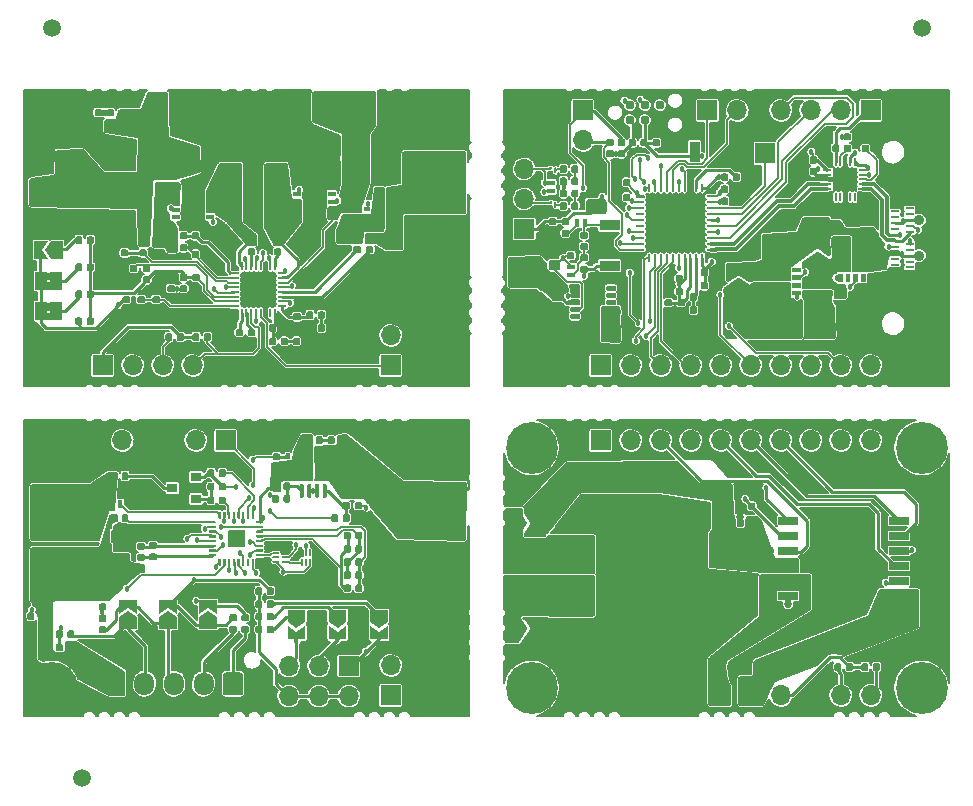
<source format=gtl>
G04 #@! TF.GenerationSoftware,KiCad,Pcbnew,(5.99.0-58-gd4aa502be)*
G04 #@! TF.CreationDate,2019-09-04T01:14:32-07:00*
G04 #@! TF.ProjectId,usb-motor,7573622d-6d6f-4746-9f72-2e6b69636164,rev?*
G04 #@! TF.SameCoordinates,Original*
G04 #@! TF.FileFunction,Copper,L1,Top*
G04 #@! TF.FilePolarity,Positive*
%FSLAX46Y46*%
G04 Gerber Fmt 4.6, Leading zero omitted, Abs format (unit mm)*
G04 Created by KiCad (PCBNEW (5.99.0-58-gd4aa502be)) date 2019-09-04 01:14:32*
%MOMM*%
%LPD*%
G04 APERTURE LIST*
%ADD10C,0.254000*%
%ADD11C,0.100000*%
%ADD12C,0.100000*%
%ADD13C,0.200000*%
%ADD14C,0.233333*%
%ADD15R,0.466666X0.466666*%
%ADD16C,0.457200*%
%ADD17C,1.500000*%
%ADD18C,0.458333*%
%ADD19R,0.916666X0.916666*%
%ADD20O,0.200000X0.800000*%
%ADD21O,0.800000X0.200000*%
%ADD22C,0.575000*%
%ADD23R,1.150000X1.150000*%
%ADD24O,0.250000X0.800000*%
%ADD25O,0.800000X0.250000*%
%ADD26C,0.125000*%
%ADD27R,1.700000X1.700000*%
%ADD28R,1.700000X0.900000*%
%ADD29R,0.750000X0.250000*%
%ADD30O,1.950000X0.950000*%
%ADD31O,2.150000X0.950000*%
%ADD32O,1.700000X1.700000*%
%ADD33C,0.875000*%
%ADD34C,1.250000*%
%ADD35O,1.700000X1.950000*%
%ADD36C,1.700000*%
%ADD37C,0.700000*%
%ADD38C,4.399999*%
%ADD39C,4.400000*%
%ADD40C,3.800000*%
%ADD41R,3.800000X3.800000*%
%ADD42C,0.170000*%
%ADD43C,0.075000*%
%ADD44C,0.150000*%
%ADD45C,0.590000*%
%ADD46R,0.400000X0.700000*%
%ADD47R,0.700000X0.400000*%
%ADD48C,0.787400*%
%ADD49C,0.450000*%
%ADD50R,0.900000X0.900000*%
%ADD51C,0.500000*%
%ADD52C,0.550000*%
%ADD53C,2.500000*%
%ADD54C,2.300000*%
%ADD55R,4.500000X8.100000*%
%ADD56R,1.670000X0.650000*%
%ADD57C,0.400000*%
%ADD58R,0.900000X1.700000*%
%ADD59C,0.800000*%
%ADD60C,1.280000*%
%ADD61C,1.380000*%
%ADD62C,0.320000*%
%ADD63R,0.900000X0.800000*%
%ADD64R,0.475000X0.400000*%
%ADD65R,0.660000X0.400000*%
%ADD66R,1.350000X1.050000*%
%ADD67R,0.300000X0.350000*%
%ADD68R,1.900000X2.800000*%
%ADD69R,0.650000X0.440000*%
%ADD70R,0.650000X0.650000*%
%ADD71R,1.200000X4.700000*%
%ADD72R,1.000000X1.500000*%
%ADD73C,0.300000*%
%ADD74C,4.000000*%
%ADD75R,0.700000X1.050000*%
%ADD76R,0.700000X0.520000*%
%ADD77R,0.300000X0.450000*%
%ADD78R,0.300000X0.600000*%
%ADD79R,1.500000X1.000000*%
%ADD80C,0.685800*%
%ADD81C,0.889000*%
%ADD82C,0.127000*%
%ADD83C,0.304800*%
%ADD84C,0.203200*%
%ADD85C,0.762000*%
%ADD86C,0.313797*%
%ADD87C,0.508000*%
G04 APERTURE END LIST*
D10*
G36*
X40636000Y-100800500D02*
G01*
X40136000Y-100800500D01*
X40136000Y-100400500D01*
X40636000Y-100400500D01*
X40636000Y-100800500D01*
X40636000Y-100800500D01*
G37*
X40636000Y-100800500D02*
X40136000Y-100800500D01*
X40136000Y-100400500D01*
X40636000Y-100400500D01*
X40636000Y-100800500D01*
G36*
X40636000Y-100000500D02*
G01*
X40136000Y-100000500D01*
X40136000Y-99600500D01*
X40636000Y-99600500D01*
X40636000Y-100000500D01*
X40636000Y-100000500D01*
G37*
X40636000Y-100000500D02*
X40136000Y-100000500D01*
X40136000Y-99600500D01*
X40636000Y-99600500D01*
X40636000Y-100000500D01*
G36*
X40636000Y-98197000D02*
G01*
X40136000Y-98197000D01*
X40136000Y-97797000D01*
X40636000Y-97797000D01*
X40636000Y-98197000D01*
X40636000Y-98197000D01*
G37*
X40636000Y-98197000D02*
X40136000Y-98197000D01*
X40136000Y-97797000D01*
X40636000Y-97797000D01*
X40636000Y-98197000D01*
G36*
X40636000Y-97397000D02*
G01*
X40136000Y-97397000D01*
X40136000Y-96997000D01*
X40636000Y-96997000D01*
X40636000Y-97397000D01*
X40636000Y-97397000D01*
G37*
X40636000Y-97397000D02*
X40136000Y-97397000D01*
X40136000Y-96997000D01*
X40636000Y-96997000D01*
X40636000Y-97397000D01*
D11*
X54261000Y-118043500D03*
D12*
G36*
X54561000Y-118003501D02*
G01*
X54561000Y-118143500D01*
X53961000Y-118143499D01*
X53961000Y-117943500D01*
X54501000Y-117943501D01*
X54561000Y-118003501D01*
X54561000Y-118003501D01*
G37*
G36*
X54530134Y-118347306D02*
G01*
X54546355Y-118358145D01*
X54557194Y-118374366D01*
X54561000Y-118393500D01*
X54561000Y-118493500D01*
X54557194Y-118512634D01*
X54546355Y-118528855D01*
X54530134Y-118539694D01*
X54511000Y-118543500D01*
X54011000Y-118543500D01*
X53991866Y-118539694D01*
X53975645Y-118528855D01*
X53964806Y-118512634D01*
X53961000Y-118493500D01*
X53961000Y-118393500D01*
X53964806Y-118374366D01*
X53975645Y-118358145D01*
X53991866Y-118347306D01*
X54011000Y-118343500D01*
X54511000Y-118343500D01*
X54530134Y-118347306D01*
X54530134Y-118347306D01*
G37*
D13*
X54261000Y-118443500D03*
D12*
G36*
X54530134Y-118747306D02*
G01*
X54546355Y-118758145D01*
X54557194Y-118774366D01*
X54561000Y-118793500D01*
X54561000Y-118893500D01*
X54557194Y-118912634D01*
X54546355Y-118928855D01*
X54530134Y-118939694D01*
X54511000Y-118943500D01*
X54011000Y-118943500D01*
X53991866Y-118939694D01*
X53975645Y-118928855D01*
X53964806Y-118912634D01*
X53961000Y-118893500D01*
X53961000Y-118793500D01*
X53964806Y-118774366D01*
X53975645Y-118758145D01*
X53991866Y-118747306D01*
X54011000Y-118743500D01*
X54511000Y-118743500D01*
X54530134Y-118747306D01*
X54530134Y-118747306D01*
G37*
D13*
X54261000Y-118843500D03*
D12*
G36*
X54530134Y-119147306D02*
G01*
X54546355Y-119158145D01*
X54557194Y-119174366D01*
X54561000Y-119193500D01*
X54561000Y-119293500D01*
X54557194Y-119312634D01*
X54546355Y-119328855D01*
X54530134Y-119339694D01*
X54511000Y-119343500D01*
X54011000Y-119343500D01*
X53991866Y-119339694D01*
X53975645Y-119328855D01*
X53964806Y-119312634D01*
X53961000Y-119293500D01*
X53961000Y-119193500D01*
X53964806Y-119174366D01*
X53975645Y-119158145D01*
X53991866Y-119147306D01*
X54011000Y-119143500D01*
X54511000Y-119143500D01*
X54530134Y-119147306D01*
X54530134Y-119147306D01*
G37*
D13*
X54261000Y-119243500D03*
D12*
G36*
X54530134Y-119547306D02*
G01*
X54546355Y-119558145D01*
X54557194Y-119574366D01*
X54561000Y-119593500D01*
X54561000Y-119693500D01*
X54557194Y-119712634D01*
X54546355Y-119728855D01*
X54530134Y-119739694D01*
X54511000Y-119743500D01*
X54011000Y-119743500D01*
X53991866Y-119739694D01*
X53975645Y-119728855D01*
X53964806Y-119712634D01*
X53961000Y-119693500D01*
X53961000Y-119593500D01*
X53964806Y-119574366D01*
X53975645Y-119558145D01*
X53991866Y-119547306D01*
X54011000Y-119543500D01*
X54511000Y-119543500D01*
X54530134Y-119547306D01*
X54530134Y-119547306D01*
G37*
D13*
X54261000Y-119643500D03*
D12*
G36*
X54530134Y-119947306D02*
G01*
X54546355Y-119958145D01*
X54557194Y-119974366D01*
X54561000Y-119993500D01*
X54561000Y-120093500D01*
X54557194Y-120112634D01*
X54546355Y-120128855D01*
X54530134Y-120139694D01*
X54511000Y-120143500D01*
X54011000Y-120143500D01*
X53991866Y-120139694D01*
X53975645Y-120128855D01*
X53964806Y-120112634D01*
X53961000Y-120093500D01*
X53961000Y-119993500D01*
X53964806Y-119974366D01*
X53975645Y-119958145D01*
X53991866Y-119947306D01*
X54011000Y-119943500D01*
X54511000Y-119943500D01*
X54530134Y-119947306D01*
X54530134Y-119947306D01*
G37*
D13*
X54261000Y-120043500D03*
D12*
G36*
X54530134Y-120347306D02*
G01*
X54546355Y-120358145D01*
X54557194Y-120374366D01*
X54561000Y-120393500D01*
X54561000Y-120493500D01*
X54557194Y-120512634D01*
X54546355Y-120528855D01*
X54530134Y-120539694D01*
X54511000Y-120543500D01*
X54011000Y-120543500D01*
X53991866Y-120539694D01*
X53975645Y-120528855D01*
X53964806Y-120512634D01*
X53961000Y-120493500D01*
X53961000Y-120393500D01*
X53964806Y-120374366D01*
X53975645Y-120358145D01*
X53991866Y-120347306D01*
X54011000Y-120343500D01*
X54511000Y-120343500D01*
X54530134Y-120347306D01*
X54530134Y-120347306D01*
G37*
D13*
X54261000Y-120443500D03*
D12*
G36*
X54530134Y-120747306D02*
G01*
X54546355Y-120758145D01*
X54557194Y-120774366D01*
X54561000Y-120793500D01*
X54561000Y-120893500D01*
X54557194Y-120912634D01*
X54546355Y-120928855D01*
X54530134Y-120939694D01*
X54511000Y-120943500D01*
X54011000Y-120943500D01*
X53991866Y-120939694D01*
X53975645Y-120928855D01*
X53964806Y-120912634D01*
X53961000Y-120893500D01*
X53961000Y-120793500D01*
X53964806Y-120774366D01*
X53975645Y-120758145D01*
X53991866Y-120747306D01*
X54011000Y-120743500D01*
X54511000Y-120743500D01*
X54530134Y-120747306D01*
X54530134Y-120747306D01*
G37*
D13*
X54261000Y-120843500D03*
D12*
G36*
X54930134Y-121147306D02*
G01*
X54946355Y-121158145D01*
X54957194Y-121174366D01*
X54961000Y-121193500D01*
X54961000Y-121693500D01*
X54957194Y-121712634D01*
X54946355Y-121728855D01*
X54930134Y-121739694D01*
X54911000Y-121743500D01*
X54811000Y-121743500D01*
X54791866Y-121739694D01*
X54775645Y-121728855D01*
X54764806Y-121712634D01*
X54761000Y-121693500D01*
X54761000Y-121193500D01*
X54764806Y-121174366D01*
X54775645Y-121158145D01*
X54791866Y-121147306D01*
X54811000Y-121143500D01*
X54911000Y-121143500D01*
X54930134Y-121147306D01*
X54930134Y-121147306D01*
G37*
D13*
X54861000Y-121443500D03*
D12*
G36*
X55330134Y-121147306D02*
G01*
X55346355Y-121158145D01*
X55357194Y-121174366D01*
X55361000Y-121193500D01*
X55361000Y-121693500D01*
X55357194Y-121712634D01*
X55346355Y-121728855D01*
X55330134Y-121739694D01*
X55311000Y-121743500D01*
X55211000Y-121743500D01*
X55191866Y-121739694D01*
X55175645Y-121728855D01*
X55164806Y-121712634D01*
X55161000Y-121693500D01*
X55161000Y-121193500D01*
X55164806Y-121174366D01*
X55175645Y-121158145D01*
X55191866Y-121147306D01*
X55211000Y-121143500D01*
X55311000Y-121143500D01*
X55330134Y-121147306D01*
X55330134Y-121147306D01*
G37*
D13*
X55261000Y-121443500D03*
D12*
G36*
X55730134Y-121147306D02*
G01*
X55746355Y-121158145D01*
X55757194Y-121174366D01*
X55761000Y-121193500D01*
X55761000Y-121693500D01*
X55757194Y-121712634D01*
X55746355Y-121728855D01*
X55730134Y-121739694D01*
X55711000Y-121743500D01*
X55611000Y-121743500D01*
X55591866Y-121739694D01*
X55575645Y-121728855D01*
X55564806Y-121712634D01*
X55561000Y-121693500D01*
X55561000Y-121193500D01*
X55564806Y-121174366D01*
X55575645Y-121158145D01*
X55591866Y-121147306D01*
X55611000Y-121143500D01*
X55711000Y-121143500D01*
X55730134Y-121147306D01*
X55730134Y-121147306D01*
G37*
D13*
X55661000Y-121443500D03*
D12*
G36*
X56130134Y-121147306D02*
G01*
X56146355Y-121158145D01*
X56157194Y-121174366D01*
X56161000Y-121193500D01*
X56161000Y-121693500D01*
X56157194Y-121712634D01*
X56146355Y-121728855D01*
X56130134Y-121739694D01*
X56111000Y-121743500D01*
X56011000Y-121743500D01*
X55991866Y-121739694D01*
X55975645Y-121728855D01*
X55964806Y-121712634D01*
X55961000Y-121693500D01*
X55961000Y-121193500D01*
X55964806Y-121174366D01*
X55975645Y-121158145D01*
X55991866Y-121147306D01*
X56011000Y-121143500D01*
X56111000Y-121143500D01*
X56130134Y-121147306D01*
X56130134Y-121147306D01*
G37*
D13*
X56061000Y-121443500D03*
D12*
G36*
X56530134Y-121147306D02*
G01*
X56546355Y-121158145D01*
X56557194Y-121174366D01*
X56561000Y-121193500D01*
X56561000Y-121693500D01*
X56557194Y-121712634D01*
X56546355Y-121728855D01*
X56530134Y-121739694D01*
X56511000Y-121743500D01*
X56411000Y-121743500D01*
X56391866Y-121739694D01*
X56375645Y-121728855D01*
X56364806Y-121712634D01*
X56361000Y-121693500D01*
X56361000Y-121193500D01*
X56364806Y-121174366D01*
X56375645Y-121158145D01*
X56391866Y-121147306D01*
X56411000Y-121143500D01*
X56511000Y-121143500D01*
X56530134Y-121147306D01*
X56530134Y-121147306D01*
G37*
D13*
X56461000Y-121443500D03*
D12*
G36*
X56930134Y-121147306D02*
G01*
X56946355Y-121158145D01*
X56957194Y-121174366D01*
X56961000Y-121193500D01*
X56961000Y-121693500D01*
X56957194Y-121712634D01*
X56946355Y-121728855D01*
X56930134Y-121739694D01*
X56911000Y-121743500D01*
X56811000Y-121743500D01*
X56791866Y-121739694D01*
X56775645Y-121728855D01*
X56764806Y-121712634D01*
X56761000Y-121693500D01*
X56761000Y-121193500D01*
X56764806Y-121174366D01*
X56775645Y-121158145D01*
X56791866Y-121147306D01*
X56811000Y-121143500D01*
X56911000Y-121143500D01*
X56930134Y-121147306D01*
X56930134Y-121147306D01*
G37*
D13*
X56861000Y-121443500D03*
D12*
G36*
X57330134Y-121147306D02*
G01*
X57346355Y-121158145D01*
X57357194Y-121174366D01*
X57361000Y-121193500D01*
X57361000Y-121693500D01*
X57357194Y-121712634D01*
X57346355Y-121728855D01*
X57330134Y-121739694D01*
X57311000Y-121743500D01*
X57211000Y-121743500D01*
X57191866Y-121739694D01*
X57175645Y-121728855D01*
X57164806Y-121712634D01*
X57161000Y-121693500D01*
X57161000Y-121193500D01*
X57164806Y-121174366D01*
X57175645Y-121158145D01*
X57191866Y-121147306D01*
X57211000Y-121143500D01*
X57311000Y-121143500D01*
X57330134Y-121147306D01*
X57330134Y-121147306D01*
G37*
D13*
X57261000Y-121443500D03*
D12*
G36*
X57730134Y-121147306D02*
G01*
X57746355Y-121158145D01*
X57757194Y-121174366D01*
X57761000Y-121193500D01*
X57761000Y-121693500D01*
X57757194Y-121712634D01*
X57746355Y-121728855D01*
X57730134Y-121739694D01*
X57711000Y-121743500D01*
X57611000Y-121743500D01*
X57591866Y-121739694D01*
X57575645Y-121728855D01*
X57564806Y-121712634D01*
X57561000Y-121693500D01*
X57561000Y-121193500D01*
X57564806Y-121174366D01*
X57575645Y-121158145D01*
X57591866Y-121147306D01*
X57611000Y-121143500D01*
X57711000Y-121143500D01*
X57730134Y-121147306D01*
X57730134Y-121147306D01*
G37*
D13*
X57661000Y-121443500D03*
D12*
G36*
X58530134Y-120747306D02*
G01*
X58546355Y-120758145D01*
X58557194Y-120774366D01*
X58561000Y-120793500D01*
X58561000Y-120893500D01*
X58557194Y-120912634D01*
X58546355Y-120928855D01*
X58530134Y-120939694D01*
X58511000Y-120943500D01*
X58011000Y-120943500D01*
X57991866Y-120939694D01*
X57975645Y-120928855D01*
X57964806Y-120912634D01*
X57961000Y-120893500D01*
X57961000Y-120793500D01*
X57964806Y-120774366D01*
X57975645Y-120758145D01*
X57991866Y-120747306D01*
X58011000Y-120743500D01*
X58511000Y-120743500D01*
X58530134Y-120747306D01*
X58530134Y-120747306D01*
G37*
D13*
X58261000Y-120843500D03*
D12*
G36*
X58530134Y-120347306D02*
G01*
X58546355Y-120358145D01*
X58557194Y-120374366D01*
X58561000Y-120393500D01*
X58561000Y-120493500D01*
X58557194Y-120512634D01*
X58546355Y-120528855D01*
X58530134Y-120539694D01*
X58511000Y-120543500D01*
X58011000Y-120543500D01*
X57991866Y-120539694D01*
X57975645Y-120528855D01*
X57964806Y-120512634D01*
X57961000Y-120493500D01*
X57961000Y-120393500D01*
X57964806Y-120374366D01*
X57975645Y-120358145D01*
X57991866Y-120347306D01*
X58011000Y-120343500D01*
X58511000Y-120343500D01*
X58530134Y-120347306D01*
X58530134Y-120347306D01*
G37*
D13*
X58261000Y-120443500D03*
D12*
G36*
X58530134Y-119947306D02*
G01*
X58546355Y-119958145D01*
X58557194Y-119974366D01*
X58561000Y-119993500D01*
X58561000Y-120093500D01*
X58557194Y-120112634D01*
X58546355Y-120128855D01*
X58530134Y-120139694D01*
X58511000Y-120143500D01*
X58011000Y-120143500D01*
X57991866Y-120139694D01*
X57975645Y-120128855D01*
X57964806Y-120112634D01*
X57961000Y-120093500D01*
X57961000Y-119993500D01*
X57964806Y-119974366D01*
X57975645Y-119958145D01*
X57991866Y-119947306D01*
X58011000Y-119943500D01*
X58511000Y-119943500D01*
X58530134Y-119947306D01*
X58530134Y-119947306D01*
G37*
D13*
X58261000Y-120043500D03*
D12*
G36*
X58530134Y-119547306D02*
G01*
X58546355Y-119558145D01*
X58557194Y-119574366D01*
X58561000Y-119593500D01*
X58561000Y-119693500D01*
X58557194Y-119712634D01*
X58546355Y-119728855D01*
X58530134Y-119739694D01*
X58511000Y-119743500D01*
X58011000Y-119743500D01*
X57991866Y-119739694D01*
X57975645Y-119728855D01*
X57964806Y-119712634D01*
X57961000Y-119693500D01*
X57961000Y-119593500D01*
X57964806Y-119574366D01*
X57975645Y-119558145D01*
X57991866Y-119547306D01*
X58011000Y-119543500D01*
X58511000Y-119543500D01*
X58530134Y-119547306D01*
X58530134Y-119547306D01*
G37*
D13*
X58261000Y-119643500D03*
D12*
G36*
X58530134Y-119147306D02*
G01*
X58546355Y-119158145D01*
X58557194Y-119174366D01*
X58561000Y-119193500D01*
X58561000Y-119293500D01*
X58557194Y-119312634D01*
X58546355Y-119328855D01*
X58530134Y-119339694D01*
X58511000Y-119343500D01*
X58011000Y-119343500D01*
X57991866Y-119339694D01*
X57975645Y-119328855D01*
X57964806Y-119312634D01*
X57961000Y-119293500D01*
X57961000Y-119193500D01*
X57964806Y-119174366D01*
X57975645Y-119158145D01*
X57991866Y-119147306D01*
X58011000Y-119143500D01*
X58511000Y-119143500D01*
X58530134Y-119147306D01*
X58530134Y-119147306D01*
G37*
D13*
X58261000Y-119243500D03*
D12*
G36*
X58530134Y-118747306D02*
G01*
X58546355Y-118758145D01*
X58557194Y-118774366D01*
X58561000Y-118793500D01*
X58561000Y-118893500D01*
X58557194Y-118912634D01*
X58546355Y-118928855D01*
X58530134Y-118939694D01*
X58511000Y-118943500D01*
X58011000Y-118943500D01*
X57991866Y-118939694D01*
X57975645Y-118928855D01*
X57964806Y-118912634D01*
X57961000Y-118893500D01*
X57961000Y-118793500D01*
X57964806Y-118774366D01*
X57975645Y-118758145D01*
X57991866Y-118747306D01*
X58011000Y-118743500D01*
X58511000Y-118743500D01*
X58530134Y-118747306D01*
X58530134Y-118747306D01*
G37*
D13*
X58261000Y-118843500D03*
D12*
G36*
X58530134Y-118347306D02*
G01*
X58546355Y-118358145D01*
X58557194Y-118374366D01*
X58561000Y-118393500D01*
X58561000Y-118493500D01*
X58557194Y-118512634D01*
X58546355Y-118528855D01*
X58530134Y-118539694D01*
X58511000Y-118543500D01*
X58011000Y-118543500D01*
X57991866Y-118539694D01*
X57975645Y-118528855D01*
X57964806Y-118512634D01*
X57961000Y-118493500D01*
X57961000Y-118393500D01*
X57964806Y-118374366D01*
X57975645Y-118358145D01*
X57991866Y-118347306D01*
X58011000Y-118343500D01*
X58511000Y-118343500D01*
X58530134Y-118347306D01*
X58530134Y-118347306D01*
G37*
D13*
X58261000Y-118443500D03*
D12*
G36*
X58530134Y-117947306D02*
G01*
X58546355Y-117958145D01*
X58557194Y-117974366D01*
X58561000Y-117993500D01*
X58561000Y-118093500D01*
X58557194Y-118112634D01*
X58546355Y-118128855D01*
X58530134Y-118139694D01*
X58511000Y-118143500D01*
X58011000Y-118143500D01*
X57991866Y-118139694D01*
X57975645Y-118128855D01*
X57964806Y-118112634D01*
X57961000Y-118093500D01*
X57961000Y-117993500D01*
X57964806Y-117974366D01*
X57975645Y-117958145D01*
X57991866Y-117947306D01*
X58011000Y-117943500D01*
X58511000Y-117943500D01*
X58530134Y-117947306D01*
X58530134Y-117947306D01*
G37*
D13*
X58261000Y-118043500D03*
D12*
G36*
X57730134Y-117147306D02*
G01*
X57746355Y-117158145D01*
X57757194Y-117174366D01*
X57761000Y-117193500D01*
X57761000Y-117693500D01*
X57757194Y-117712634D01*
X57746355Y-117728855D01*
X57730134Y-117739694D01*
X57711000Y-117743500D01*
X57611000Y-117743500D01*
X57591866Y-117739694D01*
X57575645Y-117728855D01*
X57564806Y-117712634D01*
X57561000Y-117693500D01*
X57561000Y-117193500D01*
X57564806Y-117174366D01*
X57575645Y-117158145D01*
X57591866Y-117147306D01*
X57611000Y-117143500D01*
X57711000Y-117143500D01*
X57730134Y-117147306D01*
X57730134Y-117147306D01*
G37*
D13*
X57661000Y-117443500D03*
D12*
G36*
X57330134Y-117147306D02*
G01*
X57346355Y-117158145D01*
X57357194Y-117174366D01*
X57361000Y-117193500D01*
X57361000Y-117693500D01*
X57357194Y-117712634D01*
X57346355Y-117728855D01*
X57330134Y-117739694D01*
X57311000Y-117743500D01*
X57211000Y-117743500D01*
X57191866Y-117739694D01*
X57175645Y-117728855D01*
X57164806Y-117712634D01*
X57161000Y-117693500D01*
X57161000Y-117193500D01*
X57164806Y-117174366D01*
X57175645Y-117158145D01*
X57191866Y-117147306D01*
X57211000Y-117143500D01*
X57311000Y-117143500D01*
X57330134Y-117147306D01*
X57330134Y-117147306D01*
G37*
D13*
X57261000Y-117443500D03*
D12*
G36*
X56930134Y-117147306D02*
G01*
X56946355Y-117158145D01*
X56957194Y-117174366D01*
X56961000Y-117193500D01*
X56961000Y-117693500D01*
X56957194Y-117712634D01*
X56946355Y-117728855D01*
X56930134Y-117739694D01*
X56911000Y-117743500D01*
X56811000Y-117743500D01*
X56791866Y-117739694D01*
X56775645Y-117728855D01*
X56764806Y-117712634D01*
X56761000Y-117693500D01*
X56761000Y-117193500D01*
X56764806Y-117174366D01*
X56775645Y-117158145D01*
X56791866Y-117147306D01*
X56811000Y-117143500D01*
X56911000Y-117143500D01*
X56930134Y-117147306D01*
X56930134Y-117147306D01*
G37*
D13*
X56861000Y-117443500D03*
D12*
G36*
X56530134Y-117147306D02*
G01*
X56546355Y-117158145D01*
X56557194Y-117174366D01*
X56561000Y-117193500D01*
X56561000Y-117693500D01*
X56557194Y-117712634D01*
X56546355Y-117728855D01*
X56530134Y-117739694D01*
X56511000Y-117743500D01*
X56411000Y-117743500D01*
X56391866Y-117739694D01*
X56375645Y-117728855D01*
X56364806Y-117712634D01*
X56361000Y-117693500D01*
X56361000Y-117193500D01*
X56364806Y-117174366D01*
X56375645Y-117158145D01*
X56391866Y-117147306D01*
X56411000Y-117143500D01*
X56511000Y-117143500D01*
X56530134Y-117147306D01*
X56530134Y-117147306D01*
G37*
D13*
X56461000Y-117443500D03*
D12*
G36*
X56130134Y-117147306D02*
G01*
X56146355Y-117158145D01*
X56157194Y-117174366D01*
X56161000Y-117193500D01*
X56161000Y-117693500D01*
X56157194Y-117712634D01*
X56146355Y-117728855D01*
X56130134Y-117739694D01*
X56111000Y-117743500D01*
X56011000Y-117743500D01*
X55991866Y-117739694D01*
X55975645Y-117728855D01*
X55964806Y-117712634D01*
X55961000Y-117693500D01*
X55961000Y-117193500D01*
X55964806Y-117174366D01*
X55975645Y-117158145D01*
X55991866Y-117147306D01*
X56011000Y-117143500D01*
X56111000Y-117143500D01*
X56130134Y-117147306D01*
X56130134Y-117147306D01*
G37*
D13*
X56061000Y-117443500D03*
D12*
G36*
X55730134Y-117147306D02*
G01*
X55746355Y-117158145D01*
X55757194Y-117174366D01*
X55761000Y-117193500D01*
X55761000Y-117693500D01*
X55757194Y-117712634D01*
X55746355Y-117728855D01*
X55730134Y-117739694D01*
X55711000Y-117743500D01*
X55611000Y-117743500D01*
X55591866Y-117739694D01*
X55575645Y-117728855D01*
X55564806Y-117712634D01*
X55561000Y-117693500D01*
X55561000Y-117193500D01*
X55564806Y-117174366D01*
X55575645Y-117158145D01*
X55591866Y-117147306D01*
X55611000Y-117143500D01*
X55711000Y-117143500D01*
X55730134Y-117147306D01*
X55730134Y-117147306D01*
G37*
D13*
X55661000Y-117443500D03*
D12*
G36*
X55330134Y-117147306D02*
G01*
X55346355Y-117158145D01*
X55357194Y-117174366D01*
X55361000Y-117193500D01*
X55361000Y-117693500D01*
X55357194Y-117712634D01*
X55346355Y-117728855D01*
X55330134Y-117739694D01*
X55311000Y-117743500D01*
X55211000Y-117743500D01*
X55191866Y-117739694D01*
X55175645Y-117728855D01*
X55164806Y-117712634D01*
X55161000Y-117693500D01*
X55161000Y-117193500D01*
X55164806Y-117174366D01*
X55175645Y-117158145D01*
X55191866Y-117147306D01*
X55211000Y-117143500D01*
X55311000Y-117143500D01*
X55330134Y-117147306D01*
X55330134Y-117147306D01*
G37*
D13*
X55261000Y-117443500D03*
D12*
G36*
X54930134Y-117147306D02*
G01*
X54946355Y-117158145D01*
X54957194Y-117174366D01*
X54961000Y-117193500D01*
X54961000Y-117693500D01*
X54957194Y-117712634D01*
X54946355Y-117728855D01*
X54930134Y-117739694D01*
X54911000Y-117743500D01*
X54811000Y-117743500D01*
X54791866Y-117739694D01*
X54775645Y-117728855D01*
X54764806Y-117712634D01*
X54761000Y-117693500D01*
X54761000Y-117193500D01*
X54764806Y-117174366D01*
X54775645Y-117158145D01*
X54791866Y-117147306D01*
X54811000Y-117143500D01*
X54911000Y-117143500D01*
X54930134Y-117147306D01*
X54930134Y-117147306D01*
G37*
D13*
X54861000Y-117443500D03*
D14*
X55794334Y-118976834D03*
D12*
G36*
X56027667Y-118743501D02*
G01*
X56027667Y-119210167D01*
X55561001Y-119210167D01*
X55561001Y-118836834D01*
X55654334Y-118743501D01*
X56027667Y-118743501D01*
X56027667Y-118743501D01*
G37*
D15*
X55794334Y-119443500D03*
X55794334Y-119910166D03*
X56261000Y-118976834D03*
X56261000Y-119443500D03*
X56261000Y-119910166D03*
X56727666Y-118976834D03*
X56727666Y-119443500D03*
X56727666Y-119910166D03*
D16*
X55794334Y-118976834D03*
X55794334Y-119910166D03*
X56261000Y-119443500D03*
X56727666Y-118976834D03*
X56727666Y-119910166D03*
D17*
X43180000Y-139700000D03*
X114300000Y-76200000D03*
X40640000Y-76200000D03*
D18*
X59042166Y-99275666D03*
X59042166Y-98359000D03*
X59042166Y-97442334D03*
X58125500Y-99275666D03*
X58125500Y-98359000D03*
X58125500Y-97442334D03*
X57208834Y-99275666D03*
X57208834Y-98359000D03*
X57208834Y-97442334D03*
D19*
X59042166Y-99275666D03*
X59042166Y-98359000D03*
X59042166Y-97442334D03*
X58125500Y-99275666D03*
X58125500Y-98359000D03*
X58125500Y-97442334D03*
X57208834Y-99275666D03*
X57208834Y-98359000D03*
D18*
X57208834Y-97442334D03*
D12*
G36*
X57667167Y-96984001D02*
G01*
X57667167Y-97900667D01*
X56750501Y-97900667D01*
X56750501Y-97167334D01*
X56933834Y-96984001D01*
X57667167Y-96984001D01*
X57667167Y-96984001D01*
G37*
D20*
X56725500Y-96359000D03*
X57125500Y-96359000D03*
X57525500Y-96359000D03*
X57925500Y-96359000D03*
X58325500Y-96359000D03*
X58725500Y-96359000D03*
X59125500Y-96359000D03*
X59525500Y-96359000D03*
D21*
X60125500Y-96959000D03*
X60125500Y-97359000D03*
X60125500Y-97759000D03*
X60125500Y-98159000D03*
X60125500Y-98559000D03*
X60125500Y-98959000D03*
X60125500Y-99359000D03*
X60125500Y-99759000D03*
D20*
X59525500Y-100359000D03*
X59125500Y-100359000D03*
X58725500Y-100359000D03*
X58325500Y-100359000D03*
X57925500Y-100359000D03*
X57525500Y-100359000D03*
X57125500Y-100359000D03*
X56725500Y-100359000D03*
D21*
X56125500Y-99759000D03*
X56125500Y-99359000D03*
X56125500Y-98959000D03*
X56125500Y-98559000D03*
X56125500Y-98159000D03*
X56125500Y-97759000D03*
X56125500Y-97359000D03*
D11*
X56125500Y-96959000D03*
D12*
G36*
X56525500Y-96919001D02*
G01*
X56525500Y-97049000D01*
X56524739Y-97052827D01*
X56522571Y-97056071D01*
X56519327Y-97058239D01*
X56515500Y-97059000D01*
X55735500Y-97058999D01*
X55731673Y-97058238D01*
X55728429Y-97056070D01*
X55726261Y-97052826D01*
X55725500Y-97048999D01*
X55725500Y-96869000D01*
X55726261Y-96865173D01*
X55728429Y-96861929D01*
X55731673Y-96859761D01*
X55735500Y-96859000D01*
X56465500Y-96859001D01*
X56525500Y-96919001D01*
X56525500Y-96919001D01*
G37*
D22*
X95197000Y-94435000D03*
X95197000Y-93285000D03*
X95197000Y-92135000D03*
X95197000Y-90985000D03*
X94047000Y-94435000D03*
X94047000Y-93285000D03*
X94047000Y-92135000D03*
X94047000Y-90985000D03*
X92897000Y-94435000D03*
X92897000Y-93285000D03*
X92897000Y-92135000D03*
X92897000Y-90985000D03*
X91747000Y-94435000D03*
X91747000Y-93285000D03*
X91747000Y-92135000D03*
X91747000Y-90985000D03*
D23*
X95197000Y-94435000D03*
X95197000Y-93285000D03*
X95197000Y-92135000D03*
X95197000Y-90985000D03*
X94047000Y-94435000D03*
X94047000Y-93285000D03*
X94047000Y-92135000D03*
X94047000Y-90985000D03*
X92897000Y-94435000D03*
X92897000Y-93285000D03*
X92897000Y-92135000D03*
X92897000Y-90985000D03*
X91747000Y-94435000D03*
X91747000Y-93285000D03*
X91747000Y-92135000D03*
D22*
X91747000Y-90985000D03*
D12*
G36*
X92322000Y-90410000D02*
G01*
X92322000Y-91560000D01*
X91172000Y-91560000D01*
X91172000Y-90640000D01*
X91402000Y-90410000D01*
X92322000Y-90410000D01*
X92322000Y-90410000D01*
G37*
D24*
X91222000Y-89710000D03*
X91722000Y-89710000D03*
X92222000Y-89710000D03*
X92722000Y-89710000D03*
X93222000Y-89710000D03*
X93722000Y-89710000D03*
X94222000Y-89710000D03*
X94722000Y-89710000D03*
X95222000Y-89710000D03*
X95722000Y-89710000D03*
D25*
X96472000Y-90460000D03*
X96472000Y-90960000D03*
X96472000Y-91460000D03*
X96472000Y-91960000D03*
X96472000Y-92460000D03*
X96472000Y-92960000D03*
X96472000Y-93460000D03*
X96472000Y-93960000D03*
X96472000Y-94460000D03*
X96472000Y-94960000D03*
D24*
X95722000Y-95710000D03*
X95222000Y-95710000D03*
X94722000Y-95710000D03*
X94222000Y-95710000D03*
X93722000Y-95710000D03*
X93222000Y-95710000D03*
X92722000Y-95710000D03*
X92222000Y-95710000D03*
X91722000Y-95710000D03*
X91222000Y-95710000D03*
D25*
X90472000Y-94960000D03*
X90472000Y-94460000D03*
X90472000Y-93960000D03*
X90472000Y-93460000D03*
X90472000Y-92960000D03*
X90472000Y-92460000D03*
X90472000Y-91960000D03*
X90472000Y-91460000D03*
X90472000Y-90960000D03*
D26*
X90472000Y-90460000D03*
D12*
G36*
X90872000Y-90410001D02*
G01*
X90872000Y-90585000D01*
X90072000Y-90584999D01*
X90072000Y-90335000D01*
X90797000Y-90335001D01*
X90872000Y-90410001D01*
X90872000Y-90410001D01*
G37*
D27*
X101020000Y-86830000D03*
D28*
X87884000Y-92915000D03*
X87884000Y-96315000D03*
D29*
X112034000Y-90430000D03*
X112034000Y-97530000D03*
D30*
X112209000Y-98430000D03*
D29*
X112034000Y-97030000D03*
X112034000Y-96230000D03*
X112034000Y-95730000D03*
X112034000Y-95230000D03*
X112034000Y-94730000D03*
X112034000Y-94230000D03*
X112034000Y-93730000D03*
X112034000Y-90930000D03*
X112034000Y-92230000D03*
X112034000Y-92730000D03*
X112034000Y-93230000D03*
X112034000Y-91730000D03*
X113284000Y-90980000D03*
D30*
X112209000Y-89530000D03*
D31*
X115409000Y-89530000D03*
X115409000Y-98430000D03*
D29*
X113284000Y-91480000D03*
X113284000Y-91980000D03*
X113284000Y-92480000D03*
X113284000Y-92980000D03*
X113284000Y-93480000D03*
X113284000Y-94480000D03*
X113284000Y-94980000D03*
X113284000Y-95480000D03*
X113284000Y-95980000D03*
X113284000Y-96480000D03*
X113284000Y-96980000D03*
D32*
X85598000Y-85725000D03*
D27*
X85598000Y-83185000D03*
D32*
X109982000Y-104775000D03*
X107442000Y-104775000D03*
X104902000Y-104775000D03*
X102362000Y-104775000D03*
X99822000Y-104775000D03*
X97282000Y-104775000D03*
X94742000Y-104775000D03*
X92202000Y-104775000D03*
X89662000Y-104775000D03*
D27*
X87122000Y-104775000D03*
D32*
X102362000Y-83185000D03*
X104902000Y-83185000D03*
X107442000Y-83185000D03*
D27*
X109982000Y-83185000D03*
D32*
X109982000Y-111125000D03*
X107442000Y-111125000D03*
X104902000Y-111125000D03*
X102362000Y-111125000D03*
X99822000Y-111125000D03*
X97282000Y-111125000D03*
X94742000Y-111125000D03*
X92202000Y-111125000D03*
X89662000Y-111125000D03*
D27*
X87122000Y-111125000D03*
D12*
G36*
X107718962Y-98157151D02*
G01*
X107789930Y-98204570D01*
X107837349Y-98275538D01*
X107854000Y-98359250D01*
X107854000Y-98871750D01*
X107837349Y-98955462D01*
X107789930Y-99026430D01*
X107718962Y-99073849D01*
X107635250Y-99090500D01*
X107197750Y-99090500D01*
X107114038Y-99073849D01*
X107043070Y-99026430D01*
X106995651Y-98955462D01*
X106979000Y-98871750D01*
X106979000Y-98359250D01*
X106995651Y-98275538D01*
X107043070Y-98204570D01*
X107114038Y-98157151D01*
X107197750Y-98140500D01*
X107635250Y-98140500D01*
X107718962Y-98157151D01*
X107718962Y-98157151D01*
G37*
D33*
X107416500Y-98615500D03*
D12*
G36*
X109293962Y-98157151D02*
G01*
X109364930Y-98204570D01*
X109412349Y-98275538D01*
X109429000Y-98359250D01*
X109429000Y-98871750D01*
X109412349Y-98955462D01*
X109364930Y-99026430D01*
X109293962Y-99073849D01*
X109210250Y-99090500D01*
X108772750Y-99090500D01*
X108689038Y-99073849D01*
X108618070Y-99026430D01*
X108570651Y-98955462D01*
X108554000Y-98871750D01*
X108554000Y-98359250D01*
X108570651Y-98275538D01*
X108618070Y-98204570D01*
X108689038Y-98157151D01*
X108772750Y-98140500D01*
X109210250Y-98140500D01*
X109293962Y-98157151D01*
X109293962Y-98157151D01*
G37*
D33*
X108991500Y-98615500D03*
D12*
G36*
X103781171Y-94393030D02*
G01*
X103862277Y-94447223D01*
X103916470Y-94528329D01*
X103935500Y-94624000D01*
X103935500Y-95374000D01*
X103916470Y-95469671D01*
X103862277Y-95550777D01*
X103781171Y-95604970D01*
X103685500Y-95624000D01*
X102435500Y-95624000D01*
X102339829Y-95604970D01*
X102258723Y-95550777D01*
X102204530Y-95469671D01*
X102185500Y-95374000D01*
X102185500Y-94624000D01*
X102204530Y-94528329D01*
X102258723Y-94447223D01*
X102339829Y-94393030D01*
X102435500Y-94374000D01*
X103685500Y-94374000D01*
X103781171Y-94393030D01*
X103781171Y-94393030D01*
G37*
D34*
X103060500Y-94999000D03*
D12*
G36*
X103781171Y-91593030D02*
G01*
X103862277Y-91647223D01*
X103916470Y-91728329D01*
X103935500Y-91824000D01*
X103935500Y-92574000D01*
X103916470Y-92669671D01*
X103862277Y-92750777D01*
X103781171Y-92804970D01*
X103685500Y-92824000D01*
X102435500Y-92824000D01*
X102339829Y-92804970D01*
X102258723Y-92750777D01*
X102204530Y-92669671D01*
X102185500Y-92574000D01*
X102185500Y-91824000D01*
X102204530Y-91728329D01*
X102258723Y-91647223D01*
X102339829Y-91593030D01*
X102435500Y-91574000D01*
X103685500Y-91574000D01*
X103781171Y-91593030D01*
X103781171Y-91593030D01*
G37*
D34*
X103060500Y-92199000D03*
D35*
X45994300Y-131737100D03*
X48494300Y-131737100D03*
X50994300Y-131737100D03*
X53494300Y-131737100D03*
D12*
G36*
X56689971Y-130781130D02*
G01*
X56771077Y-130835323D01*
X56825270Y-130916429D01*
X56844300Y-131012100D01*
X56844300Y-132462100D01*
X56825270Y-132557771D01*
X56771077Y-132638877D01*
X56689971Y-132693070D01*
X56594300Y-132712100D01*
X55394300Y-132712100D01*
X55298629Y-132693070D01*
X55217523Y-132638877D01*
X55163330Y-132557771D01*
X55144300Y-132462100D01*
X55144300Y-131012100D01*
X55163330Y-130916429D01*
X55217523Y-130835323D01*
X55298629Y-130781130D01*
X55394300Y-130762100D01*
X56594300Y-130762100D01*
X56689971Y-130781130D01*
X56689971Y-130781130D01*
G37*
D36*
X55994300Y-131737100D03*
D37*
X74826726Y-102973274D03*
X73660000Y-102490000D03*
X72493274Y-102973274D03*
X72010000Y-104140000D03*
X72493274Y-105306726D03*
X73660000Y-105790000D03*
X74826726Y-105306726D03*
X75310000Y-104140000D03*
D38*
X73660000Y-104140000D03*
D37*
X74826726Y-82653274D03*
X73660000Y-82170000D03*
X72493274Y-82653274D03*
X72010000Y-83820000D03*
X72493274Y-84986726D03*
X73660000Y-85470000D03*
X74826726Y-84986726D03*
X75310000Y-83820000D03*
D38*
X73660000Y-83820000D03*
D37*
X41806726Y-102973274D03*
X40640000Y-102490000D03*
X39473274Y-102973274D03*
X38990000Y-104140000D03*
X39473274Y-105306726D03*
X40640000Y-105790000D03*
X41806726Y-105306726D03*
X42290000Y-104140000D03*
D38*
X40640000Y-104140000D03*
D37*
X41806726Y-82653274D03*
X40640000Y-82170000D03*
X39473274Y-82653274D03*
X38990000Y-83820000D03*
X39473274Y-84986726D03*
X40640000Y-85470000D03*
X41806726Y-84986726D03*
X42290000Y-83820000D03*
D38*
X40640000Y-83820000D03*
D37*
X80113274Y-84986726D03*
X81280000Y-85470000D03*
X82446726Y-84986726D03*
X82930000Y-83820000D03*
X82446726Y-82653274D03*
X81280000Y-82170000D03*
X80113274Y-82653274D03*
X79630000Y-83820000D03*
D38*
X81280000Y-83820000D03*
D37*
X80113274Y-105306726D03*
X81280000Y-105790000D03*
X82446726Y-105306726D03*
X82930000Y-104140000D03*
X82446726Y-102973274D03*
X81280000Y-102490000D03*
X80113274Y-102973274D03*
X79630000Y-104140000D03*
D38*
X81280000Y-104140000D03*
D37*
X113133274Y-84987726D03*
X114300000Y-85471000D03*
X115466726Y-84987726D03*
X115950000Y-83821000D03*
X115466726Y-82654274D03*
X114300000Y-82171000D03*
X113133274Y-82654274D03*
X112650000Y-83821000D03*
D38*
X114300000Y-83820000D03*
D37*
X113133274Y-105306726D03*
X114300000Y-105790000D03*
X115466726Y-105306726D03*
X115950000Y-104140000D03*
X115466726Y-102973274D03*
X114300000Y-102490000D03*
X113133274Y-102973274D03*
X112650000Y-104140000D03*
D38*
X114300000Y-104140000D03*
D37*
X115466726Y-130913274D03*
X114300000Y-130430000D03*
X113133274Y-130913274D03*
X112650000Y-132080000D03*
X113133274Y-133246726D03*
X114300000Y-133730000D03*
X115466726Y-133246726D03*
X115950000Y-132080000D03*
D38*
X114300000Y-132080000D03*
D37*
X115466726Y-110593274D03*
X114300000Y-110110000D03*
X113133274Y-110593274D03*
X112650000Y-111760000D03*
X113133274Y-112926726D03*
X114300000Y-113410000D03*
X115466726Y-112926726D03*
X115950000Y-111760000D03*
D38*
X114300000Y-111760000D03*
D37*
X82446726Y-130913274D03*
X81280000Y-130430000D03*
X80113274Y-130913274D03*
X79630000Y-132080000D03*
X80113274Y-133246726D03*
X81280000Y-133730000D03*
X82446726Y-133246726D03*
X82930000Y-132080000D03*
D39*
X81280000Y-132080000D03*
D37*
X82470452Y-110617000D03*
X81303726Y-110133726D03*
X80137000Y-110617000D03*
X79653726Y-111783726D03*
X80137000Y-112950452D03*
X81303726Y-113433726D03*
X82470452Y-112950452D03*
X82953726Y-111783726D03*
D38*
X81280000Y-111760000D03*
D37*
X74826726Y-130913274D03*
X73660000Y-130430000D03*
X72493274Y-130913274D03*
X72010000Y-132080000D03*
X72493274Y-133246726D03*
X73660000Y-133730000D03*
X74826726Y-133246726D03*
X75310000Y-132080000D03*
D38*
X73660000Y-132080000D03*
D37*
X74826726Y-110593274D03*
X73660000Y-110110000D03*
X72493274Y-110593274D03*
X72010000Y-111760000D03*
X72493274Y-112926726D03*
X73660000Y-113410000D03*
X74826726Y-112926726D03*
X75310000Y-111760000D03*
D38*
X73660000Y-111760000D03*
D37*
X41806726Y-130913274D03*
X40640000Y-130430000D03*
X39473274Y-130913274D03*
X38990000Y-132080000D03*
X39473274Y-133246726D03*
X40640000Y-133730000D03*
X41806726Y-133246726D03*
X42290000Y-132080000D03*
D38*
X40640000Y-132080000D03*
D37*
X41806726Y-110593274D03*
X40640000Y-110110000D03*
X39473274Y-110593274D03*
X38990000Y-111760000D03*
X39473274Y-112926726D03*
X40640000Y-113410000D03*
X41806726Y-112926726D03*
X42290000Y-111760000D03*
D38*
X40640000Y-111760000D03*
D32*
X80645000Y-88138000D03*
X80645000Y-90678000D03*
D27*
X80645000Y-93218000D03*
D32*
X103187500Y-101180900D03*
X105727500Y-101180900D03*
D27*
X108267500Y-101180900D03*
D32*
X80645000Y-96901000D03*
D27*
X80645000Y-99441000D03*
D40*
X73025000Y-89361000D03*
D41*
X73025000Y-94361000D03*
D32*
X66802000Y-83185000D03*
D27*
X69342000Y-83185000D03*
D32*
X49212500Y-86779100D03*
D27*
X46672500Y-86779100D03*
D32*
X46609000Y-111125000D03*
D27*
X49149000Y-111125000D03*
D12*
G36*
X60689347Y-120599805D02*
G01*
X60705561Y-120610639D01*
X60716395Y-120626853D01*
X60720200Y-120645980D01*
X60720200Y-120716020D01*
X60716395Y-120735147D01*
X60705561Y-120751361D01*
X60689347Y-120762195D01*
X60670220Y-120766000D01*
X60170180Y-120766000D01*
X60151053Y-120762195D01*
X60134839Y-120751361D01*
X60124005Y-120735147D01*
X60120200Y-120716020D01*
X60120200Y-120645980D01*
X60124005Y-120626853D01*
X60134839Y-120610639D01*
X60151053Y-120599805D01*
X60170180Y-120596000D01*
X60670220Y-120596000D01*
X60689347Y-120599805D01*
X60689347Y-120599805D01*
G37*
D42*
X60420200Y-120681000D03*
D12*
G36*
X59889347Y-120599805D02*
G01*
X59905561Y-120610639D01*
X59916395Y-120626853D01*
X59920200Y-120645980D01*
X59920200Y-120716020D01*
X59916395Y-120735147D01*
X59905561Y-120751361D01*
X59889347Y-120762195D01*
X59870220Y-120766000D01*
X59370180Y-120766000D01*
X59351053Y-120762195D01*
X59334839Y-120751361D01*
X59324005Y-120735147D01*
X59320200Y-120716020D01*
X59320200Y-120645980D01*
X59324005Y-120626853D01*
X59334839Y-120610639D01*
X59351053Y-120599805D01*
X59370180Y-120596000D01*
X59870220Y-120596000D01*
X59889347Y-120599805D01*
X59889347Y-120599805D01*
G37*
D42*
X59620200Y-120681000D03*
D12*
G36*
X60689347Y-120949805D02*
G01*
X60705561Y-120960639D01*
X60716395Y-120976853D01*
X60720200Y-120995980D01*
X60720200Y-121066020D01*
X60716395Y-121085147D01*
X60705561Y-121101361D01*
X60689347Y-121112195D01*
X60670220Y-121116000D01*
X60170180Y-121116000D01*
X60151053Y-121112195D01*
X60134839Y-121101361D01*
X60124005Y-121085147D01*
X60120200Y-121066020D01*
X60120200Y-120995980D01*
X60124005Y-120976853D01*
X60134839Y-120960639D01*
X60151053Y-120949805D01*
X60170180Y-120946000D01*
X60670220Y-120946000D01*
X60689347Y-120949805D01*
X60689347Y-120949805D01*
G37*
D42*
X60420200Y-121031000D03*
D12*
G36*
X59889347Y-120949805D02*
G01*
X59905561Y-120960639D01*
X59916395Y-120976853D01*
X59920200Y-120995980D01*
X59920200Y-121066020D01*
X59916395Y-121085147D01*
X59905561Y-121101361D01*
X59889347Y-121112195D01*
X59870220Y-121116000D01*
X59370180Y-121116000D01*
X59351053Y-121112195D01*
X59334839Y-121101361D01*
X59324005Y-121085147D01*
X59320200Y-121066020D01*
X59320200Y-120995980D01*
X59324005Y-120976853D01*
X59334839Y-120960639D01*
X59351053Y-120949805D01*
X59370180Y-120946000D01*
X59870220Y-120946000D01*
X59889347Y-120949805D01*
X59889347Y-120949805D01*
G37*
D42*
X59620200Y-121031000D03*
D12*
G36*
X60689347Y-121299805D02*
G01*
X60705561Y-121310639D01*
X60716395Y-121326853D01*
X60720200Y-121345980D01*
X60720200Y-121416020D01*
X60716395Y-121435147D01*
X60705561Y-121451361D01*
X60689347Y-121462195D01*
X60670220Y-121466000D01*
X60170180Y-121466000D01*
X60151053Y-121462195D01*
X60134839Y-121451361D01*
X60124005Y-121435147D01*
X60120200Y-121416020D01*
X60120200Y-121345980D01*
X60124005Y-121326853D01*
X60134839Y-121310639D01*
X60151053Y-121299805D01*
X60170180Y-121296000D01*
X60670220Y-121296000D01*
X60689347Y-121299805D01*
X60689347Y-121299805D01*
G37*
D42*
X60420200Y-121381000D03*
D12*
G36*
X59889347Y-121299805D02*
G01*
X59905561Y-121310639D01*
X59916395Y-121326853D01*
X59920200Y-121345980D01*
X59920200Y-121416020D01*
X59916395Y-121435147D01*
X59905561Y-121451361D01*
X59889347Y-121462195D01*
X59870220Y-121466000D01*
X59370180Y-121466000D01*
X59351053Y-121462195D01*
X59334839Y-121451361D01*
X59324005Y-121435147D01*
X59320200Y-121416020D01*
X59320200Y-121345980D01*
X59324005Y-121326853D01*
X59334839Y-121310639D01*
X59351053Y-121299805D01*
X59370180Y-121296000D01*
X59870220Y-121296000D01*
X59889347Y-121299805D01*
X59889347Y-121299805D01*
G37*
D42*
X59620200Y-121381000D03*
D12*
G36*
X61857947Y-120334805D02*
G01*
X61874161Y-120345639D01*
X61884995Y-120361853D01*
X61888800Y-120380980D01*
X61888800Y-120881020D01*
X61884995Y-120900147D01*
X61874161Y-120916361D01*
X61857947Y-120927195D01*
X61838820Y-120931000D01*
X61768780Y-120931000D01*
X61749653Y-120927195D01*
X61733439Y-120916361D01*
X61722605Y-120900147D01*
X61718800Y-120881020D01*
X61718800Y-120380980D01*
X61722605Y-120361853D01*
X61733439Y-120345639D01*
X61749653Y-120334805D01*
X61768780Y-120331000D01*
X61838820Y-120331000D01*
X61857947Y-120334805D01*
X61857947Y-120334805D01*
G37*
D42*
X61803800Y-120631000D03*
D12*
G36*
X61857947Y-121134805D02*
G01*
X61874161Y-121145639D01*
X61884995Y-121161853D01*
X61888800Y-121180980D01*
X61888800Y-121681020D01*
X61884995Y-121700147D01*
X61874161Y-121716361D01*
X61857947Y-121727195D01*
X61838820Y-121731000D01*
X61768780Y-121731000D01*
X61749653Y-121727195D01*
X61733439Y-121716361D01*
X61722605Y-121700147D01*
X61718800Y-121681020D01*
X61718800Y-121180980D01*
X61722605Y-121161853D01*
X61733439Y-121145639D01*
X61749653Y-121134805D01*
X61768780Y-121131000D01*
X61838820Y-121131000D01*
X61857947Y-121134805D01*
X61857947Y-121134805D01*
G37*
D42*
X61803800Y-121431000D03*
D12*
G36*
X62207947Y-120334805D02*
G01*
X62224161Y-120345639D01*
X62234995Y-120361853D01*
X62238800Y-120380980D01*
X62238800Y-120881020D01*
X62234995Y-120900147D01*
X62224161Y-120916361D01*
X62207947Y-120927195D01*
X62188820Y-120931000D01*
X62118780Y-120931000D01*
X62099653Y-120927195D01*
X62083439Y-120916361D01*
X62072605Y-120900147D01*
X62068800Y-120881020D01*
X62068800Y-120380980D01*
X62072605Y-120361853D01*
X62083439Y-120345639D01*
X62099653Y-120334805D01*
X62118780Y-120331000D01*
X62188820Y-120331000D01*
X62207947Y-120334805D01*
X62207947Y-120334805D01*
G37*
D42*
X62153800Y-120631000D03*
D12*
G36*
X62207947Y-121134805D02*
G01*
X62224161Y-121145639D01*
X62234995Y-121161853D01*
X62238800Y-121180980D01*
X62238800Y-121681020D01*
X62234995Y-121700147D01*
X62224161Y-121716361D01*
X62207947Y-121727195D01*
X62188820Y-121731000D01*
X62118780Y-121731000D01*
X62099653Y-121727195D01*
X62083439Y-121716361D01*
X62072605Y-121700147D01*
X62068800Y-121681020D01*
X62068800Y-121180980D01*
X62072605Y-121161853D01*
X62083439Y-121145639D01*
X62099653Y-121134805D01*
X62118780Y-121131000D01*
X62188820Y-121131000D01*
X62207947Y-121134805D01*
X62207947Y-121134805D01*
G37*
D42*
X62153800Y-121431000D03*
D12*
G36*
X62557947Y-120334805D02*
G01*
X62574161Y-120345639D01*
X62584995Y-120361853D01*
X62588800Y-120380980D01*
X62588800Y-120881020D01*
X62584995Y-120900147D01*
X62574161Y-120916361D01*
X62557947Y-120927195D01*
X62538820Y-120931000D01*
X62468780Y-120931000D01*
X62449653Y-120927195D01*
X62433439Y-120916361D01*
X62422605Y-120900147D01*
X62418800Y-120881020D01*
X62418800Y-120380980D01*
X62422605Y-120361853D01*
X62433439Y-120345639D01*
X62449653Y-120334805D01*
X62468780Y-120331000D01*
X62538820Y-120331000D01*
X62557947Y-120334805D01*
X62557947Y-120334805D01*
G37*
D42*
X62503800Y-120631000D03*
D12*
G36*
X62557947Y-121134805D02*
G01*
X62574161Y-121145639D01*
X62584995Y-121161853D01*
X62588800Y-121180980D01*
X62588800Y-121681020D01*
X62584995Y-121700147D01*
X62574161Y-121716361D01*
X62557947Y-121727195D01*
X62538820Y-121731000D01*
X62468780Y-121731000D01*
X62449653Y-121727195D01*
X62433439Y-121716361D01*
X62422605Y-121700147D01*
X62418800Y-121681020D01*
X62418800Y-121180980D01*
X62422605Y-121161853D01*
X62433439Y-121145639D01*
X62449653Y-121134805D01*
X62468780Y-121131000D01*
X62538820Y-121131000D01*
X62557947Y-121134805D01*
X62557947Y-121134805D01*
G37*
D42*
X62503800Y-121431000D03*
D32*
X52578000Y-104775000D03*
X50038000Y-104775000D03*
X47498000Y-104775000D03*
D27*
X44958000Y-104775000D03*
D32*
X69342000Y-102235000D03*
D27*
X69342000Y-104775000D03*
D12*
G36*
X82977134Y-88368806D02*
G01*
X82993355Y-88379645D01*
X83004194Y-88395866D01*
X83008000Y-88415000D01*
X83008000Y-88515000D01*
X83004194Y-88534134D01*
X82993355Y-88550355D01*
X82977134Y-88561194D01*
X82958000Y-88565000D01*
X82808000Y-88565000D01*
X82788866Y-88561194D01*
X82772645Y-88550355D01*
X82761806Y-88534134D01*
X82758000Y-88515000D01*
X82758000Y-88415000D01*
X82761806Y-88395866D01*
X82772645Y-88379645D01*
X82788866Y-88368806D01*
X82808000Y-88365000D01*
X82958000Y-88365000D01*
X82977134Y-88368806D01*
X82977134Y-88368806D01*
G37*
D13*
X82883000Y-88465000D03*
D43*
X82883000Y-88090000D03*
D12*
G36*
X82970500Y-88015000D02*
G01*
X82984851Y-88017855D01*
X82997017Y-88025983D01*
X83005145Y-88038149D01*
X83008000Y-88052500D01*
X83008000Y-88127500D01*
X83005145Y-88141851D01*
X82997017Y-88154017D01*
X82984851Y-88162145D01*
X82970500Y-88165000D01*
X82795500Y-88165000D01*
X82781149Y-88162145D01*
X82768983Y-88154017D01*
X82760855Y-88141851D01*
X82758000Y-88127500D01*
X82758000Y-88060000D01*
X82803000Y-88015000D01*
X82970500Y-88015000D01*
X82970500Y-88015000D01*
G37*
G36*
X82984851Y-88367855D02*
G01*
X82997017Y-88375983D01*
X83005145Y-88388149D01*
X83008000Y-88402500D01*
X83008000Y-88477500D01*
X83005145Y-88491851D01*
X82997017Y-88504017D01*
X82984851Y-88512145D01*
X82970500Y-88515000D01*
X82795500Y-88515000D01*
X82781149Y-88512145D01*
X82768983Y-88504017D01*
X82760855Y-88491851D01*
X82758000Y-88477500D01*
X82758000Y-88402500D01*
X82760855Y-88388149D01*
X82768983Y-88375983D01*
X82781149Y-88367855D01*
X82795500Y-88365000D01*
X82970500Y-88365000D01*
X82984851Y-88367855D01*
X82984851Y-88367855D01*
G37*
D44*
X82883000Y-88440000D03*
D12*
G36*
X83334851Y-88017855D02*
G01*
X83347017Y-88025983D01*
X83355145Y-88038149D01*
X83358000Y-88052500D01*
X83358000Y-88477500D01*
X83355145Y-88491851D01*
X83347017Y-88504017D01*
X83334851Y-88512145D01*
X83320500Y-88515000D01*
X83245500Y-88515000D01*
X83231149Y-88512145D01*
X83218983Y-88504017D01*
X83210855Y-88491851D01*
X83208000Y-88477500D01*
X83208000Y-88052500D01*
X83210855Y-88038149D01*
X83218983Y-88025983D01*
X83231149Y-88017855D01*
X83245500Y-88015000D01*
X83320500Y-88015000D01*
X83334851Y-88017855D01*
X83334851Y-88017855D01*
G37*
D44*
X83283000Y-88265000D03*
D12*
G36*
X82977134Y-87968806D02*
G01*
X82993355Y-87979645D01*
X83004194Y-87995866D01*
X83008000Y-88015000D01*
X83008000Y-88115000D01*
X83004194Y-88134134D01*
X82993355Y-88150355D01*
X82977134Y-88161194D01*
X82958000Y-88165000D01*
X82808000Y-88165000D01*
X82788866Y-88161194D01*
X82772645Y-88150355D01*
X82761806Y-88134134D01*
X82758000Y-88115000D01*
X82758000Y-88015000D01*
X82761806Y-87995866D01*
X82772645Y-87979645D01*
X82788866Y-87968806D01*
X82808000Y-87965000D01*
X82958000Y-87965000D01*
X82977134Y-87968806D01*
X82977134Y-87968806D01*
G37*
D13*
X82883000Y-88065000D03*
D12*
G36*
X82977134Y-91289806D02*
G01*
X82993355Y-91300645D01*
X83004194Y-91316866D01*
X83008000Y-91336000D01*
X83008000Y-91436000D01*
X83004194Y-91455134D01*
X82993355Y-91471355D01*
X82977134Y-91482194D01*
X82958000Y-91486000D01*
X82808000Y-91486000D01*
X82788866Y-91482194D01*
X82772645Y-91471355D01*
X82761806Y-91455134D01*
X82758000Y-91436000D01*
X82758000Y-91336000D01*
X82761806Y-91316866D01*
X82772645Y-91300645D01*
X82788866Y-91289806D01*
X82808000Y-91286000D01*
X82958000Y-91286000D01*
X82977134Y-91289806D01*
X82977134Y-91289806D01*
G37*
D13*
X82883000Y-91386000D03*
D43*
X82883000Y-91011000D03*
D12*
G36*
X82970500Y-90936000D02*
G01*
X82984851Y-90938855D01*
X82997017Y-90946983D01*
X83005145Y-90959149D01*
X83008000Y-90973500D01*
X83008000Y-91048500D01*
X83005145Y-91062851D01*
X82997017Y-91075017D01*
X82984851Y-91083145D01*
X82970500Y-91086000D01*
X82795500Y-91086000D01*
X82781149Y-91083145D01*
X82768983Y-91075017D01*
X82760855Y-91062851D01*
X82758000Y-91048500D01*
X82758000Y-90981000D01*
X82803000Y-90936000D01*
X82970500Y-90936000D01*
X82970500Y-90936000D01*
G37*
G36*
X82984851Y-91288855D02*
G01*
X82997017Y-91296983D01*
X83005145Y-91309149D01*
X83008000Y-91323500D01*
X83008000Y-91398500D01*
X83005145Y-91412851D01*
X82997017Y-91425017D01*
X82984851Y-91433145D01*
X82970500Y-91436000D01*
X82795500Y-91436000D01*
X82781149Y-91433145D01*
X82768983Y-91425017D01*
X82760855Y-91412851D01*
X82758000Y-91398500D01*
X82758000Y-91323500D01*
X82760855Y-91309149D01*
X82768983Y-91296983D01*
X82781149Y-91288855D01*
X82795500Y-91286000D01*
X82970500Y-91286000D01*
X82984851Y-91288855D01*
X82984851Y-91288855D01*
G37*
D44*
X82883000Y-91361000D03*
D12*
G36*
X83334851Y-90938855D02*
G01*
X83347017Y-90946983D01*
X83355145Y-90959149D01*
X83358000Y-90973500D01*
X83358000Y-91398500D01*
X83355145Y-91412851D01*
X83347017Y-91425017D01*
X83334851Y-91433145D01*
X83320500Y-91436000D01*
X83245500Y-91436000D01*
X83231149Y-91433145D01*
X83218983Y-91425017D01*
X83210855Y-91412851D01*
X83208000Y-91398500D01*
X83208000Y-90973500D01*
X83210855Y-90959149D01*
X83218983Y-90946983D01*
X83231149Y-90938855D01*
X83245500Y-90936000D01*
X83320500Y-90936000D01*
X83334851Y-90938855D01*
X83334851Y-90938855D01*
G37*
D44*
X83283000Y-91186000D03*
D12*
G36*
X82977134Y-90889806D02*
G01*
X82993355Y-90900645D01*
X83004194Y-90916866D01*
X83008000Y-90936000D01*
X83008000Y-91036000D01*
X83004194Y-91055134D01*
X82993355Y-91071355D01*
X82977134Y-91082194D01*
X82958000Y-91086000D01*
X82808000Y-91086000D01*
X82788866Y-91082194D01*
X82772645Y-91071355D01*
X82761806Y-91055134D01*
X82758000Y-91036000D01*
X82758000Y-90936000D01*
X82761806Y-90916866D01*
X82772645Y-90900645D01*
X82788866Y-90889806D01*
X82808000Y-90886000D01*
X82958000Y-90886000D01*
X82977134Y-90889806D01*
X82977134Y-90889806D01*
G37*
D13*
X82883000Y-90986000D03*
D12*
G36*
X83286946Y-93292228D02*
G01*
X83334798Y-93324202D01*
X83366772Y-93372054D01*
X83378000Y-93428500D01*
X83378000Y-93723500D01*
X83366772Y-93779946D01*
X83334798Y-93827798D01*
X83286946Y-93859772D01*
X83230500Y-93871000D01*
X82885500Y-93871000D01*
X82829054Y-93859772D01*
X82781202Y-93827798D01*
X82749228Y-93779946D01*
X82738000Y-93723500D01*
X82738000Y-93428500D01*
X82749228Y-93372054D01*
X82781202Y-93324202D01*
X82829054Y-93292228D01*
X82885500Y-93281000D01*
X83230500Y-93281000D01*
X83286946Y-93292228D01*
X83286946Y-93292228D01*
G37*
D45*
X83058000Y-93576000D03*
D12*
G36*
X83286946Y-92322228D02*
G01*
X83334798Y-92354202D01*
X83366772Y-92402054D01*
X83378000Y-92458500D01*
X83378000Y-92753500D01*
X83366772Y-92809946D01*
X83334798Y-92857798D01*
X83286946Y-92889772D01*
X83230500Y-92901000D01*
X82885500Y-92901000D01*
X82829054Y-92889772D01*
X82781202Y-92857798D01*
X82749228Y-92809946D01*
X82738000Y-92753500D01*
X82738000Y-92458500D01*
X82749228Y-92402054D01*
X82781202Y-92354202D01*
X82829054Y-92322228D01*
X82885500Y-92311000D01*
X83230500Y-92311000D01*
X83286946Y-92322228D01*
X83286946Y-92322228D01*
G37*
D45*
X83058000Y-92606000D03*
D12*
G36*
X84366446Y-92322228D02*
G01*
X84414298Y-92354202D01*
X84446272Y-92402054D01*
X84457500Y-92458500D01*
X84457500Y-92753500D01*
X84446272Y-92809946D01*
X84414298Y-92857798D01*
X84366446Y-92889772D01*
X84310000Y-92901000D01*
X83965000Y-92901000D01*
X83908554Y-92889772D01*
X83860702Y-92857798D01*
X83828728Y-92809946D01*
X83817500Y-92753500D01*
X83817500Y-92458500D01*
X83828728Y-92402054D01*
X83860702Y-92354202D01*
X83908554Y-92322228D01*
X83965000Y-92311000D01*
X84310000Y-92311000D01*
X84366446Y-92322228D01*
X84366446Y-92322228D01*
G37*
D45*
X84137500Y-92606000D03*
D12*
G36*
X84366446Y-93292228D02*
G01*
X84414298Y-93324202D01*
X84446272Y-93372054D01*
X84457500Y-93428500D01*
X84457500Y-93723500D01*
X84446272Y-93779946D01*
X84414298Y-93827798D01*
X84366446Y-93859772D01*
X84310000Y-93871000D01*
X83965000Y-93871000D01*
X83908554Y-93859772D01*
X83860702Y-93827798D01*
X83828728Y-93779946D01*
X83817500Y-93723500D01*
X83817500Y-93428500D01*
X83828728Y-93372054D01*
X83860702Y-93324202D01*
X83908554Y-93292228D01*
X83965000Y-93281000D01*
X84310000Y-93281000D01*
X84366446Y-93292228D01*
X84366446Y-93292228D01*
G37*
D45*
X84137500Y-93576000D03*
D12*
G36*
X84173946Y-87826228D02*
G01*
X84221798Y-87858202D01*
X84253772Y-87906054D01*
X84265000Y-87962500D01*
X84265000Y-88307500D01*
X84253772Y-88363946D01*
X84221798Y-88411798D01*
X84173946Y-88443772D01*
X84117500Y-88455000D01*
X83822500Y-88455000D01*
X83766054Y-88443772D01*
X83718202Y-88411798D01*
X83686228Y-88363946D01*
X83675000Y-88307500D01*
X83675000Y-87962500D01*
X83686228Y-87906054D01*
X83718202Y-87858202D01*
X83766054Y-87826228D01*
X83822500Y-87815000D01*
X84117500Y-87815000D01*
X84173946Y-87826228D01*
X84173946Y-87826228D01*
G37*
D45*
X83970000Y-88135000D03*
D12*
G36*
X85143946Y-87826228D02*
G01*
X85191798Y-87858202D01*
X85223772Y-87906054D01*
X85235000Y-87962500D01*
X85235000Y-88307500D01*
X85223772Y-88363946D01*
X85191798Y-88411798D01*
X85143946Y-88443772D01*
X85087500Y-88455000D01*
X84792500Y-88455000D01*
X84736054Y-88443772D01*
X84688202Y-88411798D01*
X84656228Y-88363946D01*
X84645000Y-88307500D01*
X84645000Y-87962500D01*
X84656228Y-87906054D01*
X84688202Y-87858202D01*
X84736054Y-87826228D01*
X84792500Y-87815000D01*
X85087500Y-87815000D01*
X85143946Y-87826228D01*
X85143946Y-87826228D01*
G37*
D45*
X84940000Y-88135000D03*
D12*
G36*
X84173946Y-90961028D02*
G01*
X84221798Y-90993002D01*
X84253772Y-91040854D01*
X84265000Y-91097300D01*
X84265000Y-91442300D01*
X84253772Y-91498746D01*
X84221798Y-91546598D01*
X84173946Y-91578572D01*
X84117500Y-91589800D01*
X83822500Y-91589800D01*
X83766054Y-91578572D01*
X83718202Y-91546598D01*
X83686228Y-91498746D01*
X83675000Y-91442300D01*
X83675000Y-91097300D01*
X83686228Y-91040854D01*
X83718202Y-90993002D01*
X83766054Y-90961028D01*
X83822500Y-90949800D01*
X84117500Y-90949800D01*
X84173946Y-90961028D01*
X84173946Y-90961028D01*
G37*
D45*
X83970000Y-91269800D03*
D12*
G36*
X85143946Y-90961028D02*
G01*
X85191798Y-90993002D01*
X85223772Y-91040854D01*
X85235000Y-91097300D01*
X85235000Y-91442300D01*
X85223772Y-91498746D01*
X85191798Y-91546598D01*
X85143946Y-91578572D01*
X85087500Y-91589800D01*
X84792500Y-91589800D01*
X84736054Y-91578572D01*
X84688202Y-91546598D01*
X84656228Y-91498746D01*
X84645000Y-91442300D01*
X84645000Y-91097300D01*
X84656228Y-91040854D01*
X84688202Y-90993002D01*
X84736054Y-90961028D01*
X84792500Y-90949800D01*
X85087500Y-90949800D01*
X85143946Y-90961028D01*
X85143946Y-90961028D01*
G37*
D45*
X84940000Y-91269800D03*
D12*
G36*
X84810946Y-94227228D02*
G01*
X84858798Y-94259202D01*
X84890772Y-94307054D01*
X84902000Y-94363500D01*
X84902000Y-94658500D01*
X84890772Y-94714946D01*
X84858798Y-94762798D01*
X84810946Y-94794772D01*
X84754500Y-94806000D01*
X84409500Y-94806000D01*
X84353054Y-94794772D01*
X84305202Y-94762798D01*
X84273228Y-94714946D01*
X84262000Y-94658500D01*
X84262000Y-94363500D01*
X84273228Y-94307054D01*
X84305202Y-94259202D01*
X84353054Y-94227228D01*
X84409500Y-94216000D01*
X84754500Y-94216000D01*
X84810946Y-94227228D01*
X84810946Y-94227228D01*
G37*
D45*
X84582000Y-94511000D03*
D12*
G36*
X84810946Y-95197228D02*
G01*
X84858798Y-95229202D01*
X84890772Y-95277054D01*
X84902000Y-95333500D01*
X84902000Y-95628500D01*
X84890772Y-95684946D01*
X84858798Y-95732798D01*
X84810946Y-95764772D01*
X84754500Y-95776000D01*
X84409500Y-95776000D01*
X84353054Y-95764772D01*
X84305202Y-95732798D01*
X84273228Y-95684946D01*
X84262000Y-95628500D01*
X84262000Y-95333500D01*
X84273228Y-95277054D01*
X84305202Y-95229202D01*
X84353054Y-95197228D01*
X84409500Y-95186000D01*
X84754500Y-95186000D01*
X84810946Y-95197228D01*
X84810946Y-95197228D01*
G37*
D45*
X84582000Y-95481000D03*
D12*
G36*
X85953946Y-94435228D02*
G01*
X86001798Y-94467202D01*
X86033772Y-94515054D01*
X86045000Y-94571500D01*
X86045000Y-94866500D01*
X86033772Y-94922946D01*
X86001798Y-94970798D01*
X85953946Y-95002772D01*
X85897500Y-95014000D01*
X85552500Y-95014000D01*
X85496054Y-95002772D01*
X85448202Y-94970798D01*
X85416228Y-94922946D01*
X85405000Y-94866500D01*
X85405000Y-94571500D01*
X85416228Y-94515054D01*
X85448202Y-94467202D01*
X85496054Y-94435228D01*
X85552500Y-94424000D01*
X85897500Y-94424000D01*
X85953946Y-94435228D01*
X85953946Y-94435228D01*
G37*
D45*
X85725000Y-94719000D03*
D12*
G36*
X85953946Y-93465228D02*
G01*
X86001798Y-93497202D01*
X86033772Y-93545054D01*
X86045000Y-93601500D01*
X86045000Y-93896500D01*
X86033772Y-93952946D01*
X86001798Y-94000798D01*
X85953946Y-94032772D01*
X85897500Y-94044000D01*
X85552500Y-94044000D01*
X85496054Y-94032772D01*
X85448202Y-94000798D01*
X85416228Y-93952946D01*
X85405000Y-93896500D01*
X85405000Y-93601500D01*
X85416228Y-93545054D01*
X85448202Y-93497202D01*
X85496054Y-93465228D01*
X85552500Y-93454000D01*
X85897500Y-93454000D01*
X85953946Y-93465228D01*
X85953946Y-93465228D01*
G37*
D45*
X85725000Y-93749000D03*
D12*
G36*
X85953946Y-95370228D02*
G01*
X86001798Y-95402202D01*
X86033772Y-95450054D01*
X86045000Y-95506500D01*
X86045000Y-95801500D01*
X86033772Y-95857946D01*
X86001798Y-95905798D01*
X85953946Y-95937772D01*
X85897500Y-95949000D01*
X85552500Y-95949000D01*
X85496054Y-95937772D01*
X85448202Y-95905798D01*
X85416228Y-95857946D01*
X85405000Y-95801500D01*
X85405000Y-95506500D01*
X85416228Y-95450054D01*
X85448202Y-95402202D01*
X85496054Y-95370228D01*
X85552500Y-95359000D01*
X85897500Y-95359000D01*
X85953946Y-95370228D01*
X85953946Y-95370228D01*
G37*
D45*
X85725000Y-95654000D03*
D12*
G36*
X85953946Y-96340228D02*
G01*
X86001798Y-96372202D01*
X86033772Y-96420054D01*
X86045000Y-96476500D01*
X86045000Y-96771500D01*
X86033772Y-96827946D01*
X86001798Y-96875798D01*
X85953946Y-96907772D01*
X85897500Y-96919000D01*
X85552500Y-96919000D01*
X85496054Y-96907772D01*
X85448202Y-96875798D01*
X85416228Y-96827946D01*
X85405000Y-96771500D01*
X85405000Y-96476500D01*
X85416228Y-96420054D01*
X85448202Y-96372202D01*
X85496054Y-96340228D01*
X85552500Y-96329000D01*
X85897500Y-96329000D01*
X85953946Y-96340228D01*
X85953946Y-96340228D01*
G37*
D45*
X85725000Y-96624000D03*
D32*
X98679000Y-83185000D03*
D27*
X96139000Y-83185000D03*
D46*
X85821000Y-92710000D03*
X85121000Y-92710000D03*
D12*
G36*
X84173946Y-88871161D02*
G01*
X84221798Y-88903135D01*
X84253772Y-88950987D01*
X84265000Y-89007433D01*
X84265000Y-89352433D01*
X84253772Y-89408879D01*
X84221798Y-89456731D01*
X84173946Y-89488705D01*
X84117500Y-89499933D01*
X83822500Y-89499933D01*
X83766054Y-89488705D01*
X83718202Y-89456731D01*
X83686228Y-89408879D01*
X83675000Y-89352433D01*
X83675000Y-89007433D01*
X83686228Y-88950987D01*
X83718202Y-88903135D01*
X83766054Y-88871161D01*
X83822500Y-88859933D01*
X84117500Y-88859933D01*
X84173946Y-88871161D01*
X84173946Y-88871161D01*
G37*
D45*
X83970000Y-89179933D03*
D12*
G36*
X85143946Y-88871161D02*
G01*
X85191798Y-88903135D01*
X85223772Y-88950987D01*
X85235000Y-89007433D01*
X85235000Y-89352433D01*
X85223772Y-89408879D01*
X85191798Y-89456731D01*
X85143946Y-89488705D01*
X85087500Y-89499933D01*
X84792500Y-89499933D01*
X84736054Y-89488705D01*
X84688202Y-89456731D01*
X84656228Y-89408879D01*
X84645000Y-89352433D01*
X84645000Y-89007433D01*
X84656228Y-88950987D01*
X84688202Y-88903135D01*
X84736054Y-88871161D01*
X84792500Y-88859933D01*
X85087500Y-88859933D01*
X85143946Y-88871161D01*
X85143946Y-88871161D01*
G37*
D45*
X84940000Y-89179933D03*
D12*
G36*
X84173946Y-89916094D02*
G01*
X84221798Y-89948068D01*
X84253772Y-89995920D01*
X84265000Y-90052366D01*
X84265000Y-90397366D01*
X84253772Y-90453812D01*
X84221798Y-90501664D01*
X84173946Y-90533638D01*
X84117500Y-90544866D01*
X83822500Y-90544866D01*
X83766054Y-90533638D01*
X83718202Y-90501664D01*
X83686228Y-90453812D01*
X83675000Y-90397366D01*
X83675000Y-90052366D01*
X83686228Y-89995920D01*
X83718202Y-89948068D01*
X83766054Y-89916094D01*
X83822500Y-89904866D01*
X84117500Y-89904866D01*
X84173946Y-89916094D01*
X84173946Y-89916094D01*
G37*
D45*
X83970000Y-90224866D03*
D12*
G36*
X85143946Y-89916094D02*
G01*
X85191798Y-89948068D01*
X85223772Y-89995920D01*
X85235000Y-90052366D01*
X85235000Y-90397366D01*
X85223772Y-90453812D01*
X85191798Y-90501664D01*
X85143946Y-90533638D01*
X85087500Y-90544866D01*
X84792500Y-90544866D01*
X84736054Y-90533638D01*
X84688202Y-90501664D01*
X84656228Y-90453812D01*
X84645000Y-90397366D01*
X84645000Y-90052366D01*
X84656228Y-89995920D01*
X84688202Y-89948068D01*
X84736054Y-89916094D01*
X84792500Y-89904866D01*
X85087500Y-89904866D01*
X85143946Y-89916094D01*
X85143946Y-89916094D01*
G37*
D45*
X84940000Y-90224866D03*
D47*
X84582000Y-97124000D03*
X84582000Y-96424000D03*
X82931000Y-89312000D03*
X82931000Y-90012000D03*
D12*
G36*
X87461671Y-90710030D02*
G01*
X87542777Y-90764223D01*
X87596970Y-90845329D01*
X87616000Y-90941000D01*
X87616000Y-91691000D01*
X87596970Y-91786671D01*
X87542777Y-91867777D01*
X87461671Y-91921970D01*
X87366000Y-91941000D01*
X86116000Y-91941000D01*
X86020329Y-91921970D01*
X85939223Y-91867777D01*
X85885030Y-91786671D01*
X85866000Y-91691000D01*
X85866000Y-90941000D01*
X85885030Y-90845329D01*
X85939223Y-90764223D01*
X86020329Y-90710030D01*
X86116000Y-90691000D01*
X87366000Y-90691000D01*
X87461671Y-90710030D01*
X87461671Y-90710030D01*
G37*
D34*
X86741000Y-91316000D03*
D12*
G36*
X87461671Y-87910030D02*
G01*
X87542777Y-87964223D01*
X87596970Y-88045329D01*
X87616000Y-88141000D01*
X87616000Y-88891000D01*
X87596970Y-88986671D01*
X87542777Y-89067777D01*
X87461671Y-89121970D01*
X87366000Y-89141000D01*
X86116000Y-89141000D01*
X86020329Y-89121970D01*
X85939223Y-89067777D01*
X85885030Y-88986671D01*
X85866000Y-88891000D01*
X85866000Y-88141000D01*
X85885030Y-88045329D01*
X85939223Y-87964223D01*
X86020329Y-87910030D01*
X86116000Y-87891000D01*
X87366000Y-87891000D01*
X87461671Y-87910030D01*
X87461671Y-87910030D01*
G37*
D34*
X86741000Y-88516000D03*
D12*
G36*
X83524962Y-94295651D02*
G01*
X83595930Y-94343070D01*
X83643349Y-94414038D01*
X83660000Y-94497750D01*
X83660000Y-94935250D01*
X83643349Y-95018962D01*
X83595930Y-95089930D01*
X83524962Y-95137349D01*
X83441250Y-95154000D01*
X82928750Y-95154000D01*
X82845038Y-95137349D01*
X82774070Y-95089930D01*
X82726651Y-95018962D01*
X82710000Y-94935250D01*
X82710000Y-94497750D01*
X82726651Y-94414038D01*
X82774070Y-94343070D01*
X82845038Y-94295651D01*
X82928750Y-94279000D01*
X83441250Y-94279000D01*
X83524962Y-94295651D01*
X83524962Y-94295651D01*
G37*
D33*
X83185000Y-94716500D03*
D12*
G36*
X83524962Y-95870651D02*
G01*
X83595930Y-95918070D01*
X83643349Y-95989038D01*
X83660000Y-96072750D01*
X83660000Y-96510250D01*
X83643349Y-96593962D01*
X83595930Y-96664930D01*
X83524962Y-96712349D01*
X83441250Y-96729000D01*
X82928750Y-96729000D01*
X82845038Y-96712349D01*
X82774070Y-96664930D01*
X82726651Y-96593962D01*
X82710000Y-96510250D01*
X82710000Y-96072750D01*
X82726651Y-95989038D01*
X82774070Y-95918070D01*
X82845038Y-95870651D01*
X82928750Y-95854000D01*
X83441250Y-95854000D01*
X83524962Y-95870651D01*
X83524962Y-95870651D01*
G37*
D33*
X83185000Y-96291500D03*
D48*
X92138500Y-82740500D03*
X92138500Y-84010500D03*
X90868500Y-82740500D03*
X90868500Y-84010500D03*
X89598500Y-82740500D03*
X89598500Y-84010500D03*
D49*
X107823000Y-89027000D03*
X107323000Y-88527000D03*
X107323000Y-89527000D03*
X108323000Y-88527000D03*
X108323000Y-89527000D03*
D50*
X107373000Y-88577000D03*
X107373000Y-89477000D03*
X108273000Y-88577000D03*
D49*
X108273000Y-89477000D03*
D12*
G36*
X107823000Y-89926999D02*
G01*
X107823001Y-89027000D01*
X108723000Y-89027001D01*
X108722999Y-89747000D01*
X108542999Y-89927000D01*
X107823000Y-89926999D01*
X107823000Y-89926999D01*
G37*
D20*
X108623000Y-90527000D03*
X108223000Y-90527000D03*
X107823000Y-90527000D03*
X107423000Y-90527000D03*
X107023000Y-90527000D03*
D21*
X106323000Y-89827000D03*
X106323000Y-89427000D03*
X106323000Y-89027000D03*
X106323000Y-88627000D03*
X106323000Y-88227000D03*
D20*
X107023000Y-87527000D03*
X107423000Y-87527000D03*
X107823000Y-87527000D03*
X108223000Y-87527000D03*
X108623000Y-87527000D03*
D21*
X109323000Y-88227000D03*
X109323000Y-88627000D03*
X109323000Y-89027000D03*
X109323000Y-89427000D03*
D11*
X109323000Y-89827000D03*
D12*
G36*
X108923000Y-89866999D02*
G01*
X108923000Y-89727000D01*
X109723000Y-89727001D01*
X109723000Y-89927000D01*
X108983000Y-89926999D01*
X108923000Y-89866999D01*
X108923000Y-89866999D01*
G37*
G36*
X86553970Y-98004321D02*
G01*
X86610744Y-98042256D01*
X86648679Y-98099030D01*
X86662000Y-98166000D01*
X86662000Y-100716000D01*
X86648679Y-100782970D01*
X86610744Y-100839744D01*
X86553970Y-100877679D01*
X86487000Y-100891000D01*
X86137000Y-100891000D01*
X86070030Y-100877679D01*
X86013256Y-100839744D01*
X85975321Y-100782970D01*
X85962000Y-100716000D01*
X85962000Y-98166000D01*
X85975321Y-98099030D01*
X86013256Y-98042256D01*
X86070030Y-98004321D01*
X86137000Y-97991000D01*
X86487000Y-97991000D01*
X86553970Y-98004321D01*
X86553970Y-98004321D01*
G37*
D37*
X86312000Y-99441000D03*
D51*
X86312000Y-98411000D03*
X86312000Y-99441000D03*
X86312000Y-100471000D03*
D12*
G36*
X85292552Y-98024564D02*
G01*
X85329050Y-98048950D01*
X85353436Y-98085448D01*
X85362000Y-98128500D01*
X85362000Y-98353500D01*
X85353436Y-98396552D01*
X85329050Y-98433050D01*
X85292552Y-98457436D01*
X85249500Y-98466000D01*
X84674500Y-98466000D01*
X84631448Y-98457436D01*
X84594950Y-98433050D01*
X84570564Y-98396552D01*
X84562000Y-98353500D01*
X84562000Y-98128500D01*
X84570564Y-98085448D01*
X84594950Y-98048950D01*
X84631448Y-98024564D01*
X84674500Y-98016000D01*
X85249500Y-98016000D01*
X85292552Y-98024564D01*
X85292552Y-98024564D01*
G37*
D49*
X84962000Y-98241000D03*
D12*
G36*
X85292552Y-98624564D02*
G01*
X85329050Y-98648950D01*
X85353436Y-98685448D01*
X85362000Y-98728500D01*
X85362000Y-98953500D01*
X85353436Y-98996552D01*
X85329050Y-99033050D01*
X85292552Y-99057436D01*
X85249500Y-99066000D01*
X84674500Y-99066000D01*
X84631448Y-99057436D01*
X84594950Y-99033050D01*
X84570564Y-98996552D01*
X84562000Y-98953500D01*
X84562000Y-98728500D01*
X84570564Y-98685448D01*
X84594950Y-98648950D01*
X84631448Y-98624564D01*
X84674500Y-98616000D01*
X85249500Y-98616000D01*
X85292552Y-98624564D01*
X85292552Y-98624564D01*
G37*
D49*
X84962000Y-98841000D03*
D12*
G36*
X85292552Y-99224564D02*
G01*
X85329050Y-99248950D01*
X85353436Y-99285448D01*
X85362000Y-99328500D01*
X85362000Y-99553500D01*
X85353436Y-99596552D01*
X85329050Y-99633050D01*
X85292552Y-99657436D01*
X85249500Y-99666000D01*
X84674500Y-99666000D01*
X84631448Y-99657436D01*
X84594950Y-99633050D01*
X84570564Y-99596552D01*
X84562000Y-99553500D01*
X84562000Y-99328500D01*
X84570564Y-99285448D01*
X84594950Y-99248950D01*
X84631448Y-99224564D01*
X84674500Y-99216000D01*
X85249500Y-99216000D01*
X85292552Y-99224564D01*
X85292552Y-99224564D01*
G37*
D49*
X84962000Y-99441000D03*
D12*
G36*
X85292552Y-99824564D02*
G01*
X85329050Y-99848950D01*
X85353436Y-99885448D01*
X85362000Y-99928500D01*
X85362000Y-100153500D01*
X85353436Y-100196552D01*
X85329050Y-100233050D01*
X85292552Y-100257436D01*
X85249500Y-100266000D01*
X84674500Y-100266000D01*
X84631448Y-100257436D01*
X84594950Y-100233050D01*
X84570564Y-100196552D01*
X84562000Y-100153500D01*
X84562000Y-99928500D01*
X84570564Y-99885448D01*
X84594950Y-99848950D01*
X84631448Y-99824564D01*
X84674500Y-99816000D01*
X85249500Y-99816000D01*
X85292552Y-99824564D01*
X85292552Y-99824564D01*
G37*
D49*
X84962000Y-100041000D03*
D12*
G36*
X85292552Y-100424564D02*
G01*
X85329050Y-100448950D01*
X85353436Y-100485448D01*
X85362000Y-100528500D01*
X85362000Y-100753500D01*
X85353436Y-100796552D01*
X85329050Y-100833050D01*
X85292552Y-100857436D01*
X85249500Y-100866000D01*
X84674500Y-100866000D01*
X84631448Y-100857436D01*
X84594950Y-100833050D01*
X84570564Y-100796552D01*
X84562000Y-100753500D01*
X84562000Y-100528500D01*
X84570564Y-100485448D01*
X84594950Y-100448950D01*
X84631448Y-100424564D01*
X84674500Y-100416000D01*
X85249500Y-100416000D01*
X85292552Y-100424564D01*
X85292552Y-100424564D01*
G37*
D49*
X84962000Y-100641000D03*
D12*
G36*
X88342552Y-100424564D02*
G01*
X88379050Y-100448950D01*
X88403436Y-100485448D01*
X88412000Y-100528500D01*
X88412000Y-100753500D01*
X88403436Y-100796552D01*
X88379050Y-100833050D01*
X88342552Y-100857436D01*
X88299500Y-100866000D01*
X87724500Y-100866000D01*
X87681448Y-100857436D01*
X87644950Y-100833050D01*
X87620564Y-100796552D01*
X87612000Y-100753500D01*
X87612000Y-100528500D01*
X87620564Y-100485448D01*
X87644950Y-100448950D01*
X87681448Y-100424564D01*
X87724500Y-100416000D01*
X88299500Y-100416000D01*
X88342552Y-100424564D01*
X88342552Y-100424564D01*
G37*
D49*
X88012000Y-100641000D03*
D12*
G36*
X88342552Y-99824564D02*
G01*
X88379050Y-99848950D01*
X88403436Y-99885448D01*
X88412000Y-99928500D01*
X88412000Y-100153500D01*
X88403436Y-100196552D01*
X88379050Y-100233050D01*
X88342552Y-100257436D01*
X88299500Y-100266000D01*
X87724500Y-100266000D01*
X87681448Y-100257436D01*
X87644950Y-100233050D01*
X87620564Y-100196552D01*
X87612000Y-100153500D01*
X87612000Y-99928500D01*
X87620564Y-99885448D01*
X87644950Y-99848950D01*
X87681448Y-99824564D01*
X87724500Y-99816000D01*
X88299500Y-99816000D01*
X88342552Y-99824564D01*
X88342552Y-99824564D01*
G37*
D49*
X88012000Y-100041000D03*
D12*
G36*
X88342552Y-99224564D02*
G01*
X88379050Y-99248950D01*
X88403436Y-99285448D01*
X88412000Y-99328500D01*
X88412000Y-99553500D01*
X88403436Y-99596552D01*
X88379050Y-99633050D01*
X88342552Y-99657436D01*
X88299500Y-99666000D01*
X87724500Y-99666000D01*
X87681448Y-99657436D01*
X87644950Y-99633050D01*
X87620564Y-99596552D01*
X87612000Y-99553500D01*
X87612000Y-99328500D01*
X87620564Y-99285448D01*
X87644950Y-99248950D01*
X87681448Y-99224564D01*
X87724500Y-99216000D01*
X88299500Y-99216000D01*
X88342552Y-99224564D01*
X88342552Y-99224564D01*
G37*
D49*
X88012000Y-99441000D03*
D12*
G36*
X88342552Y-98624564D02*
G01*
X88379050Y-98648950D01*
X88403436Y-98685448D01*
X88412000Y-98728500D01*
X88412000Y-98953500D01*
X88403436Y-98996552D01*
X88379050Y-99033050D01*
X88342552Y-99057436D01*
X88299500Y-99066000D01*
X87724500Y-99066000D01*
X87681448Y-99057436D01*
X87644950Y-99033050D01*
X87620564Y-98996552D01*
X87612000Y-98953500D01*
X87612000Y-98728500D01*
X87620564Y-98685448D01*
X87644950Y-98648950D01*
X87681448Y-98624564D01*
X87724500Y-98616000D01*
X88299500Y-98616000D01*
X88342552Y-98624564D01*
X88342552Y-98624564D01*
G37*
D49*
X88012000Y-98841000D03*
D12*
G36*
X88342552Y-98024564D02*
G01*
X88379050Y-98048950D01*
X88403436Y-98085448D01*
X88412000Y-98128500D01*
X88412000Y-98353500D01*
X88403436Y-98396552D01*
X88379050Y-98433050D01*
X88342552Y-98457436D01*
X88299500Y-98466000D01*
X87724500Y-98466000D01*
X87681448Y-98457436D01*
X87644950Y-98433050D01*
X87620564Y-98396552D01*
X87612000Y-98353500D01*
X87612000Y-98128500D01*
X87620564Y-98085448D01*
X87644950Y-98048950D01*
X87681448Y-98024564D01*
X87724500Y-98016000D01*
X88299500Y-98016000D01*
X88342552Y-98024564D01*
X88342552Y-98024564D01*
G37*
D49*
X88012000Y-98241000D03*
D52*
X95490000Y-117971200D03*
X95490000Y-116821200D03*
X93990000Y-117971200D03*
X93990000Y-116821200D03*
X99096800Y-125299100D03*
X99096800Y-124149100D03*
X97596800Y-125299100D03*
X97596800Y-124149100D03*
X89440000Y-127095500D03*
X90940000Y-127095500D03*
X89440000Y-128245500D03*
X90940000Y-128245500D03*
X92440000Y-128245500D03*
X92440000Y-127095500D03*
X93990000Y-127095500D03*
X93990000Y-128245500D03*
X95490000Y-127095500D03*
D12*
G36*
X86459134Y-119149306D02*
G01*
X86475355Y-119160145D01*
X86486194Y-119176366D01*
X86490000Y-119195500D01*
X86490000Y-121595500D01*
X86486194Y-121614634D01*
X86475355Y-121630855D01*
X86459134Y-121641694D01*
X86440000Y-121645500D01*
X82740000Y-121645500D01*
X82720866Y-121641694D01*
X82704645Y-121630855D01*
X82693806Y-121614634D01*
X82690000Y-121595500D01*
X82690000Y-119195500D01*
X82693806Y-119176366D01*
X82704645Y-119160145D01*
X82720866Y-119149306D01*
X82740000Y-119145500D01*
X86440000Y-119145500D01*
X86459134Y-119149306D01*
X86459134Y-119149306D01*
G37*
D53*
X84590000Y-120395500D03*
D12*
G36*
X86459134Y-123549306D02*
G01*
X86475355Y-123560145D01*
X86486194Y-123576366D01*
X86490000Y-123595500D01*
X86490000Y-125995500D01*
X86486194Y-126014634D01*
X86475355Y-126030855D01*
X86459134Y-126041694D01*
X86440000Y-126045500D01*
X82740000Y-126045500D01*
X82720866Y-126041694D01*
X82704645Y-126030855D01*
X82693806Y-126014634D01*
X82690000Y-125995500D01*
X82690000Y-123595500D01*
X82693806Y-123576366D01*
X82704645Y-123560145D01*
X82720866Y-123549306D01*
X82740000Y-123545500D01*
X86440000Y-123545500D01*
X86459134Y-123549306D01*
X86459134Y-123549306D01*
G37*
D53*
X84590000Y-124795500D03*
D12*
G36*
X96358764Y-116299352D02*
G01*
X96375180Y-116310320D01*
X96386148Y-116326736D01*
X96390000Y-116346100D01*
X96390000Y-118544900D01*
X96386148Y-118564264D01*
X96375180Y-118580680D01*
X96358764Y-118591648D01*
X96339400Y-118595500D01*
X93040600Y-118595500D01*
X93021236Y-118591648D01*
X93004820Y-118580680D01*
X92993852Y-118564264D01*
X92990000Y-118544900D01*
X92990000Y-116346100D01*
X92993852Y-116326736D01*
X93004820Y-116310320D01*
X93021236Y-116299352D01*
X93040600Y-116295500D01*
X96339400Y-116295500D01*
X96358764Y-116299352D01*
X96358764Y-116299352D01*
G37*
D54*
X94690000Y-117445500D03*
D12*
G36*
X100159134Y-119149306D02*
G01*
X100175355Y-119160145D01*
X100186194Y-119176366D01*
X100190000Y-119195500D01*
X100190000Y-121595500D01*
X100186194Y-121614634D01*
X100175355Y-121630855D01*
X100159134Y-121641694D01*
X100140000Y-121645500D01*
X96440000Y-121645500D01*
X96420866Y-121641694D01*
X96404645Y-121630855D01*
X96393806Y-121614634D01*
X96390000Y-121595500D01*
X96390000Y-119195500D01*
X96393806Y-119176366D01*
X96404645Y-119160145D01*
X96420866Y-119149306D01*
X96440000Y-119145500D01*
X100140000Y-119145500D01*
X100159134Y-119149306D01*
X100159134Y-119149306D01*
G37*
D53*
X98290000Y-120395500D03*
D12*
G36*
X100159134Y-123549306D02*
G01*
X100175355Y-123560145D01*
X100186194Y-123576366D01*
X100190000Y-123595500D01*
X100190000Y-125995500D01*
X100186194Y-126014634D01*
X100175355Y-126030855D01*
X100159134Y-126041694D01*
X100140000Y-126045500D01*
X96440000Y-126045500D01*
X96420866Y-126041694D01*
X96404645Y-126030855D01*
X96393806Y-126014634D01*
X96390000Y-125995500D01*
X96390000Y-123595500D01*
X96393806Y-123576366D01*
X96404645Y-123560145D01*
X96420866Y-123549306D01*
X96440000Y-123545500D01*
X100140000Y-123545500D01*
X100159134Y-123549306D01*
X100159134Y-123549306D01*
G37*
D53*
X98290000Y-124795500D03*
D12*
G36*
X96358764Y-126499352D02*
G01*
X96375180Y-126510320D01*
X96386148Y-126526736D01*
X96390000Y-126546100D01*
X96390000Y-128744900D01*
X96386148Y-128764264D01*
X96375180Y-128780680D01*
X96358764Y-128791648D01*
X96339400Y-128795500D01*
X88540600Y-128795500D01*
X88521236Y-128791648D01*
X88504820Y-128780680D01*
X88493852Y-128764264D01*
X88490000Y-128744900D01*
X88490000Y-126546100D01*
X88493852Y-126526736D01*
X88504820Y-126510320D01*
X88521236Y-126499352D01*
X88540600Y-126495500D01*
X96339400Y-126495500D01*
X96358764Y-126499352D01*
X96358764Y-126499352D01*
G37*
D54*
X92440000Y-127645500D03*
D52*
X95490000Y-128245500D03*
D55*
X107696000Y-121105500D03*
D56*
X102996000Y-124280500D03*
X112396000Y-124280500D03*
X102996000Y-123010500D03*
X112396000Y-123010500D03*
X102996000Y-121740500D03*
X112396000Y-121740500D03*
X102996000Y-120470500D03*
X112396000Y-120470500D03*
X102996000Y-119200500D03*
X112396000Y-119200500D03*
X102996000Y-117930500D03*
X112396000Y-117930500D03*
D12*
G36*
X60775818Y-112868612D02*
G01*
X60808261Y-112890289D01*
X60829938Y-112922732D01*
X60837550Y-112961000D01*
X60837550Y-113221000D01*
X60829938Y-113259268D01*
X60808261Y-113291711D01*
X60775818Y-113313388D01*
X60737550Y-113321000D01*
X60537550Y-113321000D01*
X60499282Y-113313388D01*
X60466839Y-113291711D01*
X60445162Y-113259268D01*
X60437550Y-113221000D01*
X60437550Y-112961000D01*
X60445162Y-112922732D01*
X60466839Y-112890289D01*
X60499282Y-112868612D01*
X60537550Y-112861000D01*
X60737550Y-112861000D01*
X60775818Y-112868612D01*
X60775818Y-112868612D01*
G37*
D57*
X60637550Y-113091000D03*
D12*
G36*
X60775818Y-112228612D02*
G01*
X60808261Y-112250289D01*
X60829938Y-112282732D01*
X60837550Y-112321000D01*
X60837550Y-112581000D01*
X60829938Y-112619268D01*
X60808261Y-112651711D01*
X60775818Y-112673388D01*
X60737550Y-112681000D01*
X60537550Y-112681000D01*
X60499282Y-112673388D01*
X60466839Y-112651711D01*
X60445162Y-112619268D01*
X60437550Y-112581000D01*
X60437550Y-112321000D01*
X60445162Y-112282732D01*
X60466839Y-112250289D01*
X60499282Y-112228612D01*
X60537550Y-112221000D01*
X60737550Y-112221000D01*
X60775818Y-112228612D01*
X60775818Y-112228612D01*
G37*
D57*
X60637550Y-112451000D03*
D12*
G36*
X40058946Y-125675228D02*
G01*
X40106798Y-125707202D01*
X40138772Y-125755054D01*
X40150000Y-125811500D01*
X40150000Y-126156500D01*
X40138772Y-126212946D01*
X40106798Y-126260798D01*
X40058946Y-126292772D01*
X40002500Y-126304000D01*
X39707500Y-126304000D01*
X39651054Y-126292772D01*
X39603202Y-126260798D01*
X39571228Y-126212946D01*
X39560000Y-126156500D01*
X39560000Y-125811500D01*
X39571228Y-125755054D01*
X39603202Y-125707202D01*
X39651054Y-125675228D01*
X39707500Y-125664000D01*
X40002500Y-125664000D01*
X40058946Y-125675228D01*
X40058946Y-125675228D01*
G37*
D45*
X39855000Y-125984000D03*
D12*
G36*
X39088946Y-125675228D02*
G01*
X39136798Y-125707202D01*
X39168772Y-125755054D01*
X39180000Y-125811500D01*
X39180000Y-126156500D01*
X39168772Y-126212946D01*
X39136798Y-126260798D01*
X39088946Y-126292772D01*
X39032500Y-126304000D01*
X38737500Y-126304000D01*
X38681054Y-126292772D01*
X38633202Y-126260798D01*
X38601228Y-126212946D01*
X38590000Y-126156500D01*
X38590000Y-125811500D01*
X38601228Y-125755054D01*
X38633202Y-125707202D01*
X38681054Y-125675228D01*
X38737500Y-125664000D01*
X39032500Y-125664000D01*
X39088946Y-125675228D01*
X39088946Y-125675228D01*
G37*
D45*
X38885000Y-125984000D03*
D58*
X98474000Y-86677500D03*
X95074000Y-86677500D03*
D12*
G36*
X43129946Y-100717228D02*
G01*
X43177798Y-100749202D01*
X43209772Y-100797054D01*
X43221000Y-100853500D01*
X43221000Y-101198500D01*
X43209772Y-101254946D01*
X43177798Y-101302798D01*
X43129946Y-101334772D01*
X43073500Y-101346000D01*
X42778500Y-101346000D01*
X42722054Y-101334772D01*
X42674202Y-101302798D01*
X42642228Y-101254946D01*
X42631000Y-101198500D01*
X42631000Y-100853500D01*
X42642228Y-100797054D01*
X42674202Y-100749202D01*
X42722054Y-100717228D01*
X42778500Y-100706000D01*
X43073500Y-100706000D01*
X43129946Y-100717228D01*
X43129946Y-100717228D01*
G37*
D45*
X42926000Y-101026000D03*
D12*
G36*
X44099946Y-100717228D02*
G01*
X44147798Y-100749202D01*
X44179772Y-100797054D01*
X44191000Y-100853500D01*
X44191000Y-101198500D01*
X44179772Y-101254946D01*
X44147798Y-101302798D01*
X44099946Y-101334772D01*
X44043500Y-101346000D01*
X43748500Y-101346000D01*
X43692054Y-101334772D01*
X43644202Y-101302798D01*
X43612228Y-101254946D01*
X43601000Y-101198500D01*
X43601000Y-100853500D01*
X43612228Y-100797054D01*
X43644202Y-100749202D01*
X43692054Y-100717228D01*
X43748500Y-100706000D01*
X44043500Y-100706000D01*
X44099946Y-100717228D01*
X44099946Y-100717228D01*
G37*
D45*
X43896000Y-101026000D03*
D12*
G36*
X43152946Y-98431228D02*
G01*
X43200798Y-98463202D01*
X43232772Y-98511054D01*
X43244000Y-98567500D01*
X43244000Y-98912500D01*
X43232772Y-98968946D01*
X43200798Y-99016798D01*
X43152946Y-99048772D01*
X43096500Y-99060000D01*
X42801500Y-99060000D01*
X42745054Y-99048772D01*
X42697202Y-99016798D01*
X42665228Y-98968946D01*
X42654000Y-98912500D01*
X42654000Y-98567500D01*
X42665228Y-98511054D01*
X42697202Y-98463202D01*
X42745054Y-98431228D01*
X42801500Y-98420000D01*
X43096500Y-98420000D01*
X43152946Y-98431228D01*
X43152946Y-98431228D01*
G37*
D45*
X42949000Y-98740000D03*
D12*
G36*
X44122946Y-98431228D02*
G01*
X44170798Y-98463202D01*
X44202772Y-98511054D01*
X44214000Y-98567500D01*
X44214000Y-98912500D01*
X44202772Y-98968946D01*
X44170798Y-99016798D01*
X44122946Y-99048772D01*
X44066500Y-99060000D01*
X43771500Y-99060000D01*
X43715054Y-99048772D01*
X43667202Y-99016798D01*
X43635228Y-98968946D01*
X43624000Y-98912500D01*
X43624000Y-98567500D01*
X43635228Y-98511054D01*
X43667202Y-98463202D01*
X43715054Y-98431228D01*
X43771500Y-98420000D01*
X44066500Y-98420000D01*
X44122946Y-98431228D01*
X44122946Y-98431228D01*
G37*
D45*
X43919000Y-98740000D03*
D12*
G36*
X43152946Y-96145228D02*
G01*
X43200798Y-96177202D01*
X43232772Y-96225054D01*
X43244000Y-96281500D01*
X43244000Y-96626500D01*
X43232772Y-96682946D01*
X43200798Y-96730798D01*
X43152946Y-96762772D01*
X43096500Y-96774000D01*
X42801500Y-96774000D01*
X42745054Y-96762772D01*
X42697202Y-96730798D01*
X42665228Y-96682946D01*
X42654000Y-96626500D01*
X42654000Y-96281500D01*
X42665228Y-96225054D01*
X42697202Y-96177202D01*
X42745054Y-96145228D01*
X42801500Y-96134000D01*
X43096500Y-96134000D01*
X43152946Y-96145228D01*
X43152946Y-96145228D01*
G37*
D45*
X42949000Y-96454000D03*
D12*
G36*
X44122946Y-96145228D02*
G01*
X44170798Y-96177202D01*
X44202772Y-96225054D01*
X44214000Y-96281500D01*
X44214000Y-96626500D01*
X44202772Y-96682946D01*
X44170798Y-96730798D01*
X44122946Y-96762772D01*
X44066500Y-96774000D01*
X43771500Y-96774000D01*
X43715054Y-96762772D01*
X43667202Y-96730798D01*
X43635228Y-96682946D01*
X43624000Y-96626500D01*
X43624000Y-96281500D01*
X43635228Y-96225054D01*
X43667202Y-96177202D01*
X43715054Y-96145228D01*
X43771500Y-96134000D01*
X44066500Y-96134000D01*
X44122946Y-96145228D01*
X44122946Y-96145228D01*
G37*
D45*
X43919000Y-96454000D03*
D12*
G36*
X90015946Y-85606728D02*
G01*
X90063798Y-85638702D01*
X90095772Y-85686554D01*
X90107000Y-85743000D01*
X90107000Y-86088000D01*
X90095772Y-86144446D01*
X90063798Y-86192298D01*
X90015946Y-86224272D01*
X89959500Y-86235500D01*
X89664500Y-86235500D01*
X89608054Y-86224272D01*
X89560202Y-86192298D01*
X89528228Y-86144446D01*
X89517000Y-86088000D01*
X89517000Y-85743000D01*
X89528228Y-85686554D01*
X89560202Y-85638702D01*
X89608054Y-85606728D01*
X89664500Y-85595500D01*
X89959500Y-85595500D01*
X90015946Y-85606728D01*
X90015946Y-85606728D01*
G37*
D45*
X89812000Y-85915500D03*
D12*
G36*
X90985946Y-85606728D02*
G01*
X91033798Y-85638702D01*
X91065772Y-85686554D01*
X91077000Y-85743000D01*
X91077000Y-86088000D01*
X91065772Y-86144446D01*
X91033798Y-86192298D01*
X90985946Y-86224272D01*
X90929500Y-86235500D01*
X90634500Y-86235500D01*
X90578054Y-86224272D01*
X90530202Y-86192298D01*
X90498228Y-86144446D01*
X90487000Y-86088000D01*
X90487000Y-85743000D01*
X90498228Y-85686554D01*
X90530202Y-85638702D01*
X90578054Y-85606728D01*
X90634500Y-85595500D01*
X90929500Y-85595500D01*
X90985946Y-85606728D01*
X90985946Y-85606728D01*
G37*
D45*
X90782000Y-85915500D03*
D12*
G36*
X98796446Y-88527728D02*
G01*
X98844298Y-88559702D01*
X98876272Y-88607554D01*
X98887500Y-88664000D01*
X98887500Y-89009000D01*
X98876272Y-89065446D01*
X98844298Y-89113298D01*
X98796446Y-89145272D01*
X98740000Y-89156500D01*
X98445000Y-89156500D01*
X98388554Y-89145272D01*
X98340702Y-89113298D01*
X98308728Y-89065446D01*
X98297500Y-89009000D01*
X98297500Y-88664000D01*
X98308728Y-88607554D01*
X98340702Y-88559702D01*
X98388554Y-88527728D01*
X98445000Y-88516500D01*
X98740000Y-88516500D01*
X98796446Y-88527728D01*
X98796446Y-88527728D01*
G37*
D45*
X98592500Y-88836500D03*
D12*
G36*
X97826446Y-88527728D02*
G01*
X97874298Y-88559702D01*
X97906272Y-88607554D01*
X97917500Y-88664000D01*
X97917500Y-89009000D01*
X97906272Y-89065446D01*
X97874298Y-89113298D01*
X97826446Y-89145272D01*
X97770000Y-89156500D01*
X97475000Y-89156500D01*
X97418554Y-89145272D01*
X97370702Y-89113298D01*
X97338728Y-89065446D01*
X97327500Y-89009000D01*
X97327500Y-88664000D01*
X97338728Y-88607554D01*
X97370702Y-88559702D01*
X97418554Y-88527728D01*
X97475000Y-88516500D01*
X97770000Y-88516500D01*
X97826446Y-88527728D01*
X97826446Y-88527728D01*
G37*
D45*
X97622500Y-88836500D03*
D12*
G36*
X106450037Y-97249724D02*
G01*
X106514921Y-97293079D01*
X106558276Y-97357963D01*
X106573500Y-97434500D01*
X106573500Y-97834500D01*
X106558276Y-97911037D01*
X106514921Y-97975921D01*
X106450037Y-98019276D01*
X106373500Y-98034500D01*
X104573500Y-98034500D01*
X104496963Y-98019276D01*
X104432079Y-97975921D01*
X104388724Y-97911037D01*
X104373500Y-97834500D01*
X104373500Y-97434500D01*
X104388724Y-97357963D01*
X104432079Y-97293079D01*
X104496963Y-97249724D01*
X104573500Y-97234500D01*
X106373500Y-97234500D01*
X106450037Y-97249724D01*
X106450037Y-97249724D01*
G37*
D59*
X105473500Y-97634500D03*
D12*
G36*
X106450037Y-98449724D02*
G01*
X106514921Y-98493079D01*
X106558276Y-98557963D01*
X106573500Y-98634500D01*
X106573500Y-99034500D01*
X106558276Y-99111037D01*
X106514921Y-99175921D01*
X106450037Y-99219276D01*
X106373500Y-99234500D01*
X104573500Y-99234500D01*
X104496963Y-99219276D01*
X104432079Y-99175921D01*
X104388724Y-99111037D01*
X104373500Y-99034500D01*
X104373500Y-98634500D01*
X104388724Y-98557963D01*
X104432079Y-98493079D01*
X104496963Y-98449724D01*
X104573500Y-98434500D01*
X106373500Y-98434500D01*
X106450037Y-98449724D01*
X106450037Y-98449724D01*
G37*
D59*
X105473500Y-98834500D03*
D12*
G36*
X88138946Y-85601228D02*
G01*
X88186798Y-85633202D01*
X88218772Y-85681054D01*
X88230000Y-85737500D01*
X88230000Y-86032500D01*
X88218772Y-86088946D01*
X88186798Y-86136798D01*
X88138946Y-86168772D01*
X88082500Y-86180000D01*
X87737500Y-86180000D01*
X87681054Y-86168772D01*
X87633202Y-86136798D01*
X87601228Y-86088946D01*
X87590000Y-86032500D01*
X87590000Y-85737500D01*
X87601228Y-85681054D01*
X87633202Y-85633202D01*
X87681054Y-85601228D01*
X87737500Y-85590000D01*
X88082500Y-85590000D01*
X88138946Y-85601228D01*
X88138946Y-85601228D01*
G37*
D45*
X87910000Y-85885000D03*
D12*
G36*
X88138946Y-86571228D02*
G01*
X88186798Y-86603202D01*
X88218772Y-86651054D01*
X88230000Y-86707500D01*
X88230000Y-87002500D01*
X88218772Y-87058946D01*
X88186798Y-87106798D01*
X88138946Y-87138772D01*
X88082500Y-87150000D01*
X87737500Y-87150000D01*
X87681054Y-87138772D01*
X87633202Y-87106798D01*
X87601228Y-87058946D01*
X87590000Y-87002500D01*
X87590000Y-86707500D01*
X87601228Y-86651054D01*
X87633202Y-86603202D01*
X87681054Y-86571228D01*
X87737500Y-86560000D01*
X88082500Y-86560000D01*
X88138946Y-86571228D01*
X88138946Y-86571228D01*
G37*
D45*
X87910000Y-86855000D03*
D12*
G36*
X89118946Y-85601228D02*
G01*
X89166798Y-85633202D01*
X89198772Y-85681054D01*
X89210000Y-85737500D01*
X89210000Y-86032500D01*
X89198772Y-86088946D01*
X89166798Y-86136798D01*
X89118946Y-86168772D01*
X89062500Y-86180000D01*
X88717500Y-86180000D01*
X88661054Y-86168772D01*
X88613202Y-86136798D01*
X88581228Y-86088946D01*
X88570000Y-86032500D01*
X88570000Y-85737500D01*
X88581228Y-85681054D01*
X88613202Y-85633202D01*
X88661054Y-85601228D01*
X88717500Y-85590000D01*
X89062500Y-85590000D01*
X89118946Y-85601228D01*
X89118946Y-85601228D01*
G37*
D45*
X88890000Y-85885000D03*
D12*
G36*
X89118946Y-86571228D02*
G01*
X89166798Y-86603202D01*
X89198772Y-86651054D01*
X89210000Y-86707500D01*
X89210000Y-87002500D01*
X89198772Y-87058946D01*
X89166798Y-87106798D01*
X89118946Y-87138772D01*
X89062500Y-87150000D01*
X88717500Y-87150000D01*
X88661054Y-87138772D01*
X88613202Y-87106798D01*
X88581228Y-87058946D01*
X88570000Y-87002500D01*
X88570000Y-86707500D01*
X88581228Y-86651054D01*
X88613202Y-86603202D01*
X88661054Y-86571228D01*
X88717500Y-86560000D01*
X89062500Y-86560000D01*
X89118946Y-86571228D01*
X89118946Y-86571228D01*
G37*
D45*
X88890000Y-86855000D03*
D12*
G36*
X97826446Y-89543728D02*
G01*
X97874298Y-89575702D01*
X97906272Y-89623554D01*
X97917500Y-89680000D01*
X97917500Y-90025000D01*
X97906272Y-90081446D01*
X97874298Y-90129298D01*
X97826446Y-90161272D01*
X97770000Y-90172500D01*
X97475000Y-90172500D01*
X97418554Y-90161272D01*
X97370702Y-90129298D01*
X97338728Y-90081446D01*
X97327500Y-90025000D01*
X97327500Y-89680000D01*
X97338728Y-89623554D01*
X97370702Y-89575702D01*
X97418554Y-89543728D01*
X97475000Y-89532500D01*
X97770000Y-89532500D01*
X97826446Y-89543728D01*
X97826446Y-89543728D01*
G37*
D45*
X97622500Y-89852500D03*
D12*
G36*
X98796446Y-89543728D02*
G01*
X98844298Y-89575702D01*
X98876272Y-89623554D01*
X98887500Y-89680000D01*
X98887500Y-90025000D01*
X98876272Y-90081446D01*
X98844298Y-90129298D01*
X98796446Y-90161272D01*
X98740000Y-90172500D01*
X98445000Y-90172500D01*
X98388554Y-90161272D01*
X98340702Y-90129298D01*
X98308728Y-90081446D01*
X98297500Y-90025000D01*
X98297500Y-89680000D01*
X98308728Y-89623554D01*
X98340702Y-89575702D01*
X98388554Y-89543728D01*
X98445000Y-89532500D01*
X98740000Y-89532500D01*
X98796446Y-89543728D01*
X98796446Y-89543728D01*
G37*
D45*
X98592500Y-89852500D03*
D12*
G36*
X108237346Y-85146728D02*
G01*
X108285198Y-85178702D01*
X108317172Y-85226554D01*
X108328400Y-85283000D01*
X108328400Y-85578000D01*
X108317172Y-85634446D01*
X108285198Y-85682298D01*
X108237346Y-85714272D01*
X108180900Y-85725500D01*
X107835900Y-85725500D01*
X107779454Y-85714272D01*
X107731602Y-85682298D01*
X107699628Y-85634446D01*
X107688400Y-85578000D01*
X107688400Y-85283000D01*
X107699628Y-85226554D01*
X107731602Y-85178702D01*
X107779454Y-85146728D01*
X107835900Y-85135500D01*
X108180900Y-85135500D01*
X108237346Y-85146728D01*
X108237346Y-85146728D01*
G37*
D45*
X108008400Y-85430500D03*
D12*
G36*
X108237346Y-86116728D02*
G01*
X108285198Y-86148702D01*
X108317172Y-86196554D01*
X108328400Y-86253000D01*
X108328400Y-86548000D01*
X108317172Y-86604446D01*
X108285198Y-86652298D01*
X108237346Y-86684272D01*
X108180900Y-86695500D01*
X107835900Y-86695500D01*
X107779454Y-86684272D01*
X107731602Y-86652298D01*
X107699628Y-86604446D01*
X107688400Y-86548000D01*
X107688400Y-86253000D01*
X107699628Y-86196554D01*
X107731602Y-86148702D01*
X107779454Y-86116728D01*
X107835900Y-86105500D01*
X108180900Y-86105500D01*
X108237346Y-86116728D01*
X108237346Y-86116728D01*
G37*
D45*
X108008400Y-86400500D03*
D12*
G36*
X97826446Y-90559728D02*
G01*
X97874298Y-90591702D01*
X97906272Y-90639554D01*
X97917500Y-90696000D01*
X97917500Y-91041000D01*
X97906272Y-91097446D01*
X97874298Y-91145298D01*
X97826446Y-91177272D01*
X97770000Y-91188500D01*
X97475000Y-91188500D01*
X97418554Y-91177272D01*
X97370702Y-91145298D01*
X97338728Y-91097446D01*
X97327500Y-91041000D01*
X97327500Y-90696000D01*
X97338728Y-90639554D01*
X97370702Y-90591702D01*
X97418554Y-90559728D01*
X97475000Y-90548500D01*
X97770000Y-90548500D01*
X97826446Y-90559728D01*
X97826446Y-90559728D01*
G37*
D45*
X97622500Y-90868500D03*
D12*
G36*
X98796446Y-90559728D02*
G01*
X98844298Y-90591702D01*
X98876272Y-90639554D01*
X98887500Y-90696000D01*
X98887500Y-91041000D01*
X98876272Y-91097446D01*
X98844298Y-91145298D01*
X98796446Y-91177272D01*
X98740000Y-91188500D01*
X98445000Y-91188500D01*
X98388554Y-91177272D01*
X98340702Y-91145298D01*
X98308728Y-91097446D01*
X98297500Y-91041000D01*
X98297500Y-90696000D01*
X98308728Y-90639554D01*
X98340702Y-90591702D01*
X98388554Y-90559728D01*
X98445000Y-90548500D01*
X98740000Y-90548500D01*
X98796446Y-90559728D01*
X98796446Y-90559728D01*
G37*
D45*
X98592500Y-90868500D03*
D12*
G36*
X89525446Y-88972228D02*
G01*
X89573298Y-89004202D01*
X89605272Y-89052054D01*
X89616500Y-89108500D01*
X89616500Y-89453500D01*
X89605272Y-89509946D01*
X89573298Y-89557798D01*
X89525446Y-89589772D01*
X89469000Y-89601000D01*
X89174000Y-89601000D01*
X89117554Y-89589772D01*
X89069702Y-89557798D01*
X89037728Y-89509946D01*
X89026500Y-89453500D01*
X89026500Y-89108500D01*
X89037728Y-89052054D01*
X89069702Y-89004202D01*
X89117554Y-88972228D01*
X89174000Y-88961000D01*
X89469000Y-88961000D01*
X89525446Y-88972228D01*
X89525446Y-88972228D01*
G37*
D45*
X89321500Y-89281000D03*
D12*
G36*
X88555446Y-88972228D02*
G01*
X88603298Y-89004202D01*
X88635272Y-89052054D01*
X88646500Y-89108500D01*
X88646500Y-89453500D01*
X88635272Y-89509946D01*
X88603298Y-89557798D01*
X88555446Y-89589772D01*
X88499000Y-89601000D01*
X88204000Y-89601000D01*
X88147554Y-89589772D01*
X88099702Y-89557798D01*
X88067728Y-89509946D01*
X88056500Y-89453500D01*
X88056500Y-89108500D01*
X88067728Y-89052054D01*
X88099702Y-89004202D01*
X88147554Y-88972228D01*
X88204000Y-88961000D01*
X88499000Y-88961000D01*
X88555446Y-88972228D01*
X88555446Y-88972228D01*
G37*
D45*
X88351500Y-89281000D03*
D12*
G36*
X89525446Y-90242228D02*
G01*
X89573298Y-90274202D01*
X89605272Y-90322054D01*
X89616500Y-90378500D01*
X89616500Y-90723500D01*
X89605272Y-90779946D01*
X89573298Y-90827798D01*
X89525446Y-90859772D01*
X89469000Y-90871000D01*
X89174000Y-90871000D01*
X89117554Y-90859772D01*
X89069702Y-90827798D01*
X89037728Y-90779946D01*
X89026500Y-90723500D01*
X89026500Y-90378500D01*
X89037728Y-90322054D01*
X89069702Y-90274202D01*
X89117554Y-90242228D01*
X89174000Y-90231000D01*
X89469000Y-90231000D01*
X89525446Y-90242228D01*
X89525446Y-90242228D01*
G37*
D45*
X89321500Y-90551000D03*
D12*
G36*
X88555446Y-90242228D02*
G01*
X88603298Y-90274202D01*
X88635272Y-90322054D01*
X88646500Y-90378500D01*
X88646500Y-90723500D01*
X88635272Y-90779946D01*
X88603298Y-90827798D01*
X88555446Y-90859772D01*
X88499000Y-90871000D01*
X88204000Y-90871000D01*
X88147554Y-90859772D01*
X88099702Y-90827798D01*
X88067728Y-90779946D01*
X88056500Y-90723500D01*
X88056500Y-90378500D01*
X88067728Y-90322054D01*
X88099702Y-90274202D01*
X88147554Y-90242228D01*
X88204000Y-90231000D01*
X88499000Y-90231000D01*
X88555446Y-90242228D01*
X88555446Y-90242228D01*
G37*
D45*
X88351500Y-90551000D03*
D12*
G36*
X66826446Y-116365728D02*
G01*
X66874298Y-116397702D01*
X66906272Y-116445554D01*
X66917500Y-116502000D01*
X66917500Y-116797000D01*
X66906272Y-116853446D01*
X66874298Y-116901298D01*
X66826446Y-116933272D01*
X66770000Y-116944500D01*
X66425000Y-116944500D01*
X66368554Y-116933272D01*
X66320702Y-116901298D01*
X66288728Y-116853446D01*
X66277500Y-116797000D01*
X66277500Y-116502000D01*
X66288728Y-116445554D01*
X66320702Y-116397702D01*
X66368554Y-116365728D01*
X66425000Y-116354500D01*
X66770000Y-116354500D01*
X66826446Y-116365728D01*
X66826446Y-116365728D01*
G37*
D45*
X66597500Y-116649500D03*
D12*
G36*
X66826446Y-115395728D02*
G01*
X66874298Y-115427702D01*
X66906272Y-115475554D01*
X66917500Y-115532000D01*
X66917500Y-115827000D01*
X66906272Y-115883446D01*
X66874298Y-115931298D01*
X66826446Y-115963272D01*
X66770000Y-115974500D01*
X66425000Y-115974500D01*
X66368554Y-115963272D01*
X66320702Y-115931298D01*
X66288728Y-115883446D01*
X66277500Y-115827000D01*
X66277500Y-115532000D01*
X66288728Y-115475554D01*
X66320702Y-115427702D01*
X66368554Y-115395728D01*
X66425000Y-115384500D01*
X66770000Y-115384500D01*
X66826446Y-115395728D01*
X66826446Y-115395728D01*
G37*
D45*
X66597500Y-115679500D03*
D12*
G36*
X65784456Y-115395728D02*
G01*
X65832308Y-115427702D01*
X65864282Y-115475554D01*
X65875510Y-115532000D01*
X65875510Y-115827000D01*
X65864282Y-115883446D01*
X65832308Y-115931298D01*
X65784456Y-115963272D01*
X65728010Y-115974500D01*
X65383010Y-115974500D01*
X65326564Y-115963272D01*
X65278712Y-115931298D01*
X65246738Y-115883446D01*
X65235510Y-115827000D01*
X65235510Y-115532000D01*
X65246738Y-115475554D01*
X65278712Y-115427702D01*
X65326564Y-115395728D01*
X65383010Y-115384500D01*
X65728010Y-115384500D01*
X65784456Y-115395728D01*
X65784456Y-115395728D01*
G37*
D45*
X65555510Y-115679500D03*
D12*
G36*
X65784456Y-116365728D02*
G01*
X65832308Y-116397702D01*
X65864282Y-116445554D01*
X65875510Y-116502000D01*
X65875510Y-116797000D01*
X65864282Y-116853446D01*
X65832308Y-116901298D01*
X65784456Y-116933272D01*
X65728010Y-116944500D01*
X65383010Y-116944500D01*
X65326564Y-116933272D01*
X65278712Y-116901298D01*
X65246738Y-116853446D01*
X65235510Y-116797000D01*
X65235510Y-116502000D01*
X65246738Y-116445554D01*
X65278712Y-116397702D01*
X65326564Y-116365728D01*
X65383010Y-116354500D01*
X65728010Y-116354500D01*
X65784456Y-116365728D01*
X65784456Y-116365728D01*
G37*
D45*
X65555510Y-116649500D03*
D12*
G36*
X65789146Y-117394828D02*
G01*
X65836998Y-117426802D01*
X65868972Y-117474654D01*
X65880200Y-117531100D01*
X65880200Y-117876100D01*
X65868972Y-117932546D01*
X65836998Y-117980398D01*
X65789146Y-118012372D01*
X65732700Y-118023600D01*
X65437700Y-118023600D01*
X65381254Y-118012372D01*
X65333402Y-117980398D01*
X65301428Y-117932546D01*
X65290200Y-117876100D01*
X65290200Y-117531100D01*
X65301428Y-117474654D01*
X65333402Y-117426802D01*
X65381254Y-117394828D01*
X65437700Y-117383600D01*
X65732700Y-117383600D01*
X65789146Y-117394828D01*
X65789146Y-117394828D01*
G37*
D45*
X65585200Y-117703600D03*
D12*
G36*
X64819146Y-117394828D02*
G01*
X64866998Y-117426802D01*
X64898972Y-117474654D01*
X64910200Y-117531100D01*
X64910200Y-117876100D01*
X64898972Y-117932546D01*
X64866998Y-117980398D01*
X64819146Y-118012372D01*
X64762700Y-118023600D01*
X64467700Y-118023600D01*
X64411254Y-118012372D01*
X64363402Y-117980398D01*
X64331428Y-117932546D01*
X64320200Y-117876100D01*
X64320200Y-117531100D01*
X64331428Y-117474654D01*
X64363402Y-117426802D01*
X64411254Y-117394828D01*
X64467700Y-117383600D01*
X64762700Y-117383600D01*
X64819146Y-117394828D01*
X64819146Y-117394828D01*
G37*
D45*
X64615200Y-117703600D03*
D12*
G36*
X54328946Y-113568228D02*
G01*
X54376798Y-113600202D01*
X54408772Y-113648054D01*
X54420000Y-113704500D01*
X54420000Y-114049500D01*
X54408772Y-114105946D01*
X54376798Y-114153798D01*
X54328946Y-114185772D01*
X54272500Y-114197000D01*
X53977500Y-114197000D01*
X53921054Y-114185772D01*
X53873202Y-114153798D01*
X53841228Y-114105946D01*
X53830000Y-114049500D01*
X53830000Y-113704500D01*
X53841228Y-113648054D01*
X53873202Y-113600202D01*
X53921054Y-113568228D01*
X53977500Y-113557000D01*
X54272500Y-113557000D01*
X54328946Y-113568228D01*
X54328946Y-113568228D01*
G37*
D45*
X54125000Y-113877000D03*
D12*
G36*
X55298946Y-113568228D02*
G01*
X55346798Y-113600202D01*
X55378772Y-113648054D01*
X55390000Y-113704500D01*
X55390000Y-114049500D01*
X55378772Y-114105946D01*
X55346798Y-114153798D01*
X55298946Y-114185772D01*
X55242500Y-114197000D01*
X54947500Y-114197000D01*
X54891054Y-114185772D01*
X54843202Y-114153798D01*
X54811228Y-114105946D01*
X54800000Y-114049500D01*
X54800000Y-113704500D01*
X54811228Y-113648054D01*
X54843202Y-113600202D01*
X54891054Y-113568228D01*
X54947500Y-113557000D01*
X55242500Y-113557000D01*
X55298946Y-113568228D01*
X55298946Y-113568228D01*
G37*
D45*
X55095000Y-113877000D03*
D12*
G36*
X60759946Y-115751228D02*
G01*
X60807798Y-115783202D01*
X60839772Y-115831054D01*
X60851000Y-115887500D01*
X60851000Y-116232500D01*
X60839772Y-116288946D01*
X60807798Y-116336798D01*
X60759946Y-116368772D01*
X60703500Y-116380000D01*
X60408500Y-116380000D01*
X60352054Y-116368772D01*
X60304202Y-116336798D01*
X60272228Y-116288946D01*
X60261000Y-116232500D01*
X60261000Y-115887500D01*
X60272228Y-115831054D01*
X60304202Y-115783202D01*
X60352054Y-115751228D01*
X60408500Y-115740000D01*
X60703500Y-115740000D01*
X60759946Y-115751228D01*
X60759946Y-115751228D01*
G37*
D45*
X60556000Y-116060000D03*
D12*
G36*
X59789946Y-115751228D02*
G01*
X59837798Y-115783202D01*
X59869772Y-115831054D01*
X59881000Y-115887500D01*
X59881000Y-116232500D01*
X59869772Y-116288946D01*
X59837798Y-116336798D01*
X59789946Y-116368772D01*
X59733500Y-116380000D01*
X59438500Y-116380000D01*
X59382054Y-116368772D01*
X59334202Y-116336798D01*
X59302228Y-116288946D01*
X59291000Y-116232500D01*
X59291000Y-115887500D01*
X59302228Y-115831054D01*
X59334202Y-115783202D01*
X59382054Y-115751228D01*
X59438500Y-115740000D01*
X59733500Y-115740000D01*
X59789946Y-115751228D01*
X59789946Y-115751228D01*
G37*
D45*
X59586000Y-116060000D03*
D12*
G36*
X55298946Y-114732228D02*
G01*
X55346798Y-114764202D01*
X55378772Y-114812054D01*
X55390000Y-114868500D01*
X55390000Y-115213500D01*
X55378772Y-115269946D01*
X55346798Y-115317798D01*
X55298946Y-115349772D01*
X55242500Y-115361000D01*
X54947500Y-115361000D01*
X54891054Y-115349772D01*
X54843202Y-115317798D01*
X54811228Y-115269946D01*
X54800000Y-115213500D01*
X54800000Y-114868500D01*
X54811228Y-114812054D01*
X54843202Y-114764202D01*
X54891054Y-114732228D01*
X54947500Y-114721000D01*
X55242500Y-114721000D01*
X55298946Y-114732228D01*
X55298946Y-114732228D01*
G37*
D45*
X55095000Y-115041000D03*
D12*
G36*
X54328946Y-114732228D02*
G01*
X54376798Y-114764202D01*
X54408772Y-114812054D01*
X54420000Y-114868500D01*
X54420000Y-115213500D01*
X54408772Y-115269946D01*
X54376798Y-115317798D01*
X54328946Y-115349772D01*
X54272500Y-115361000D01*
X53977500Y-115361000D01*
X53921054Y-115349772D01*
X53873202Y-115317798D01*
X53841228Y-115269946D01*
X53830000Y-115213500D01*
X53830000Y-114868500D01*
X53841228Y-114812054D01*
X53873202Y-114764202D01*
X53921054Y-114732228D01*
X53977500Y-114721000D01*
X54272500Y-114721000D01*
X54328946Y-114732228D01*
X54328946Y-114732228D01*
G37*
D45*
X54125000Y-115041000D03*
D12*
G36*
X59789946Y-114677028D02*
G01*
X59837798Y-114709002D01*
X59869772Y-114756854D01*
X59881000Y-114813300D01*
X59881000Y-115158300D01*
X59869772Y-115214746D01*
X59837798Y-115262598D01*
X59789946Y-115294572D01*
X59733500Y-115305800D01*
X59438500Y-115305800D01*
X59382054Y-115294572D01*
X59334202Y-115262598D01*
X59302228Y-115214746D01*
X59291000Y-115158300D01*
X59291000Y-114813300D01*
X59302228Y-114756854D01*
X59334202Y-114709002D01*
X59382054Y-114677028D01*
X59438500Y-114665800D01*
X59733500Y-114665800D01*
X59789946Y-114677028D01*
X59789946Y-114677028D01*
G37*
D45*
X59586000Y-114985800D03*
D12*
G36*
X60759946Y-114677028D02*
G01*
X60807798Y-114709002D01*
X60839772Y-114756854D01*
X60851000Y-114813300D01*
X60851000Y-115158300D01*
X60839772Y-115214746D01*
X60807798Y-115262598D01*
X60759946Y-115294572D01*
X60703500Y-115305800D01*
X60408500Y-115305800D01*
X60352054Y-115294572D01*
X60304202Y-115262598D01*
X60272228Y-115214746D01*
X60261000Y-115158300D01*
X60261000Y-114813300D01*
X60272228Y-114756854D01*
X60304202Y-114709002D01*
X60352054Y-114677028D01*
X60408500Y-114665800D01*
X60703500Y-114665800D01*
X60759946Y-114677028D01*
X60759946Y-114677028D01*
G37*
D45*
X60556000Y-114985800D03*
D12*
G36*
X55298946Y-115896228D02*
G01*
X55346798Y-115928202D01*
X55378772Y-115976054D01*
X55390000Y-116032500D01*
X55390000Y-116377500D01*
X55378772Y-116433946D01*
X55346798Y-116481798D01*
X55298946Y-116513772D01*
X55242500Y-116525000D01*
X54947500Y-116525000D01*
X54891054Y-116513772D01*
X54843202Y-116481798D01*
X54811228Y-116433946D01*
X54800000Y-116377500D01*
X54800000Y-116032500D01*
X54811228Y-115976054D01*
X54843202Y-115928202D01*
X54891054Y-115896228D01*
X54947500Y-115885000D01*
X55242500Y-115885000D01*
X55298946Y-115896228D01*
X55298946Y-115896228D01*
G37*
D45*
X55095000Y-116205000D03*
D12*
G36*
X54328946Y-115896228D02*
G01*
X54376798Y-115928202D01*
X54408772Y-115976054D01*
X54420000Y-116032500D01*
X54420000Y-116377500D01*
X54408772Y-116433946D01*
X54376798Y-116481798D01*
X54328946Y-116513772D01*
X54272500Y-116525000D01*
X53977500Y-116525000D01*
X53921054Y-116513772D01*
X53873202Y-116481798D01*
X53841228Y-116433946D01*
X53830000Y-116377500D01*
X53830000Y-116032500D01*
X53841228Y-115976054D01*
X53873202Y-115928202D01*
X53921054Y-115896228D01*
X53977500Y-115885000D01*
X54272500Y-115885000D01*
X54328946Y-115896228D01*
X54328946Y-115896228D01*
G37*
D45*
X54125000Y-116205000D03*
D12*
G36*
X46079946Y-113841228D02*
G01*
X46127798Y-113873202D01*
X46159772Y-113921054D01*
X46171000Y-113977500D01*
X46171000Y-114322500D01*
X46159772Y-114378946D01*
X46127798Y-114426798D01*
X46079946Y-114458772D01*
X46023500Y-114470000D01*
X45728500Y-114470000D01*
X45672054Y-114458772D01*
X45624202Y-114426798D01*
X45592228Y-114378946D01*
X45581000Y-114322500D01*
X45581000Y-113977500D01*
X45592228Y-113921054D01*
X45624202Y-113873202D01*
X45672054Y-113841228D01*
X45728500Y-113830000D01*
X46023500Y-113830000D01*
X46079946Y-113841228D01*
X46079946Y-113841228D01*
G37*
D45*
X45876000Y-114150000D03*
D12*
G36*
X47049946Y-113841228D02*
G01*
X47097798Y-113873202D01*
X47129772Y-113921054D01*
X47141000Y-113977500D01*
X47141000Y-114322500D01*
X47129772Y-114378946D01*
X47097798Y-114426798D01*
X47049946Y-114458772D01*
X46993500Y-114470000D01*
X46698500Y-114470000D01*
X46642054Y-114458772D01*
X46594202Y-114426798D01*
X46562228Y-114378946D01*
X46551000Y-114322500D01*
X46551000Y-113977500D01*
X46562228Y-113921054D01*
X46594202Y-113873202D01*
X46642054Y-113841228D01*
X46698500Y-113830000D01*
X46993500Y-113830000D01*
X47049946Y-113841228D01*
X47049946Y-113841228D01*
G37*
D45*
X46846000Y-114150000D03*
D12*
G36*
X57253946Y-126821228D02*
G01*
X57301798Y-126853202D01*
X57333772Y-126901054D01*
X57345000Y-126957500D01*
X57345000Y-127252500D01*
X57333772Y-127308946D01*
X57301798Y-127356798D01*
X57253946Y-127388772D01*
X57197500Y-127400000D01*
X56852500Y-127400000D01*
X56796054Y-127388772D01*
X56748202Y-127356798D01*
X56716228Y-127308946D01*
X56705000Y-127252500D01*
X56705000Y-126957500D01*
X56716228Y-126901054D01*
X56748202Y-126853202D01*
X56796054Y-126821228D01*
X56852500Y-126810000D01*
X57197500Y-126810000D01*
X57253946Y-126821228D01*
X57253946Y-126821228D01*
G37*
D45*
X57025000Y-127105000D03*
D12*
G36*
X57253946Y-125851228D02*
G01*
X57301798Y-125883202D01*
X57333772Y-125931054D01*
X57345000Y-125987500D01*
X57345000Y-126282500D01*
X57333772Y-126338946D01*
X57301798Y-126386798D01*
X57253946Y-126418772D01*
X57197500Y-126430000D01*
X56852500Y-126430000D01*
X56796054Y-126418772D01*
X56748202Y-126386798D01*
X56716228Y-126338946D01*
X56705000Y-126282500D01*
X56705000Y-125987500D01*
X56716228Y-125931054D01*
X56748202Y-125883202D01*
X56796054Y-125851228D01*
X56852500Y-125840000D01*
X57197500Y-125840000D01*
X57253946Y-125851228D01*
X57253946Y-125851228D01*
G37*
D45*
X57025000Y-126135000D03*
D12*
G36*
X59362946Y-124659228D02*
G01*
X59410798Y-124691202D01*
X59442772Y-124739054D01*
X59454000Y-124795500D01*
X59454000Y-125140500D01*
X59442772Y-125196946D01*
X59410798Y-125244798D01*
X59362946Y-125276772D01*
X59306500Y-125288000D01*
X59011500Y-125288000D01*
X58955054Y-125276772D01*
X58907202Y-125244798D01*
X58875228Y-125196946D01*
X58864000Y-125140500D01*
X58864000Y-124795500D01*
X58875228Y-124739054D01*
X58907202Y-124691202D01*
X58955054Y-124659228D01*
X59011500Y-124648000D01*
X59306500Y-124648000D01*
X59362946Y-124659228D01*
X59362946Y-124659228D01*
G37*
D45*
X59159000Y-124968000D03*
D12*
G36*
X58392946Y-124659228D02*
G01*
X58440798Y-124691202D01*
X58472772Y-124739054D01*
X58484000Y-124795500D01*
X58484000Y-125140500D01*
X58472772Y-125196946D01*
X58440798Y-125244798D01*
X58392946Y-125276772D01*
X58336500Y-125288000D01*
X58041500Y-125288000D01*
X57985054Y-125276772D01*
X57937202Y-125244798D01*
X57905228Y-125196946D01*
X57894000Y-125140500D01*
X57894000Y-124795500D01*
X57905228Y-124739054D01*
X57937202Y-124691202D01*
X57985054Y-124659228D01*
X58041500Y-124648000D01*
X58336500Y-124648000D01*
X58392946Y-124659228D01*
X58392946Y-124659228D01*
G37*
D45*
X58189000Y-124968000D03*
D12*
G36*
X59362946Y-125738728D02*
G01*
X59410798Y-125770702D01*
X59442772Y-125818554D01*
X59454000Y-125875000D01*
X59454000Y-126220000D01*
X59442772Y-126276446D01*
X59410798Y-126324298D01*
X59362946Y-126356272D01*
X59306500Y-126367500D01*
X59011500Y-126367500D01*
X58955054Y-126356272D01*
X58907202Y-126324298D01*
X58875228Y-126276446D01*
X58864000Y-126220000D01*
X58864000Y-125875000D01*
X58875228Y-125818554D01*
X58907202Y-125770702D01*
X58955054Y-125738728D01*
X59011500Y-125727500D01*
X59306500Y-125727500D01*
X59362946Y-125738728D01*
X59362946Y-125738728D01*
G37*
D45*
X59159000Y-126047500D03*
D12*
G36*
X58392946Y-125738728D02*
G01*
X58440798Y-125770702D01*
X58472772Y-125818554D01*
X58484000Y-125875000D01*
X58484000Y-126220000D01*
X58472772Y-126276446D01*
X58440798Y-126324298D01*
X58392946Y-126356272D01*
X58336500Y-126367500D01*
X58041500Y-126367500D01*
X57985054Y-126356272D01*
X57937202Y-126324298D01*
X57905228Y-126276446D01*
X57894000Y-126220000D01*
X57894000Y-125875000D01*
X57905228Y-125818554D01*
X57937202Y-125770702D01*
X57985054Y-125738728D01*
X58041500Y-125727500D01*
X58336500Y-125727500D01*
X58392946Y-125738728D01*
X58392946Y-125738728D01*
G37*
D45*
X58189000Y-126047500D03*
D12*
G36*
X59362946Y-126818228D02*
G01*
X59410798Y-126850202D01*
X59442772Y-126898054D01*
X59454000Y-126954500D01*
X59454000Y-127299500D01*
X59442772Y-127355946D01*
X59410798Y-127403798D01*
X59362946Y-127435772D01*
X59306500Y-127447000D01*
X59011500Y-127447000D01*
X58955054Y-127435772D01*
X58907202Y-127403798D01*
X58875228Y-127355946D01*
X58864000Y-127299500D01*
X58864000Y-126954500D01*
X58875228Y-126898054D01*
X58907202Y-126850202D01*
X58955054Y-126818228D01*
X59011500Y-126807000D01*
X59306500Y-126807000D01*
X59362946Y-126818228D01*
X59362946Y-126818228D01*
G37*
D45*
X59159000Y-127127000D03*
D12*
G36*
X58392946Y-126818228D02*
G01*
X58440798Y-126850202D01*
X58472772Y-126898054D01*
X58484000Y-126954500D01*
X58484000Y-127299500D01*
X58472772Y-127355946D01*
X58440798Y-127403798D01*
X58392946Y-127435772D01*
X58336500Y-127447000D01*
X58041500Y-127447000D01*
X57985054Y-127435772D01*
X57937202Y-127403798D01*
X57905228Y-127355946D01*
X57894000Y-127299500D01*
X57894000Y-126954500D01*
X57905228Y-126898054D01*
X57937202Y-126850202D01*
X57985054Y-126818228D01*
X58041500Y-126807000D01*
X58336500Y-126807000D01*
X58392946Y-126818228D01*
X58392946Y-126818228D01*
G37*
D45*
X58189000Y-127127000D03*
D12*
G36*
X56235946Y-126821228D02*
G01*
X56283798Y-126853202D01*
X56315772Y-126901054D01*
X56327000Y-126957500D01*
X56327000Y-127252500D01*
X56315772Y-127308946D01*
X56283798Y-127356798D01*
X56235946Y-127388772D01*
X56179500Y-127400000D01*
X55834500Y-127400000D01*
X55778054Y-127388772D01*
X55730202Y-127356798D01*
X55698228Y-127308946D01*
X55687000Y-127252500D01*
X55687000Y-126957500D01*
X55698228Y-126901054D01*
X55730202Y-126853202D01*
X55778054Y-126821228D01*
X55834500Y-126810000D01*
X56179500Y-126810000D01*
X56235946Y-126821228D01*
X56235946Y-126821228D01*
G37*
D45*
X56007000Y-127105000D03*
D12*
G36*
X56235946Y-125851228D02*
G01*
X56283798Y-125883202D01*
X56315772Y-125931054D01*
X56327000Y-125987500D01*
X56327000Y-126282500D01*
X56315772Y-126338946D01*
X56283798Y-126386798D01*
X56235946Y-126418772D01*
X56179500Y-126430000D01*
X55834500Y-126430000D01*
X55778054Y-126418772D01*
X55730202Y-126386798D01*
X55698228Y-126338946D01*
X55687000Y-126282500D01*
X55687000Y-125987500D01*
X55698228Y-125931054D01*
X55730202Y-125883202D01*
X55778054Y-125851228D01*
X55834500Y-125840000D01*
X56179500Y-125840000D01*
X56235946Y-125851228D01*
X56235946Y-125851228D01*
G37*
D45*
X56007000Y-126135000D03*
D12*
G36*
X48425446Y-118842228D02*
G01*
X48473298Y-118874202D01*
X48505272Y-118922054D01*
X48516500Y-118978500D01*
X48516500Y-119273500D01*
X48505272Y-119329946D01*
X48473298Y-119377798D01*
X48425446Y-119409772D01*
X48369000Y-119421000D01*
X48024000Y-119421000D01*
X47967554Y-119409772D01*
X47919702Y-119377798D01*
X47887728Y-119329946D01*
X47876500Y-119273500D01*
X47876500Y-118978500D01*
X47887728Y-118922054D01*
X47919702Y-118874202D01*
X47967554Y-118842228D01*
X48024000Y-118831000D01*
X48369000Y-118831000D01*
X48425446Y-118842228D01*
X48425446Y-118842228D01*
G37*
D45*
X48196500Y-119126000D03*
D12*
G36*
X48425446Y-119812228D02*
G01*
X48473298Y-119844202D01*
X48505272Y-119892054D01*
X48516500Y-119948500D01*
X48516500Y-120243500D01*
X48505272Y-120299946D01*
X48473298Y-120347798D01*
X48425446Y-120379772D01*
X48369000Y-120391000D01*
X48024000Y-120391000D01*
X47967554Y-120379772D01*
X47919702Y-120347798D01*
X47887728Y-120299946D01*
X47876500Y-120243500D01*
X47876500Y-119948500D01*
X47887728Y-119892054D01*
X47919702Y-119844202D01*
X47967554Y-119812228D01*
X48024000Y-119801000D01*
X48369000Y-119801000D01*
X48425446Y-119812228D01*
X48425446Y-119812228D01*
G37*
D45*
X48196500Y-120096000D03*
D12*
G36*
X45186946Y-126866228D02*
G01*
X45234798Y-126898202D01*
X45266772Y-126946054D01*
X45278000Y-127002500D01*
X45278000Y-127297500D01*
X45266772Y-127353946D01*
X45234798Y-127401798D01*
X45186946Y-127433772D01*
X45130500Y-127445000D01*
X44785500Y-127445000D01*
X44729054Y-127433772D01*
X44681202Y-127401798D01*
X44649228Y-127353946D01*
X44638000Y-127297500D01*
X44638000Y-127002500D01*
X44649228Y-126946054D01*
X44681202Y-126898202D01*
X44729054Y-126866228D01*
X44785500Y-126855000D01*
X45130500Y-126855000D01*
X45186946Y-126866228D01*
X45186946Y-126866228D01*
G37*
D45*
X44958000Y-127150000D03*
D12*
G36*
X45186946Y-125896228D02*
G01*
X45234798Y-125928202D01*
X45266772Y-125976054D01*
X45278000Y-126032500D01*
X45278000Y-126327500D01*
X45266772Y-126383946D01*
X45234798Y-126431798D01*
X45186946Y-126463772D01*
X45130500Y-126475000D01*
X44785500Y-126475000D01*
X44729054Y-126463772D01*
X44681202Y-126431798D01*
X44649228Y-126383946D01*
X44638000Y-126327500D01*
X44638000Y-126032500D01*
X44649228Y-125976054D01*
X44681202Y-125928202D01*
X44729054Y-125896228D01*
X44785500Y-125885000D01*
X45130500Y-125885000D01*
X45186946Y-125896228D01*
X45186946Y-125896228D01*
G37*
D45*
X44958000Y-126180000D03*
D12*
G36*
X47266171Y-121421030D02*
G01*
X47347277Y-121475223D01*
X47401470Y-121556329D01*
X47420500Y-121652000D01*
X47420500Y-122402000D01*
X47401470Y-122497671D01*
X47347277Y-122578777D01*
X47266171Y-122632970D01*
X47170500Y-122652000D01*
X45920500Y-122652000D01*
X45824829Y-122632970D01*
X45743723Y-122578777D01*
X45689530Y-122497671D01*
X45670500Y-122402000D01*
X45670500Y-121652000D01*
X45689530Y-121556329D01*
X45743723Y-121475223D01*
X45824829Y-121421030D01*
X45920500Y-121402000D01*
X47170500Y-121402000D01*
X47266171Y-121421030D01*
X47266171Y-121421030D01*
G37*
D34*
X46545500Y-122027000D03*
D12*
G36*
X47266171Y-118621030D02*
G01*
X47347277Y-118675223D01*
X47401470Y-118756329D01*
X47420500Y-118852000D01*
X47420500Y-119602000D01*
X47401470Y-119697671D01*
X47347277Y-119778777D01*
X47266171Y-119832970D01*
X47170500Y-119852000D01*
X45920500Y-119852000D01*
X45824829Y-119832970D01*
X45743723Y-119778777D01*
X45689530Y-119697671D01*
X45670500Y-119602000D01*
X45670500Y-118852000D01*
X45689530Y-118756329D01*
X45743723Y-118675223D01*
X45824829Y-118621030D01*
X45920500Y-118602000D01*
X47170500Y-118602000D01*
X47266171Y-118621030D01*
X47266171Y-118621030D01*
G37*
D34*
X46545500Y-119227000D03*
D12*
G36*
X48425446Y-121717228D02*
G01*
X48473298Y-121749202D01*
X48505272Y-121797054D01*
X48516500Y-121853500D01*
X48516500Y-122148500D01*
X48505272Y-122204946D01*
X48473298Y-122252798D01*
X48425446Y-122284772D01*
X48369000Y-122296000D01*
X48024000Y-122296000D01*
X47967554Y-122284772D01*
X47919702Y-122252798D01*
X47887728Y-122204946D01*
X47876500Y-122148500D01*
X47876500Y-121853500D01*
X47887728Y-121797054D01*
X47919702Y-121749202D01*
X47967554Y-121717228D01*
X48024000Y-121706000D01*
X48369000Y-121706000D01*
X48425446Y-121717228D01*
X48425446Y-121717228D01*
G37*
D45*
X48196500Y-122001000D03*
D12*
G36*
X48425446Y-120747228D02*
G01*
X48473298Y-120779202D01*
X48505272Y-120827054D01*
X48516500Y-120883500D01*
X48516500Y-121178500D01*
X48505272Y-121234946D01*
X48473298Y-121282798D01*
X48425446Y-121314772D01*
X48369000Y-121326000D01*
X48024000Y-121326000D01*
X47967554Y-121314772D01*
X47919702Y-121282798D01*
X47887728Y-121234946D01*
X47876500Y-121178500D01*
X47876500Y-120883500D01*
X47887728Y-120827054D01*
X47919702Y-120779202D01*
X47967554Y-120747228D01*
X48024000Y-120736000D01*
X48369000Y-120736000D01*
X48425446Y-120747228D01*
X48425446Y-120747228D01*
G37*
D45*
X48196500Y-121031000D03*
D12*
G36*
X110670946Y-129993228D02*
G01*
X110718798Y-130025202D01*
X110750772Y-130073054D01*
X110762000Y-130129500D01*
X110762000Y-130474500D01*
X110750772Y-130530946D01*
X110718798Y-130578798D01*
X110670946Y-130610772D01*
X110614500Y-130622000D01*
X110319500Y-130622000D01*
X110263054Y-130610772D01*
X110215202Y-130578798D01*
X110183228Y-130530946D01*
X110172000Y-130474500D01*
X110172000Y-130129500D01*
X110183228Y-130073054D01*
X110215202Y-130025202D01*
X110263054Y-129993228D01*
X110319500Y-129982000D01*
X110614500Y-129982000D01*
X110670946Y-129993228D01*
X110670946Y-129993228D01*
G37*
D45*
X110467000Y-130302000D03*
D12*
G36*
X109700946Y-129993228D02*
G01*
X109748798Y-130025202D01*
X109780772Y-130073054D01*
X109792000Y-130129500D01*
X109792000Y-130474500D01*
X109780772Y-130530946D01*
X109748798Y-130578798D01*
X109700946Y-130610772D01*
X109644500Y-130622000D01*
X109349500Y-130622000D01*
X109293054Y-130610772D01*
X109245202Y-130578798D01*
X109213228Y-130530946D01*
X109202000Y-130474500D01*
X109202000Y-130129500D01*
X109213228Y-130073054D01*
X109245202Y-130025202D01*
X109293054Y-129993228D01*
X109349500Y-129982000D01*
X109644500Y-129982000D01*
X109700946Y-129993228D01*
X109700946Y-129993228D01*
G37*
D45*
X109497000Y-130302000D03*
D12*
G36*
X107414946Y-129993228D02*
G01*
X107462798Y-130025202D01*
X107494772Y-130073054D01*
X107506000Y-130129500D01*
X107506000Y-130474500D01*
X107494772Y-130530946D01*
X107462798Y-130578798D01*
X107414946Y-130610772D01*
X107358500Y-130622000D01*
X107063500Y-130622000D01*
X107007054Y-130610772D01*
X106959202Y-130578798D01*
X106927228Y-130530946D01*
X106916000Y-130474500D01*
X106916000Y-130129500D01*
X106927228Y-130073054D01*
X106959202Y-130025202D01*
X107007054Y-129993228D01*
X107063500Y-129982000D01*
X107358500Y-129982000D01*
X107414946Y-129993228D01*
X107414946Y-129993228D01*
G37*
D45*
X107211000Y-130302000D03*
D12*
G36*
X108384946Y-129993228D02*
G01*
X108432798Y-130025202D01*
X108464772Y-130073054D01*
X108476000Y-130129500D01*
X108476000Y-130474500D01*
X108464772Y-130530946D01*
X108432798Y-130578798D01*
X108384946Y-130610772D01*
X108328500Y-130622000D01*
X108033500Y-130622000D01*
X107977054Y-130610772D01*
X107929202Y-130578798D01*
X107897228Y-130530946D01*
X107886000Y-130474500D01*
X107886000Y-130129500D01*
X107897228Y-130073054D01*
X107929202Y-130025202D01*
X107977054Y-129993228D01*
X108033500Y-129982000D01*
X108328500Y-129982000D01*
X108384946Y-129993228D01*
X108384946Y-129993228D01*
G37*
D45*
X108181000Y-130302000D03*
D12*
G36*
X42471946Y-127199228D02*
G01*
X42519798Y-127231202D01*
X42551772Y-127279054D01*
X42563000Y-127335500D01*
X42563000Y-127680500D01*
X42551772Y-127736946D01*
X42519798Y-127784798D01*
X42471946Y-127816772D01*
X42415500Y-127828000D01*
X42120500Y-127828000D01*
X42064054Y-127816772D01*
X42016202Y-127784798D01*
X41984228Y-127736946D01*
X41973000Y-127680500D01*
X41973000Y-127335500D01*
X41984228Y-127279054D01*
X42016202Y-127231202D01*
X42064054Y-127199228D01*
X42120500Y-127188000D01*
X42415500Y-127188000D01*
X42471946Y-127199228D01*
X42471946Y-127199228D01*
G37*
D45*
X42268000Y-127508000D03*
D12*
G36*
X41501946Y-127199228D02*
G01*
X41549798Y-127231202D01*
X41581772Y-127279054D01*
X41593000Y-127335500D01*
X41593000Y-127680500D01*
X41581772Y-127736946D01*
X41549798Y-127784798D01*
X41501946Y-127816772D01*
X41445500Y-127828000D01*
X41150500Y-127828000D01*
X41094054Y-127816772D01*
X41046202Y-127784798D01*
X41014228Y-127736946D01*
X41003000Y-127680500D01*
X41003000Y-127335500D01*
X41014228Y-127279054D01*
X41046202Y-127231202D01*
X41094054Y-127199228D01*
X41150500Y-127188000D01*
X41445500Y-127188000D01*
X41501946Y-127199228D01*
X41501946Y-127199228D01*
G37*
D45*
X41298000Y-127508000D03*
D12*
G36*
X68510537Y-90990224D02*
G01*
X68575421Y-91033579D01*
X68618776Y-91098463D01*
X68634000Y-91175000D01*
X68634000Y-92975000D01*
X68618776Y-93051537D01*
X68575421Y-93116421D01*
X68510537Y-93159776D01*
X68434000Y-93175000D01*
X68034000Y-93175000D01*
X67957463Y-93159776D01*
X67892579Y-93116421D01*
X67849224Y-93051537D01*
X67834000Y-92975000D01*
X67834000Y-91175000D01*
X67849224Y-91098463D01*
X67892579Y-91033579D01*
X67957463Y-90990224D01*
X68034000Y-90975000D01*
X68434000Y-90975000D01*
X68510537Y-90990224D01*
X68510537Y-90990224D01*
G37*
D59*
X68234000Y-92075000D03*
D12*
G36*
X69710537Y-90990224D02*
G01*
X69775421Y-91033579D01*
X69818776Y-91098463D01*
X69834000Y-91175000D01*
X69834000Y-92975000D01*
X69818776Y-93051537D01*
X69775421Y-93116421D01*
X69710537Y-93159776D01*
X69634000Y-93175000D01*
X69234000Y-93175000D01*
X69157463Y-93159776D01*
X69092579Y-93116421D01*
X69049224Y-93051537D01*
X69034000Y-92975000D01*
X69034000Y-91175000D01*
X69049224Y-91098463D01*
X69092579Y-91033579D01*
X69157463Y-90990224D01*
X69234000Y-90975000D01*
X69634000Y-90975000D01*
X69710537Y-90990224D01*
X69710537Y-90990224D01*
G37*
D59*
X69434000Y-92075000D03*
D12*
G36*
X47178446Y-99893728D02*
G01*
X47226298Y-99925702D01*
X47258272Y-99973554D01*
X47269500Y-100030000D01*
X47269500Y-100325000D01*
X47258272Y-100381446D01*
X47226298Y-100429298D01*
X47178446Y-100461272D01*
X47122000Y-100472500D01*
X46777000Y-100472500D01*
X46720554Y-100461272D01*
X46672702Y-100429298D01*
X46640728Y-100381446D01*
X46629500Y-100325000D01*
X46629500Y-100030000D01*
X46640728Y-99973554D01*
X46672702Y-99925702D01*
X46720554Y-99893728D01*
X46777000Y-99882500D01*
X47122000Y-99882500D01*
X47178446Y-99893728D01*
X47178446Y-99893728D01*
G37*
D45*
X46949500Y-100177500D03*
D12*
G36*
X47178446Y-98923728D02*
G01*
X47226298Y-98955702D01*
X47258272Y-99003554D01*
X47269500Y-99060000D01*
X47269500Y-99355000D01*
X47258272Y-99411446D01*
X47226298Y-99459298D01*
X47178446Y-99491272D01*
X47122000Y-99502500D01*
X46777000Y-99502500D01*
X46720554Y-99491272D01*
X46672702Y-99459298D01*
X46640728Y-99411446D01*
X46629500Y-99355000D01*
X46629500Y-99060000D01*
X46640728Y-99003554D01*
X46672702Y-98955702D01*
X46720554Y-98923728D01*
X46777000Y-98912500D01*
X47122000Y-98912500D01*
X47178446Y-98923728D01*
X47178446Y-98923728D01*
G37*
D45*
X46949500Y-99207500D03*
D12*
G36*
X43152946Y-93859228D02*
G01*
X43200798Y-93891202D01*
X43232772Y-93939054D01*
X43244000Y-93995500D01*
X43244000Y-94340500D01*
X43232772Y-94396946D01*
X43200798Y-94444798D01*
X43152946Y-94476772D01*
X43096500Y-94488000D01*
X42801500Y-94488000D01*
X42745054Y-94476772D01*
X42697202Y-94444798D01*
X42665228Y-94396946D01*
X42654000Y-94340500D01*
X42654000Y-93995500D01*
X42665228Y-93939054D01*
X42697202Y-93891202D01*
X42745054Y-93859228D01*
X42801500Y-93848000D01*
X43096500Y-93848000D01*
X43152946Y-93859228D01*
X43152946Y-93859228D01*
G37*
D45*
X42949000Y-94168000D03*
D12*
G36*
X44122946Y-93859228D02*
G01*
X44170798Y-93891202D01*
X44202772Y-93939054D01*
X44214000Y-93995500D01*
X44214000Y-94340500D01*
X44202772Y-94396946D01*
X44170798Y-94444798D01*
X44122946Y-94476772D01*
X44066500Y-94488000D01*
X43771500Y-94488000D01*
X43715054Y-94476772D01*
X43667202Y-94444798D01*
X43635228Y-94396946D01*
X43624000Y-94340500D01*
X43624000Y-93995500D01*
X43635228Y-93939054D01*
X43667202Y-93891202D01*
X43715054Y-93859228D01*
X43771500Y-93848000D01*
X44066500Y-93848000D01*
X44122946Y-93859228D01*
X44122946Y-93859228D01*
G37*
D45*
X43919000Y-94168000D03*
D12*
G36*
X49718446Y-99893728D02*
G01*
X49766298Y-99925702D01*
X49798272Y-99973554D01*
X49809500Y-100030000D01*
X49809500Y-100325000D01*
X49798272Y-100381446D01*
X49766298Y-100429298D01*
X49718446Y-100461272D01*
X49662000Y-100472500D01*
X49317000Y-100472500D01*
X49260554Y-100461272D01*
X49212702Y-100429298D01*
X49180728Y-100381446D01*
X49169500Y-100325000D01*
X49169500Y-100030000D01*
X49180728Y-99973554D01*
X49212702Y-99925702D01*
X49260554Y-99893728D01*
X49317000Y-99882500D01*
X49662000Y-99882500D01*
X49718446Y-99893728D01*
X49718446Y-99893728D01*
G37*
D45*
X49489500Y-100177500D03*
D12*
G36*
X49718446Y-98923728D02*
G01*
X49766298Y-98955702D01*
X49798272Y-99003554D01*
X49809500Y-99060000D01*
X49809500Y-99355000D01*
X49798272Y-99411446D01*
X49766298Y-99459298D01*
X49718446Y-99491272D01*
X49662000Y-99502500D01*
X49317000Y-99502500D01*
X49260554Y-99491272D01*
X49212702Y-99459298D01*
X49180728Y-99411446D01*
X49169500Y-99355000D01*
X49169500Y-99060000D01*
X49180728Y-99003554D01*
X49212702Y-98955702D01*
X49260554Y-98923728D01*
X49317000Y-98912500D01*
X49662000Y-98912500D01*
X49718446Y-98923728D01*
X49718446Y-98923728D01*
G37*
D45*
X49489500Y-99207500D03*
D12*
G36*
X52036196Y-97988728D02*
G01*
X52084048Y-98020702D01*
X52116022Y-98068554D01*
X52127250Y-98125000D01*
X52127250Y-98420000D01*
X52116022Y-98476446D01*
X52084048Y-98524298D01*
X52036196Y-98556272D01*
X51979750Y-98567500D01*
X51634750Y-98567500D01*
X51578304Y-98556272D01*
X51530452Y-98524298D01*
X51498478Y-98476446D01*
X51487250Y-98420000D01*
X51487250Y-98125000D01*
X51498478Y-98068554D01*
X51530452Y-98020702D01*
X51578304Y-97988728D01*
X51634750Y-97977500D01*
X51979750Y-97977500D01*
X52036196Y-97988728D01*
X52036196Y-97988728D01*
G37*
D45*
X51807250Y-98272500D03*
D12*
G36*
X52036196Y-97018728D02*
G01*
X52084048Y-97050702D01*
X52116022Y-97098554D01*
X52127250Y-97155000D01*
X52127250Y-97450000D01*
X52116022Y-97506446D01*
X52084048Y-97554298D01*
X52036196Y-97586272D01*
X51979750Y-97597500D01*
X51634750Y-97597500D01*
X51578304Y-97586272D01*
X51530452Y-97554298D01*
X51498478Y-97506446D01*
X51487250Y-97450000D01*
X51487250Y-97155000D01*
X51498478Y-97098554D01*
X51530452Y-97050702D01*
X51578304Y-97018728D01*
X51634750Y-97007500D01*
X51979750Y-97007500D01*
X52036196Y-97018728D01*
X52036196Y-97018728D01*
G37*
D45*
X51807250Y-97302500D03*
D12*
G36*
X67792946Y-94689228D02*
G01*
X67840798Y-94721202D01*
X67872772Y-94769054D01*
X67884000Y-94825500D01*
X67884000Y-95120500D01*
X67872772Y-95176946D01*
X67840798Y-95224798D01*
X67792946Y-95256772D01*
X67736500Y-95268000D01*
X67391500Y-95268000D01*
X67335054Y-95256772D01*
X67287202Y-95224798D01*
X67255228Y-95176946D01*
X67244000Y-95120500D01*
X67244000Y-94825500D01*
X67255228Y-94769054D01*
X67287202Y-94721202D01*
X67335054Y-94689228D01*
X67391500Y-94678000D01*
X67736500Y-94678000D01*
X67792946Y-94689228D01*
X67792946Y-94689228D01*
G37*
D45*
X67564000Y-94973000D03*
D12*
G36*
X67792946Y-93719228D02*
G01*
X67840798Y-93751202D01*
X67872772Y-93799054D01*
X67884000Y-93855500D01*
X67884000Y-94150500D01*
X67872772Y-94206946D01*
X67840798Y-94254798D01*
X67792946Y-94286772D01*
X67736500Y-94298000D01*
X67391500Y-94298000D01*
X67335054Y-94286772D01*
X67287202Y-94254798D01*
X67255228Y-94206946D01*
X67244000Y-94150500D01*
X67244000Y-93855500D01*
X67255228Y-93799054D01*
X67287202Y-93751202D01*
X67335054Y-93719228D01*
X67391500Y-93708000D01*
X67736500Y-93708000D01*
X67792946Y-93719228D01*
X67792946Y-93719228D01*
G37*
D45*
X67564000Y-94003000D03*
D12*
G36*
X66726146Y-94689228D02*
G01*
X66773998Y-94721202D01*
X66805972Y-94769054D01*
X66817200Y-94825500D01*
X66817200Y-95120500D01*
X66805972Y-95176946D01*
X66773998Y-95224798D01*
X66726146Y-95256772D01*
X66669700Y-95268000D01*
X66324700Y-95268000D01*
X66268254Y-95256772D01*
X66220402Y-95224798D01*
X66188428Y-95176946D01*
X66177200Y-95120500D01*
X66177200Y-94825500D01*
X66188428Y-94769054D01*
X66220402Y-94721202D01*
X66268254Y-94689228D01*
X66324700Y-94678000D01*
X66669700Y-94678000D01*
X66726146Y-94689228D01*
X66726146Y-94689228D01*
G37*
D45*
X66497200Y-94973000D03*
D12*
G36*
X66726146Y-93719228D02*
G01*
X66773998Y-93751202D01*
X66805972Y-93799054D01*
X66817200Y-93855500D01*
X66817200Y-94150500D01*
X66805972Y-94206946D01*
X66773998Y-94254798D01*
X66726146Y-94286772D01*
X66669700Y-94298000D01*
X66324700Y-94298000D01*
X66268254Y-94286772D01*
X66220402Y-94254798D01*
X66188428Y-94206946D01*
X66177200Y-94150500D01*
X66177200Y-93855500D01*
X66188428Y-93799054D01*
X66220402Y-93751202D01*
X66268254Y-93719228D01*
X66324700Y-93708000D01*
X66669700Y-93708000D01*
X66726146Y-93719228D01*
X66726146Y-93719228D01*
G37*
D45*
X66497200Y-94003000D03*
D12*
G36*
X57782946Y-102687728D02*
G01*
X57830798Y-102719702D01*
X57862772Y-102767554D01*
X57874000Y-102824000D01*
X57874000Y-103119000D01*
X57862772Y-103175446D01*
X57830798Y-103223298D01*
X57782946Y-103255272D01*
X57726500Y-103266500D01*
X57381500Y-103266500D01*
X57325054Y-103255272D01*
X57277202Y-103223298D01*
X57245228Y-103175446D01*
X57234000Y-103119000D01*
X57234000Y-102824000D01*
X57245228Y-102767554D01*
X57277202Y-102719702D01*
X57325054Y-102687728D01*
X57381500Y-102676500D01*
X57726500Y-102676500D01*
X57782946Y-102687728D01*
X57782946Y-102687728D01*
G37*
D45*
X57554000Y-102971500D03*
D12*
G36*
X57782946Y-101717728D02*
G01*
X57830798Y-101749702D01*
X57862772Y-101797554D01*
X57874000Y-101854000D01*
X57874000Y-102149000D01*
X57862772Y-102205446D01*
X57830798Y-102253298D01*
X57782946Y-102285272D01*
X57726500Y-102296500D01*
X57381500Y-102296500D01*
X57325054Y-102285272D01*
X57277202Y-102253298D01*
X57245228Y-102205446D01*
X57234000Y-102149000D01*
X57234000Y-101854000D01*
X57245228Y-101797554D01*
X57277202Y-101749702D01*
X57325054Y-101717728D01*
X57381500Y-101706500D01*
X57726500Y-101706500D01*
X57782946Y-101717728D01*
X57782946Y-101717728D01*
G37*
D45*
X57554000Y-102001500D03*
D12*
G36*
X48892946Y-97249728D02*
G01*
X48940798Y-97281702D01*
X48972772Y-97329554D01*
X48984000Y-97386000D01*
X48984000Y-97681000D01*
X48972772Y-97737446D01*
X48940798Y-97785298D01*
X48892946Y-97817272D01*
X48836500Y-97828500D01*
X48491500Y-97828500D01*
X48435054Y-97817272D01*
X48387202Y-97785298D01*
X48355228Y-97737446D01*
X48344000Y-97681000D01*
X48344000Y-97386000D01*
X48355228Y-97329554D01*
X48387202Y-97281702D01*
X48435054Y-97249728D01*
X48491500Y-97238500D01*
X48836500Y-97238500D01*
X48892946Y-97249728D01*
X48892946Y-97249728D01*
G37*
D45*
X48664000Y-97533500D03*
D12*
G36*
X48892946Y-96279728D02*
G01*
X48940798Y-96311702D01*
X48972772Y-96359554D01*
X48984000Y-96416000D01*
X48984000Y-96711000D01*
X48972772Y-96767446D01*
X48940798Y-96815298D01*
X48892946Y-96847272D01*
X48836500Y-96858500D01*
X48491500Y-96858500D01*
X48435054Y-96847272D01*
X48387202Y-96815298D01*
X48355228Y-96767446D01*
X48344000Y-96711000D01*
X48344000Y-96416000D01*
X48355228Y-96359554D01*
X48387202Y-96311702D01*
X48435054Y-96279728D01*
X48491500Y-96268500D01*
X48836500Y-96268500D01*
X48892946Y-96279728D01*
X48892946Y-96279728D01*
G37*
D45*
X48664000Y-96563500D03*
D12*
G36*
X47813446Y-97249728D02*
G01*
X47861298Y-97281702D01*
X47893272Y-97329554D01*
X47904500Y-97386000D01*
X47904500Y-97681000D01*
X47893272Y-97737446D01*
X47861298Y-97785298D01*
X47813446Y-97817272D01*
X47757000Y-97828500D01*
X47412000Y-97828500D01*
X47355554Y-97817272D01*
X47307702Y-97785298D01*
X47275728Y-97737446D01*
X47264500Y-97681000D01*
X47264500Y-97386000D01*
X47275728Y-97329554D01*
X47307702Y-97281702D01*
X47355554Y-97249728D01*
X47412000Y-97238500D01*
X47757000Y-97238500D01*
X47813446Y-97249728D01*
X47813446Y-97249728D01*
G37*
D45*
X47584500Y-97533500D03*
D12*
G36*
X47813446Y-96279728D02*
G01*
X47861298Y-96311702D01*
X47893272Y-96359554D01*
X47904500Y-96416000D01*
X47904500Y-96711000D01*
X47893272Y-96767446D01*
X47861298Y-96815298D01*
X47813446Y-96847272D01*
X47757000Y-96858500D01*
X47412000Y-96858500D01*
X47355554Y-96847272D01*
X47307702Y-96815298D01*
X47275728Y-96767446D01*
X47264500Y-96711000D01*
X47264500Y-96416000D01*
X47275728Y-96359554D01*
X47307702Y-96311702D01*
X47355554Y-96279728D01*
X47412000Y-96268500D01*
X47757000Y-96268500D01*
X47813446Y-96279728D01*
X47813446Y-96279728D01*
G37*
D45*
X47584500Y-96563500D03*
D12*
G36*
X52019946Y-93478228D02*
G01*
X52067798Y-93510202D01*
X52099772Y-93558054D01*
X52111000Y-93614500D01*
X52111000Y-93959500D01*
X52099772Y-94015946D01*
X52067798Y-94063798D01*
X52019946Y-94095772D01*
X51963500Y-94107000D01*
X51668500Y-94107000D01*
X51612054Y-94095772D01*
X51564202Y-94063798D01*
X51532228Y-94015946D01*
X51521000Y-93959500D01*
X51521000Y-93614500D01*
X51532228Y-93558054D01*
X51564202Y-93510202D01*
X51612054Y-93478228D01*
X51668500Y-93467000D01*
X51963500Y-93467000D01*
X52019946Y-93478228D01*
X52019946Y-93478228D01*
G37*
D45*
X51816000Y-93787000D03*
D12*
G36*
X51049946Y-93478228D02*
G01*
X51097798Y-93510202D01*
X51129772Y-93558054D01*
X51141000Y-93614500D01*
X51141000Y-93959500D01*
X51129772Y-94015946D01*
X51097798Y-94063798D01*
X51049946Y-94095772D01*
X50993500Y-94107000D01*
X50698500Y-94107000D01*
X50642054Y-94095772D01*
X50594202Y-94063798D01*
X50562228Y-94015946D01*
X50551000Y-93959500D01*
X50551000Y-93614500D01*
X50562228Y-93558054D01*
X50594202Y-93510202D01*
X50642054Y-93478228D01*
X50698500Y-93467000D01*
X50993500Y-93467000D01*
X51049946Y-93478228D01*
X51049946Y-93478228D01*
G37*
D45*
X50846000Y-93787000D03*
D12*
G36*
X51742946Y-102053228D02*
G01*
X51790798Y-102085202D01*
X51822772Y-102133054D01*
X51834000Y-102189500D01*
X51834000Y-102534500D01*
X51822772Y-102590946D01*
X51790798Y-102638798D01*
X51742946Y-102670772D01*
X51686500Y-102682000D01*
X51391500Y-102682000D01*
X51335054Y-102670772D01*
X51287202Y-102638798D01*
X51255228Y-102590946D01*
X51244000Y-102534500D01*
X51244000Y-102189500D01*
X51255228Y-102133054D01*
X51287202Y-102085202D01*
X51335054Y-102053228D01*
X51391500Y-102042000D01*
X51686500Y-102042000D01*
X51742946Y-102053228D01*
X51742946Y-102053228D01*
G37*
D45*
X51539000Y-102362000D03*
D12*
G36*
X50772946Y-102053228D02*
G01*
X50820798Y-102085202D01*
X50852772Y-102133054D01*
X50864000Y-102189500D01*
X50864000Y-102534500D01*
X50852772Y-102590946D01*
X50820798Y-102638798D01*
X50772946Y-102670772D01*
X50716500Y-102682000D01*
X50421500Y-102682000D01*
X50365054Y-102670772D01*
X50317202Y-102638798D01*
X50285228Y-102590946D01*
X50274000Y-102534500D01*
X50274000Y-102189500D01*
X50285228Y-102133054D01*
X50317202Y-102085202D01*
X50365054Y-102053228D01*
X50421500Y-102042000D01*
X50716500Y-102042000D01*
X50772946Y-102053228D01*
X50772946Y-102053228D01*
G37*
D45*
X50569000Y-102362000D03*
D12*
G36*
X48912037Y-89337724D02*
G01*
X48976921Y-89381079D01*
X49020276Y-89445963D01*
X49035500Y-89522500D01*
X49035500Y-91322500D01*
X49020276Y-91399037D01*
X48976921Y-91463921D01*
X48912037Y-91507276D01*
X48835500Y-91522500D01*
X48435500Y-91522500D01*
X48358963Y-91507276D01*
X48294079Y-91463921D01*
X48250724Y-91399037D01*
X48235500Y-91322500D01*
X48235500Y-89522500D01*
X48250724Y-89445963D01*
X48294079Y-89381079D01*
X48358963Y-89337724D01*
X48435500Y-89322500D01*
X48835500Y-89322500D01*
X48912037Y-89337724D01*
X48912037Y-89337724D01*
G37*
D59*
X48635500Y-90422500D03*
D12*
G36*
X50112037Y-89337724D02*
G01*
X50176921Y-89381079D01*
X50220276Y-89445963D01*
X50235500Y-89522500D01*
X50235500Y-91322500D01*
X50220276Y-91399037D01*
X50176921Y-91463921D01*
X50112037Y-91507276D01*
X50035500Y-91522500D01*
X49635500Y-91522500D01*
X49558963Y-91507276D01*
X49494079Y-91463921D01*
X49450724Y-91399037D01*
X49435500Y-91322500D01*
X49435500Y-89522500D01*
X49450724Y-89445963D01*
X49494079Y-89381079D01*
X49558963Y-89337724D01*
X49635500Y-89322500D01*
X50035500Y-89322500D01*
X50112037Y-89337724D01*
X50112037Y-89337724D01*
G37*
D59*
X49835500Y-90422500D03*
D12*
G36*
X48615946Y-93996228D02*
G01*
X48663798Y-94028202D01*
X48695772Y-94076054D01*
X48707000Y-94132500D01*
X48707000Y-94427500D01*
X48695772Y-94483946D01*
X48663798Y-94531798D01*
X48615946Y-94563772D01*
X48559500Y-94575000D01*
X48214500Y-94575000D01*
X48158054Y-94563772D01*
X48110202Y-94531798D01*
X48078228Y-94483946D01*
X48067000Y-94427500D01*
X48067000Y-94132500D01*
X48078228Y-94076054D01*
X48110202Y-94028202D01*
X48158054Y-93996228D01*
X48214500Y-93985000D01*
X48559500Y-93985000D01*
X48615946Y-93996228D01*
X48615946Y-93996228D01*
G37*
D45*
X48387000Y-94280000D03*
D12*
G36*
X48615946Y-94966228D02*
G01*
X48663798Y-94998202D01*
X48695772Y-95046054D01*
X48707000Y-95102500D01*
X48707000Y-95397500D01*
X48695772Y-95453946D01*
X48663798Y-95501798D01*
X48615946Y-95533772D01*
X48559500Y-95545000D01*
X48214500Y-95545000D01*
X48158054Y-95533772D01*
X48110202Y-95501798D01*
X48078228Y-95453946D01*
X48067000Y-95397500D01*
X48067000Y-95102500D01*
X48078228Y-95046054D01*
X48110202Y-94998202D01*
X48158054Y-94966228D01*
X48214500Y-94955000D01*
X48559500Y-94955000D01*
X48615946Y-94966228D01*
X48615946Y-94966228D01*
G37*
D45*
X48387000Y-95250000D03*
D12*
G36*
X53058946Y-102053228D02*
G01*
X53106798Y-102085202D01*
X53138772Y-102133054D01*
X53150000Y-102189500D01*
X53150000Y-102534500D01*
X53138772Y-102590946D01*
X53106798Y-102638798D01*
X53058946Y-102670772D01*
X53002500Y-102682000D01*
X52707500Y-102682000D01*
X52651054Y-102670772D01*
X52603202Y-102638798D01*
X52571228Y-102590946D01*
X52560000Y-102534500D01*
X52560000Y-102189500D01*
X52571228Y-102133054D01*
X52603202Y-102085202D01*
X52651054Y-102053228D01*
X52707500Y-102042000D01*
X53002500Y-102042000D01*
X53058946Y-102053228D01*
X53058946Y-102053228D01*
G37*
D45*
X52855000Y-102362000D03*
D12*
G36*
X54028946Y-102053228D02*
G01*
X54076798Y-102085202D01*
X54108772Y-102133054D01*
X54120000Y-102189500D01*
X54120000Y-102534500D01*
X54108772Y-102590946D01*
X54076798Y-102638798D01*
X54028946Y-102670772D01*
X53972500Y-102682000D01*
X53677500Y-102682000D01*
X53621054Y-102670772D01*
X53573202Y-102638798D01*
X53541228Y-102590946D01*
X53530000Y-102534500D01*
X53530000Y-102189500D01*
X53541228Y-102133054D01*
X53573202Y-102085202D01*
X53621054Y-102053228D01*
X53677500Y-102042000D01*
X53972500Y-102042000D01*
X54028946Y-102053228D01*
X54028946Y-102053228D01*
G37*
D45*
X53825000Y-102362000D03*
D12*
G36*
X51049946Y-94494228D02*
G01*
X51097798Y-94526202D01*
X51129772Y-94574054D01*
X51141000Y-94630500D01*
X51141000Y-94975500D01*
X51129772Y-95031946D01*
X51097798Y-95079798D01*
X51049946Y-95111772D01*
X50993500Y-95123000D01*
X50698500Y-95123000D01*
X50642054Y-95111772D01*
X50594202Y-95079798D01*
X50562228Y-95031946D01*
X50551000Y-94975500D01*
X50551000Y-94630500D01*
X50562228Y-94574054D01*
X50594202Y-94526202D01*
X50642054Y-94494228D01*
X50698500Y-94483000D01*
X50993500Y-94483000D01*
X51049946Y-94494228D01*
X51049946Y-94494228D01*
G37*
D45*
X50846000Y-94803000D03*
D12*
G36*
X52019946Y-94494228D02*
G01*
X52067798Y-94526202D01*
X52099772Y-94574054D01*
X52111000Y-94630500D01*
X52111000Y-94975500D01*
X52099772Y-95031946D01*
X52067798Y-95079798D01*
X52019946Y-95111772D01*
X51963500Y-95123000D01*
X51668500Y-95123000D01*
X51612054Y-95111772D01*
X51564202Y-95079798D01*
X51532228Y-95031946D01*
X51521000Y-94975500D01*
X51521000Y-94630500D01*
X51532228Y-94574054D01*
X51564202Y-94526202D01*
X51612054Y-94494228D01*
X51668500Y-94483000D01*
X51963500Y-94483000D01*
X52019946Y-94494228D01*
X52019946Y-94494228D01*
G37*
D45*
X51816000Y-94803000D03*
D12*
G36*
X62710946Y-100209228D02*
G01*
X62758798Y-100241202D01*
X62790772Y-100289054D01*
X62802000Y-100345500D01*
X62802000Y-100690500D01*
X62790772Y-100746946D01*
X62758798Y-100794798D01*
X62710946Y-100826772D01*
X62654500Y-100838000D01*
X62359500Y-100838000D01*
X62303054Y-100826772D01*
X62255202Y-100794798D01*
X62223228Y-100746946D01*
X62212000Y-100690500D01*
X62212000Y-100345500D01*
X62223228Y-100289054D01*
X62255202Y-100241202D01*
X62303054Y-100209228D01*
X62359500Y-100198000D01*
X62654500Y-100198000D01*
X62710946Y-100209228D01*
X62710946Y-100209228D01*
G37*
D45*
X62507000Y-100518000D03*
D12*
G36*
X63680946Y-100209228D02*
G01*
X63728798Y-100241202D01*
X63760772Y-100289054D01*
X63772000Y-100345500D01*
X63772000Y-100690500D01*
X63760772Y-100746946D01*
X63728798Y-100794798D01*
X63680946Y-100826772D01*
X63624500Y-100838000D01*
X63329500Y-100838000D01*
X63273054Y-100826772D01*
X63225202Y-100794798D01*
X63193228Y-100746946D01*
X63182000Y-100690500D01*
X63182000Y-100345500D01*
X63193228Y-100289054D01*
X63225202Y-100241202D01*
X63273054Y-100209228D01*
X63329500Y-100198000D01*
X63624500Y-100198000D01*
X63680946Y-100209228D01*
X63680946Y-100209228D01*
G37*
D45*
X63477000Y-100518000D03*
D12*
G36*
X59558946Y-102434228D02*
G01*
X59606798Y-102466202D01*
X59638772Y-102514054D01*
X59650000Y-102570500D01*
X59650000Y-102915500D01*
X59638772Y-102971946D01*
X59606798Y-103019798D01*
X59558946Y-103051772D01*
X59502500Y-103063000D01*
X59207500Y-103063000D01*
X59151054Y-103051772D01*
X59103202Y-103019798D01*
X59071228Y-102971946D01*
X59060000Y-102915500D01*
X59060000Y-102570500D01*
X59071228Y-102514054D01*
X59103202Y-102466202D01*
X59151054Y-102434228D01*
X59207500Y-102423000D01*
X59502500Y-102423000D01*
X59558946Y-102434228D01*
X59558946Y-102434228D01*
G37*
D45*
X59355000Y-102743000D03*
D12*
G36*
X60528946Y-102434228D02*
G01*
X60576798Y-102466202D01*
X60608772Y-102514054D01*
X60620000Y-102570500D01*
X60620000Y-102915500D01*
X60608772Y-102971946D01*
X60576798Y-103019798D01*
X60528946Y-103051772D01*
X60472500Y-103063000D01*
X60177500Y-103063000D01*
X60121054Y-103051772D01*
X60073202Y-103019798D01*
X60041228Y-102971946D01*
X60030000Y-102915500D01*
X60030000Y-102570500D01*
X60041228Y-102514054D01*
X60073202Y-102466202D01*
X60121054Y-102434228D01*
X60177500Y-102423000D01*
X60472500Y-102423000D01*
X60528946Y-102434228D01*
X60528946Y-102434228D01*
G37*
D45*
X60325000Y-102743000D03*
D12*
G36*
X45834646Y-84046628D02*
G01*
X45882498Y-84078602D01*
X45914472Y-84126454D01*
X45925700Y-84182900D01*
X45925700Y-84477900D01*
X45914472Y-84534346D01*
X45882498Y-84582198D01*
X45834646Y-84614172D01*
X45778200Y-84625400D01*
X45433200Y-84625400D01*
X45376754Y-84614172D01*
X45328902Y-84582198D01*
X45296928Y-84534346D01*
X45285700Y-84477900D01*
X45285700Y-84182900D01*
X45296928Y-84126454D01*
X45328902Y-84078602D01*
X45376754Y-84046628D01*
X45433200Y-84035400D01*
X45778200Y-84035400D01*
X45834646Y-84046628D01*
X45834646Y-84046628D01*
G37*
D45*
X45605700Y-84330400D03*
D12*
G36*
X45834646Y-83076628D02*
G01*
X45882498Y-83108602D01*
X45914472Y-83156454D01*
X45925700Y-83212900D01*
X45925700Y-83507900D01*
X45914472Y-83564346D01*
X45882498Y-83612198D01*
X45834646Y-83644172D01*
X45778200Y-83655400D01*
X45433200Y-83655400D01*
X45376754Y-83644172D01*
X45328902Y-83612198D01*
X45296928Y-83564346D01*
X45285700Y-83507900D01*
X45285700Y-83212900D01*
X45296928Y-83156454D01*
X45328902Y-83108602D01*
X45376754Y-83076628D01*
X45433200Y-83065400D01*
X45778200Y-83065400D01*
X45834646Y-83076628D01*
X45834646Y-83076628D01*
G37*
D45*
X45605700Y-83360400D03*
D51*
X101496500Y-96900000D03*
X102496500Y-96900000D03*
D12*
G36*
X103051992Y-96264872D02*
G01*
X103072755Y-96278745D01*
X103086628Y-96299508D01*
X103091500Y-96324000D01*
X103091500Y-97476000D01*
X103086628Y-97500492D01*
X103072755Y-97521255D01*
X103051992Y-97535128D01*
X103027500Y-97540000D01*
X100335500Y-97540000D01*
X100311008Y-97535128D01*
X100290245Y-97521255D01*
X100276372Y-97500492D01*
X100271500Y-97476000D01*
X100271500Y-96324000D01*
X100276372Y-96299508D01*
X100290245Y-96278745D01*
X100311008Y-96264872D01*
X100335500Y-96260000D01*
X103027500Y-96260000D01*
X103051992Y-96264872D01*
X103051992Y-96264872D01*
G37*
D60*
X101681500Y-96900000D03*
D51*
X102496500Y-98426000D03*
X101496500Y-98426000D03*
D12*
G36*
X103060684Y-97789800D02*
G01*
X103076879Y-97800621D01*
X103087700Y-97816816D01*
X103091500Y-97835920D01*
X103091500Y-99016080D01*
X103087700Y-99035184D01*
X103076879Y-99051379D01*
X103060684Y-99062200D01*
X103041580Y-99066000D01*
X100321420Y-99066000D01*
X100302316Y-99062200D01*
X100286121Y-99051379D01*
X100275300Y-99035184D01*
X100271500Y-99016080D01*
X100271500Y-97835920D01*
X100275300Y-97816816D01*
X100286121Y-97800621D01*
X100302316Y-97789800D01*
X100321420Y-97786000D01*
X103041580Y-97786000D01*
X103060684Y-97789800D01*
X103060684Y-97789800D01*
G37*
D60*
X101681500Y-98426000D03*
D12*
G36*
X104040634Y-96491806D02*
G01*
X104056855Y-96502645D01*
X104067694Y-96518866D01*
X104071500Y-96538000D01*
X104071500Y-96838000D01*
X104067694Y-96857134D01*
X104056855Y-96873355D01*
X104040634Y-96884194D01*
X104021500Y-96888000D01*
X103391500Y-96888000D01*
X103372366Y-96884194D01*
X103356145Y-96873355D01*
X103345306Y-96857134D01*
X103341500Y-96838000D01*
X103341500Y-96538000D01*
X103345306Y-96518866D01*
X103356145Y-96502645D01*
X103372366Y-96491806D01*
X103391500Y-96488000D01*
X104021500Y-96488000D01*
X104040634Y-96491806D01*
X104040634Y-96491806D01*
G37*
D57*
X103706500Y-96688000D03*
D12*
G36*
X104040634Y-97141806D02*
G01*
X104056855Y-97152645D01*
X104067694Y-97168866D01*
X104071500Y-97188000D01*
X104071500Y-97488000D01*
X104067694Y-97507134D01*
X104056855Y-97523355D01*
X104040634Y-97534194D01*
X104021500Y-97538000D01*
X103391500Y-97538000D01*
X103372366Y-97534194D01*
X103356145Y-97523355D01*
X103345306Y-97507134D01*
X103341500Y-97488000D01*
X103341500Y-97188000D01*
X103345306Y-97168866D01*
X103356145Y-97152645D01*
X103372366Y-97141806D01*
X103391500Y-97138000D01*
X104021500Y-97138000D01*
X104040634Y-97141806D01*
X104040634Y-97141806D01*
G37*
D57*
X103706500Y-97338000D03*
D12*
G36*
X104040634Y-97791806D02*
G01*
X104056855Y-97802645D01*
X104067694Y-97818866D01*
X104071500Y-97838000D01*
X104071500Y-98138000D01*
X104067694Y-98157134D01*
X104056855Y-98173355D01*
X104040634Y-98184194D01*
X104021500Y-98188000D01*
X103391500Y-98188000D01*
X103372366Y-98184194D01*
X103356145Y-98173355D01*
X103345306Y-98157134D01*
X103341500Y-98138000D01*
X103341500Y-97838000D01*
X103345306Y-97818866D01*
X103356145Y-97802645D01*
X103372366Y-97791806D01*
X103391500Y-97788000D01*
X104021500Y-97788000D01*
X104040634Y-97791806D01*
X104040634Y-97791806D01*
G37*
D57*
X103706500Y-97988000D03*
D13*
X103706500Y-98638000D03*
D12*
G36*
X103341500Y-98837999D02*
G01*
X103341500Y-98438000D01*
X104071500Y-98438001D01*
X104071500Y-98738000D01*
X103971500Y-98838000D01*
X103341500Y-98837999D01*
X103341500Y-98837999D01*
G37*
D51*
X109157500Y-95146500D03*
X109157500Y-96146500D03*
D12*
G36*
X109757992Y-93926372D02*
G01*
X109778755Y-93940245D01*
X109792628Y-93961008D01*
X109797500Y-93985500D01*
X109797500Y-96677500D01*
X109792628Y-96701992D01*
X109778755Y-96722755D01*
X109757992Y-96736628D01*
X109733500Y-96741500D01*
X108581500Y-96741500D01*
X108557008Y-96736628D01*
X108536245Y-96722755D01*
X108522372Y-96701992D01*
X108517500Y-96677500D01*
X108517500Y-93985500D01*
X108522372Y-93961008D01*
X108536245Y-93940245D01*
X108557008Y-93926372D01*
X108581500Y-93921500D01*
X109733500Y-93921500D01*
X109757992Y-93926372D01*
X109757992Y-93926372D01*
G37*
D60*
X109157500Y-95331500D03*
D51*
X107631500Y-96146500D03*
X107631500Y-95146500D03*
D12*
G36*
X108240684Y-93925300D02*
G01*
X108256879Y-93936121D01*
X108267700Y-93952316D01*
X108271500Y-93971420D01*
X108271500Y-96691580D01*
X108267700Y-96710684D01*
X108256879Y-96726879D01*
X108240684Y-96737700D01*
X108221580Y-96741500D01*
X107041420Y-96741500D01*
X107022316Y-96737700D01*
X107006121Y-96726879D01*
X106995300Y-96710684D01*
X106991500Y-96691580D01*
X106991500Y-93971420D01*
X106995300Y-93952316D01*
X107006121Y-93936121D01*
X107022316Y-93925300D01*
X107041420Y-93921500D01*
X108221580Y-93921500D01*
X108240684Y-93925300D01*
X108240684Y-93925300D01*
G37*
D60*
X107631500Y-95331500D03*
D12*
G36*
X109538634Y-96995306D02*
G01*
X109554855Y-97006145D01*
X109565694Y-97022366D01*
X109569500Y-97041500D01*
X109569500Y-97671500D01*
X109565694Y-97690634D01*
X109554855Y-97706855D01*
X109538634Y-97717694D01*
X109519500Y-97721500D01*
X109219500Y-97721500D01*
X109200366Y-97717694D01*
X109184145Y-97706855D01*
X109173306Y-97690634D01*
X109169500Y-97671500D01*
X109169500Y-97041500D01*
X109173306Y-97022366D01*
X109184145Y-97006145D01*
X109200366Y-96995306D01*
X109219500Y-96991500D01*
X109519500Y-96991500D01*
X109538634Y-96995306D01*
X109538634Y-96995306D01*
G37*
D57*
X109369500Y-97356500D03*
D12*
G36*
X108888634Y-96995306D02*
G01*
X108904855Y-97006145D01*
X108915694Y-97022366D01*
X108919500Y-97041500D01*
X108919500Y-97671500D01*
X108915694Y-97690634D01*
X108904855Y-97706855D01*
X108888634Y-97717694D01*
X108869500Y-97721500D01*
X108569500Y-97721500D01*
X108550366Y-97717694D01*
X108534145Y-97706855D01*
X108523306Y-97690634D01*
X108519500Y-97671500D01*
X108519500Y-97041500D01*
X108523306Y-97022366D01*
X108534145Y-97006145D01*
X108550366Y-96995306D01*
X108569500Y-96991500D01*
X108869500Y-96991500D01*
X108888634Y-96995306D01*
X108888634Y-96995306D01*
G37*
D57*
X108719500Y-97356500D03*
D12*
G36*
X108238634Y-96995306D02*
G01*
X108254855Y-97006145D01*
X108265694Y-97022366D01*
X108269500Y-97041500D01*
X108269500Y-97671500D01*
X108265694Y-97690634D01*
X108254855Y-97706855D01*
X108238634Y-97717694D01*
X108219500Y-97721500D01*
X107919500Y-97721500D01*
X107900366Y-97717694D01*
X107884145Y-97706855D01*
X107873306Y-97690634D01*
X107869500Y-97671500D01*
X107869500Y-97041500D01*
X107873306Y-97022366D01*
X107884145Y-97006145D01*
X107900366Y-96995306D01*
X107919500Y-96991500D01*
X108219500Y-96991500D01*
X108238634Y-96995306D01*
X108238634Y-96995306D01*
G37*
D57*
X108069500Y-97356500D03*
D13*
X107419500Y-97356500D03*
D12*
G36*
X107219501Y-96991500D02*
G01*
X107619500Y-96991500D01*
X107619499Y-97721500D01*
X107319500Y-97721500D01*
X107219500Y-97621500D01*
X107219501Y-96991500D01*
X107219501Y-96991500D01*
G37*
D51*
X63879000Y-113959500D03*
X63279000Y-113009500D03*
X63879000Y-113009500D03*
X63279000Y-113959500D03*
D12*
G36*
X64231405Y-112214752D02*
G01*
X64253790Y-112229710D01*
X64268748Y-112252095D01*
X64274000Y-112278500D01*
X64274000Y-114300500D01*
X64268748Y-114326905D01*
X64253790Y-114349290D01*
X64231405Y-114364248D01*
X64205000Y-114369500D01*
X62963000Y-114369500D01*
X62936595Y-114364248D01*
X62914210Y-114349290D01*
X62899252Y-114326905D01*
X62894000Y-114300500D01*
X62894000Y-112278500D01*
X62899252Y-112252095D01*
X62914210Y-112229710D01*
X62936595Y-112214752D01*
X62963000Y-112209500D01*
X64205000Y-112209500D01*
X64231405Y-112214752D01*
X64231405Y-112214752D01*
G37*
D61*
X63584000Y-113289500D03*
D51*
X62279000Y-113959500D03*
X62279000Y-113009500D03*
X61679000Y-113009500D03*
X61679000Y-113959500D03*
D12*
G36*
X62621405Y-112214752D02*
G01*
X62643790Y-112229710D01*
X62658748Y-112252095D01*
X62664000Y-112278500D01*
X62664000Y-114300500D01*
X62658748Y-114326905D01*
X62643790Y-114349290D01*
X62621405Y-114364248D01*
X62595000Y-114369500D01*
X61353000Y-114369500D01*
X61326595Y-114364248D01*
X61304210Y-114349290D01*
X61289252Y-114326905D01*
X61284000Y-114300500D01*
X61284000Y-112278500D01*
X61289252Y-112252095D01*
X61304210Y-112229710D01*
X61326595Y-112214752D01*
X61353000Y-112209500D01*
X62595000Y-112209500D01*
X62621405Y-112214752D01*
X62621405Y-112214752D01*
G37*
D61*
X61974000Y-113289500D03*
D12*
G36*
X63864615Y-114825590D02*
G01*
X63890569Y-114842931D01*
X63907910Y-114868885D01*
X63914000Y-114899500D01*
X63914000Y-115879500D01*
X63907910Y-115910115D01*
X63890569Y-115936069D01*
X63864615Y-115953410D01*
X63834000Y-115959500D01*
X63674000Y-115959500D01*
X63643385Y-115953410D01*
X63617431Y-115936069D01*
X63600090Y-115910115D01*
X63594000Y-115879500D01*
X63594000Y-114899500D01*
X63600090Y-114868885D01*
X63617431Y-114842931D01*
X63643385Y-114825590D01*
X63674000Y-114819500D01*
X63834000Y-114819500D01*
X63864615Y-114825590D01*
X63864615Y-114825590D01*
G37*
D62*
X63754000Y-115389500D03*
D12*
G36*
X63214615Y-114825590D02*
G01*
X63240569Y-114842931D01*
X63257910Y-114868885D01*
X63264000Y-114899500D01*
X63264000Y-115879500D01*
X63257910Y-115910115D01*
X63240569Y-115936069D01*
X63214615Y-115953410D01*
X63184000Y-115959500D01*
X63024000Y-115959500D01*
X62993385Y-115953410D01*
X62967431Y-115936069D01*
X62950090Y-115910115D01*
X62944000Y-115879500D01*
X62944000Y-114899500D01*
X62950090Y-114868885D01*
X62967431Y-114842931D01*
X62993385Y-114825590D01*
X63024000Y-114819500D01*
X63184000Y-114819500D01*
X63214615Y-114825590D01*
X63214615Y-114825590D01*
G37*
D62*
X63104000Y-115389500D03*
D12*
G36*
X62564615Y-114825590D02*
G01*
X62590569Y-114842931D01*
X62607910Y-114868885D01*
X62614000Y-114899500D01*
X62614000Y-115879500D01*
X62607910Y-115910115D01*
X62590569Y-115936069D01*
X62564615Y-115953410D01*
X62534000Y-115959500D01*
X62374000Y-115959500D01*
X62343385Y-115953410D01*
X62317431Y-115936069D01*
X62300090Y-115910115D01*
X62294000Y-115879500D01*
X62294000Y-114899500D01*
X62300090Y-114868885D01*
X62317431Y-114842931D01*
X62343385Y-114825590D01*
X62374000Y-114819500D01*
X62534000Y-114819500D01*
X62564615Y-114825590D01*
X62564615Y-114825590D01*
G37*
D62*
X62454000Y-115389500D03*
D12*
G36*
X61914615Y-114825590D02*
G01*
X61940569Y-114842931D01*
X61957910Y-114868885D01*
X61964000Y-114899500D01*
X61964000Y-115879500D01*
X61957910Y-115910115D01*
X61940569Y-115936069D01*
X61914615Y-115953410D01*
X61884000Y-115959500D01*
X61724000Y-115959500D01*
X61693385Y-115953410D01*
X61667431Y-115936069D01*
X61650090Y-115910115D01*
X61644000Y-115879500D01*
X61644000Y-114899500D01*
X61650090Y-114868885D01*
X61667431Y-114842931D01*
X61693385Y-114825590D01*
X61724000Y-114819500D01*
X61884000Y-114819500D01*
X61914615Y-114825590D01*
X61914615Y-114825590D01*
G37*
D62*
X61804000Y-115389500D03*
D63*
X50857000Y-115157000D03*
X52857000Y-114207000D03*
X52857000Y-116107000D03*
D13*
X67333500Y-92852000D03*
D12*
G36*
X67096000Y-93051999D02*
G01*
X67096001Y-92652000D01*
X67571000Y-92652001D01*
X67570999Y-92972000D01*
X67490999Y-93052000D01*
X67096000Y-93051999D01*
X67096000Y-93051999D01*
G37*
D64*
X67333500Y-92202000D03*
X67333500Y-91552000D03*
X65508500Y-91552000D03*
X65508500Y-92202000D03*
X65508500Y-92852000D03*
D65*
X66421000Y-91552000D03*
D66*
X66421000Y-92527000D03*
D51*
X62398000Y-92177000D03*
X63388000Y-92177000D03*
X63378000Y-90287000D03*
X62398000Y-90267000D03*
D67*
X62298000Y-92822000D03*
X63478000Y-92822000D03*
X62298000Y-89672000D03*
X63478000Y-89672000D03*
D68*
X62888000Y-91247000D03*
D69*
X64363000Y-90272000D03*
X61413000Y-90272000D03*
X64363000Y-90922000D03*
X61413000Y-90922000D03*
X64363000Y-91572000D03*
X61413000Y-91572000D03*
D70*
X64363000Y-92117000D03*
D69*
X61413000Y-92222000D03*
D51*
X53091000Y-90317000D03*
X52101000Y-90317000D03*
X52111000Y-92207000D03*
X53091000Y-92227000D03*
D67*
X53191000Y-89672000D03*
X52011000Y-89672000D03*
X53191000Y-92822000D03*
X52011000Y-92822000D03*
D68*
X52601000Y-91247000D03*
D69*
X51126000Y-92222000D03*
X54076000Y-92222000D03*
X51126000Y-91572000D03*
X54076000Y-91572000D03*
X51126000Y-90922000D03*
X54076000Y-90922000D03*
D70*
X51126000Y-90377000D03*
D69*
X54076000Y-90272000D03*
D71*
X59399500Y-90358000D03*
X56089500Y-90358000D03*
D72*
X39736000Y-100200500D03*
X41036000Y-100200500D03*
X39736000Y-97597000D03*
X41036000Y-97597000D03*
D73*
X41111000Y-94993500D03*
D12*
G36*
X40111000Y-94993500D02*
G01*
X40611000Y-94243500D01*
X41611000Y-94243500D01*
X41611000Y-95743500D01*
X40611000Y-95743500D01*
X40111000Y-94993500D01*
X40111000Y-94993500D01*
G37*
D73*
X39661000Y-94993500D03*
D12*
G36*
X39161000Y-94243500D02*
G01*
X40311000Y-94243500D01*
X39811000Y-94993500D01*
X40311000Y-95743500D01*
X39161000Y-95743500D01*
X39161000Y-94243500D01*
X39161000Y-94243500D01*
G37*
D73*
X98806000Y-98388000D03*
D12*
G36*
X98806000Y-97388000D02*
G01*
X99556000Y-97888000D01*
X99556000Y-98888000D01*
X98056000Y-98888000D01*
X98056000Y-97888000D01*
X98806000Y-97388000D01*
X98806000Y-97388000D01*
G37*
D73*
X98806000Y-96938000D03*
D12*
G36*
X99556000Y-96438000D02*
G01*
X99556000Y-97588000D01*
X98806000Y-97088000D01*
X98056000Y-97588000D01*
X98056000Y-96438000D01*
X99556000Y-96438000D01*
X99556000Y-96438000D01*
G37*
D73*
X105473500Y-96165500D03*
D12*
G36*
X105473500Y-95165500D02*
G01*
X106223500Y-95665500D01*
X106223500Y-96665500D01*
X104723500Y-96665500D01*
X104723500Y-95665500D01*
X105473500Y-95165500D01*
X105473500Y-95165500D01*
G37*
D73*
X105473500Y-94715500D03*
D12*
G36*
X106223500Y-94215500D02*
G01*
X106223500Y-95365500D01*
X105473500Y-94865500D01*
X104723500Y-95365500D01*
X104723500Y-94215500D01*
X106223500Y-94215500D01*
X106223500Y-94215500D01*
G37*
D73*
X79920000Y-127040500D03*
D12*
G36*
X80920000Y-127040500D02*
G01*
X80420000Y-127790500D01*
X79420000Y-127790500D01*
X79420000Y-126290500D01*
X80420000Y-126290500D01*
X80920000Y-127040500D01*
X80920000Y-127040500D01*
G37*
D73*
X81370000Y-127040500D03*
D12*
G36*
X81870000Y-127790500D02*
G01*
X80720000Y-127790500D01*
X81220000Y-127040500D01*
X80720000Y-126290500D01*
X81870000Y-126290500D01*
X81870000Y-127790500D01*
X81870000Y-127790500D01*
G37*
D73*
X79920000Y-118150500D03*
D12*
G36*
X80920000Y-118150500D02*
G01*
X80420000Y-118900500D01*
X79420000Y-118900500D01*
X79420000Y-117400500D01*
X80420000Y-117400500D01*
X80920000Y-118150500D01*
X80920000Y-118150500D01*
G37*
D73*
X81370000Y-118150500D03*
D12*
G36*
X81870000Y-118900500D02*
G01*
X80720000Y-118900500D01*
X81220000Y-118150500D01*
X80720000Y-117400500D01*
X81870000Y-117400500D01*
X81870000Y-118900500D01*
X81870000Y-118900500D01*
G37*
D73*
X68326000Y-126008300D03*
D12*
G36*
X68326000Y-127008300D02*
G01*
X67576000Y-126508300D01*
X67576000Y-125508300D01*
X69076000Y-125508300D01*
X69076000Y-126508300D01*
X68326000Y-127008300D01*
X68326000Y-127008300D01*
G37*
D73*
X68326000Y-127458300D03*
D12*
G36*
X67576000Y-127958300D02*
G01*
X67576000Y-126808300D01*
X68326000Y-127308300D01*
X69076000Y-126808300D01*
X69076000Y-127958300D01*
X67576000Y-127958300D01*
X67576000Y-127958300D01*
G37*
D73*
X64846200Y-126008300D03*
D12*
G36*
X64846200Y-127008300D02*
G01*
X64096200Y-126508300D01*
X64096200Y-125508300D01*
X65596200Y-125508300D01*
X65596200Y-126508300D01*
X64846200Y-127008300D01*
X64846200Y-127008300D01*
G37*
D73*
X64846200Y-127458300D03*
D12*
G36*
X64096200Y-127958300D02*
G01*
X64096200Y-126808300D01*
X64846200Y-127308300D01*
X65596200Y-126808300D01*
X65596200Y-127958300D01*
X64096200Y-127958300D01*
X64096200Y-127958300D01*
G37*
D73*
X61366400Y-126008300D03*
D12*
G36*
X61366400Y-127008300D02*
G01*
X60616400Y-126508300D01*
X60616400Y-125508300D01*
X62116400Y-125508300D01*
X62116400Y-126508300D01*
X61366400Y-127008300D01*
X61366400Y-127008300D01*
G37*
D73*
X61366400Y-127458300D03*
D12*
G36*
X60616400Y-127958300D02*
G01*
X60616400Y-126808300D01*
X61366400Y-127308300D01*
X62116400Y-126808300D01*
X62116400Y-127958300D01*
X60616400Y-127958300D01*
X60616400Y-127958300D01*
G37*
D73*
X53848000Y-126582000D03*
D12*
G36*
X53848000Y-125582000D02*
G01*
X54598000Y-126082000D01*
X54598000Y-127082000D01*
X53098000Y-127082000D01*
X53098000Y-126082000D01*
X53848000Y-125582000D01*
X53848000Y-125582000D01*
G37*
D73*
X53848000Y-125132000D03*
D12*
G36*
X54598000Y-124632000D02*
G01*
X54598000Y-125782000D01*
X53848000Y-125282000D01*
X53098000Y-125782000D01*
X53098000Y-124632000D01*
X54598000Y-124632000D01*
X54598000Y-124632000D01*
G37*
D73*
X50482500Y-126582000D03*
D12*
G36*
X50482500Y-125582000D02*
G01*
X51232500Y-126082000D01*
X51232500Y-127082000D01*
X49732500Y-127082000D01*
X49732500Y-126082000D01*
X50482500Y-125582000D01*
X50482500Y-125582000D01*
G37*
D73*
X50482500Y-125132000D03*
D12*
G36*
X51232500Y-124632000D02*
G01*
X51232500Y-125782000D01*
X50482500Y-125282000D01*
X49732500Y-125782000D01*
X49732500Y-124632000D01*
X51232500Y-124632000D01*
X51232500Y-124632000D01*
G37*
D73*
X47117000Y-126582000D03*
D12*
G36*
X47117000Y-125582000D02*
G01*
X47867000Y-126082000D01*
X47867000Y-127082000D01*
X46367000Y-127082000D01*
X46367000Y-126082000D01*
X47117000Y-125582000D01*
X47117000Y-125582000D01*
G37*
D73*
X47117000Y-125132000D03*
D12*
G36*
X47867000Y-124632000D02*
G01*
X47867000Y-125782000D01*
X47117000Y-125282000D01*
X46367000Y-125782000D01*
X46367000Y-124632000D01*
X47867000Y-124632000D01*
X47867000Y-124632000D01*
G37*
D32*
X80645000Y-123860500D03*
D27*
X80645000Y-121320500D03*
D74*
X73025000Y-117301000D03*
D41*
X73025000Y-122301000D03*
D32*
X69342000Y-130175000D03*
D27*
X69342000Y-132715000D03*
D32*
X52832000Y-111125000D03*
D27*
X55372000Y-111125000D03*
D32*
X109982000Y-132715000D03*
X107442000Y-132715000D03*
X104902000Y-132715000D03*
X102362000Y-132715000D03*
X99822000Y-132715000D03*
D27*
X97282000Y-132715000D03*
D32*
X60706000Y-132778500D03*
X60706000Y-130238500D03*
X63246000Y-132778500D03*
X63246000Y-130238500D03*
X65786000Y-132778500D03*
D27*
X65786000Y-130238500D03*
D40*
X41275000Y-117301000D03*
D41*
X41275000Y-122301000D03*
D75*
X106997500Y-91863500D03*
D76*
X106997500Y-92778500D03*
D51*
X108225500Y-92456000D03*
X109325500Y-92456000D03*
X108775500Y-92456000D03*
D12*
G36*
X109575499Y-92906000D02*
G01*
X109571693Y-92925134D01*
X109560854Y-92941355D01*
X109544633Y-92952194D01*
X109525499Y-92956000D01*
X108025500Y-92955999D01*
X108006366Y-92952193D01*
X107990145Y-92941354D01*
X107979306Y-92925133D01*
X107975500Y-92905999D01*
X107975501Y-92006000D01*
X107979307Y-91986866D01*
X107990146Y-91970645D01*
X108006367Y-91959806D01*
X108025501Y-91956000D01*
X109375500Y-91956001D01*
X109575500Y-92156001D01*
X109575499Y-92906000D01*
X109575499Y-92906000D01*
G37*
G36*
X109544572Y-93234814D02*
G01*
X109560826Y-93245674D01*
X109571686Y-93261928D01*
X109575500Y-93281100D01*
X109575500Y-93630900D01*
X109571686Y-93650072D01*
X109560826Y-93666326D01*
X109544572Y-93677186D01*
X109525400Y-93681000D01*
X109325600Y-93681000D01*
X109306428Y-93677186D01*
X109290174Y-93666326D01*
X109279314Y-93650072D01*
X109275500Y-93630900D01*
X109275500Y-93281100D01*
X109279314Y-93261928D01*
X109290174Y-93245674D01*
X109306428Y-93234814D01*
X109325600Y-93231000D01*
X109525400Y-93231000D01*
X109544572Y-93234814D01*
X109544572Y-93234814D01*
G37*
D73*
X109425500Y-93456000D03*
D12*
G36*
X108894572Y-93234814D02*
G01*
X108910826Y-93245674D01*
X108921686Y-93261928D01*
X108925500Y-93281100D01*
X108925500Y-93630900D01*
X108921686Y-93650072D01*
X108910826Y-93666326D01*
X108894572Y-93677186D01*
X108875400Y-93681000D01*
X108675600Y-93681000D01*
X108656428Y-93677186D01*
X108640174Y-93666326D01*
X108629314Y-93650072D01*
X108625500Y-93630900D01*
X108625500Y-93281100D01*
X108629314Y-93261928D01*
X108640174Y-93245674D01*
X108656428Y-93234814D01*
X108675600Y-93231000D01*
X108875400Y-93231000D01*
X108894572Y-93234814D01*
X108894572Y-93234814D01*
G37*
D73*
X108775500Y-93456000D03*
D12*
G36*
X108244572Y-93234814D02*
G01*
X108260826Y-93245674D01*
X108271686Y-93261928D01*
X108275500Y-93281100D01*
X108275500Y-93630900D01*
X108271686Y-93650072D01*
X108260826Y-93666326D01*
X108244572Y-93677186D01*
X108225400Y-93681000D01*
X108025600Y-93681000D01*
X108006428Y-93677186D01*
X107990174Y-93666326D01*
X107979314Y-93650072D01*
X107975500Y-93630900D01*
X107975500Y-93281100D01*
X107979314Y-93261928D01*
X107990174Y-93245674D01*
X108006428Y-93234814D01*
X108025600Y-93231000D01*
X108225400Y-93231000D01*
X108244572Y-93234814D01*
X108244572Y-93234814D01*
G37*
D73*
X108125500Y-93456000D03*
D12*
G36*
X108244572Y-91234814D02*
G01*
X108260826Y-91245674D01*
X108271686Y-91261928D01*
X108275500Y-91281100D01*
X108275500Y-91630900D01*
X108271686Y-91650072D01*
X108260826Y-91666326D01*
X108244572Y-91677186D01*
X108225400Y-91681000D01*
X108025600Y-91681000D01*
X108006428Y-91677186D01*
X107990174Y-91666326D01*
X107979314Y-91650072D01*
X107975500Y-91630900D01*
X107975500Y-91281100D01*
X107979314Y-91261928D01*
X107990174Y-91245674D01*
X108006428Y-91234814D01*
X108025600Y-91231000D01*
X108225400Y-91231000D01*
X108244572Y-91234814D01*
X108244572Y-91234814D01*
G37*
D73*
X108125500Y-91456000D03*
D12*
G36*
X108894572Y-91234814D02*
G01*
X108910826Y-91245674D01*
X108921686Y-91261928D01*
X108925500Y-91281100D01*
X108925500Y-91630900D01*
X108921686Y-91650072D01*
X108910826Y-91666326D01*
X108894572Y-91677186D01*
X108875400Y-91681000D01*
X108675600Y-91681000D01*
X108656428Y-91677186D01*
X108640174Y-91666326D01*
X108629314Y-91650072D01*
X108625500Y-91630900D01*
X108625500Y-91281100D01*
X108629314Y-91261928D01*
X108640174Y-91245674D01*
X108656428Y-91234814D01*
X108675600Y-91231000D01*
X108875400Y-91231000D01*
X108894572Y-91234814D01*
X108894572Y-91234814D01*
G37*
D73*
X108775500Y-91456000D03*
D77*
X109425500Y-91456000D03*
D12*
G36*
X66852956Y-122215488D02*
G01*
X66900808Y-122247462D01*
X66932782Y-122295314D01*
X66944010Y-122351760D01*
X66944010Y-122696760D01*
X66932782Y-122753206D01*
X66900808Y-122801058D01*
X66852956Y-122833032D01*
X66796510Y-122844260D01*
X66501510Y-122844260D01*
X66445064Y-122833032D01*
X66397212Y-122801058D01*
X66365238Y-122753206D01*
X66354010Y-122696760D01*
X66354010Y-122351760D01*
X66365238Y-122295314D01*
X66397212Y-122247462D01*
X66445064Y-122215488D01*
X66501510Y-122204260D01*
X66796510Y-122204260D01*
X66852956Y-122215488D01*
X66852956Y-122215488D01*
G37*
D45*
X66649010Y-122524260D03*
D12*
G36*
X65882956Y-122215488D02*
G01*
X65930808Y-122247462D01*
X65962782Y-122295314D01*
X65974010Y-122351760D01*
X65974010Y-122696760D01*
X65962782Y-122753206D01*
X65930808Y-122801058D01*
X65882956Y-122833032D01*
X65826510Y-122844260D01*
X65531510Y-122844260D01*
X65475064Y-122833032D01*
X65427212Y-122801058D01*
X65395238Y-122753206D01*
X65384010Y-122696760D01*
X65384010Y-122351760D01*
X65395238Y-122295314D01*
X65427212Y-122247462D01*
X65475064Y-122215488D01*
X65531510Y-122204260D01*
X65826510Y-122204260D01*
X65882956Y-122215488D01*
X65882956Y-122215488D01*
G37*
D45*
X65679010Y-122524260D03*
D12*
G36*
X65882956Y-121104238D02*
G01*
X65930808Y-121136212D01*
X65962782Y-121184064D01*
X65974010Y-121240510D01*
X65974010Y-121585510D01*
X65962782Y-121641956D01*
X65930808Y-121689808D01*
X65882956Y-121721782D01*
X65826510Y-121733010D01*
X65531510Y-121733010D01*
X65475064Y-121721782D01*
X65427212Y-121689808D01*
X65395238Y-121641956D01*
X65384010Y-121585510D01*
X65384010Y-121240510D01*
X65395238Y-121184064D01*
X65427212Y-121136212D01*
X65475064Y-121104238D01*
X65531510Y-121093010D01*
X65826510Y-121093010D01*
X65882956Y-121104238D01*
X65882956Y-121104238D01*
G37*
D45*
X65679010Y-121413010D03*
D12*
G36*
X66852956Y-121104238D02*
G01*
X66900808Y-121136212D01*
X66932782Y-121184064D01*
X66944010Y-121240510D01*
X66944010Y-121585510D01*
X66932782Y-121641956D01*
X66900808Y-121689808D01*
X66852956Y-121721782D01*
X66796510Y-121733010D01*
X66501510Y-121733010D01*
X66445064Y-121721782D01*
X66397212Y-121689808D01*
X66365238Y-121641956D01*
X66354010Y-121585510D01*
X66354010Y-121240510D01*
X66365238Y-121184064D01*
X66397212Y-121136212D01*
X66445064Y-121104238D01*
X66501510Y-121093010D01*
X66796510Y-121093010D01*
X66852956Y-121104238D01*
X66852956Y-121104238D01*
G37*
D45*
X66649010Y-121413010D03*
D12*
G36*
X66852956Y-123326738D02*
G01*
X66900808Y-123358712D01*
X66932782Y-123406564D01*
X66944010Y-123463010D01*
X66944010Y-123808010D01*
X66932782Y-123864456D01*
X66900808Y-123912308D01*
X66852956Y-123944282D01*
X66796510Y-123955510D01*
X66501510Y-123955510D01*
X66445064Y-123944282D01*
X66397212Y-123912308D01*
X66365238Y-123864456D01*
X66354010Y-123808010D01*
X66354010Y-123463010D01*
X66365238Y-123406564D01*
X66397212Y-123358712D01*
X66445064Y-123326738D01*
X66501510Y-123315510D01*
X66796510Y-123315510D01*
X66852956Y-123326738D01*
X66852956Y-123326738D01*
G37*
D45*
X66649010Y-123635510D03*
D12*
G36*
X65882956Y-123326738D02*
G01*
X65930808Y-123358712D01*
X65962782Y-123406564D01*
X65974010Y-123463010D01*
X65974010Y-123808010D01*
X65962782Y-123864456D01*
X65930808Y-123912308D01*
X65882956Y-123944282D01*
X65826510Y-123955510D01*
X65531510Y-123955510D01*
X65475064Y-123944282D01*
X65427212Y-123912308D01*
X65395238Y-123864456D01*
X65384010Y-123808010D01*
X65384010Y-123463010D01*
X65395238Y-123406564D01*
X65427212Y-123358712D01*
X65475064Y-123326738D01*
X65531510Y-123315510D01*
X65826510Y-123315510D01*
X65882956Y-123326738D01*
X65882956Y-123326738D01*
G37*
D45*
X65679010Y-123635510D03*
D12*
G36*
X66852956Y-119992988D02*
G01*
X66900808Y-120024962D01*
X66932782Y-120072814D01*
X66944010Y-120129260D01*
X66944010Y-120474260D01*
X66932782Y-120530706D01*
X66900808Y-120578558D01*
X66852956Y-120610532D01*
X66796510Y-120621760D01*
X66501510Y-120621760D01*
X66445064Y-120610532D01*
X66397212Y-120578558D01*
X66365238Y-120530706D01*
X66354010Y-120474260D01*
X66354010Y-120129260D01*
X66365238Y-120072814D01*
X66397212Y-120024962D01*
X66445064Y-119992988D01*
X66501510Y-119981760D01*
X66796510Y-119981760D01*
X66852956Y-119992988D01*
X66852956Y-119992988D01*
G37*
D45*
X66649010Y-120301760D03*
D12*
G36*
X65882956Y-119992988D02*
G01*
X65930808Y-120024962D01*
X65962782Y-120072814D01*
X65974010Y-120129260D01*
X65974010Y-120474260D01*
X65962782Y-120530706D01*
X65930808Y-120578558D01*
X65882956Y-120610532D01*
X65826510Y-120621760D01*
X65531510Y-120621760D01*
X65475064Y-120610532D01*
X65427212Y-120578558D01*
X65395238Y-120530706D01*
X65384010Y-120474260D01*
X65384010Y-120129260D01*
X65395238Y-120072814D01*
X65427212Y-120024962D01*
X65475064Y-119992988D01*
X65531510Y-119981760D01*
X65826510Y-119981760D01*
X65882956Y-119992988D01*
X65882956Y-119992988D01*
G37*
D45*
X65679010Y-120301760D03*
D12*
G36*
X65882956Y-118881738D02*
G01*
X65930808Y-118913712D01*
X65962782Y-118961564D01*
X65974010Y-119018010D01*
X65974010Y-119363010D01*
X65962782Y-119419456D01*
X65930808Y-119467308D01*
X65882956Y-119499282D01*
X65826510Y-119510510D01*
X65531510Y-119510510D01*
X65475064Y-119499282D01*
X65427212Y-119467308D01*
X65395238Y-119419456D01*
X65384010Y-119363010D01*
X65384010Y-119018010D01*
X65395238Y-118961564D01*
X65427212Y-118913712D01*
X65475064Y-118881738D01*
X65531510Y-118870510D01*
X65826510Y-118870510D01*
X65882956Y-118881738D01*
X65882956Y-118881738D01*
G37*
D45*
X65679010Y-119190510D03*
D12*
G36*
X66852956Y-118881738D02*
G01*
X66900808Y-118913712D01*
X66932782Y-118961564D01*
X66944010Y-119018010D01*
X66944010Y-119363010D01*
X66932782Y-119419456D01*
X66900808Y-119467308D01*
X66852956Y-119499282D01*
X66796510Y-119510510D01*
X66501510Y-119510510D01*
X66445064Y-119499282D01*
X66397212Y-119467308D01*
X66365238Y-119419456D01*
X66354010Y-119363010D01*
X66354010Y-119018010D01*
X66365238Y-118961564D01*
X66397212Y-118913712D01*
X66445064Y-118881738D01*
X66501510Y-118870510D01*
X66796510Y-118870510D01*
X66852956Y-118881738D01*
X66852956Y-118881738D01*
G37*
D45*
X66649010Y-119190510D03*
D46*
X45751000Y-116520666D03*
X46451000Y-116520666D03*
D78*
X47779700Y-82564400D03*
X46479700Y-82564400D03*
X47129700Y-84364400D03*
D79*
X47129700Y-83714400D03*
D12*
G36*
X92047946Y-85606728D02*
G01*
X92095798Y-85638702D01*
X92127772Y-85686554D01*
X92139000Y-85743000D01*
X92139000Y-86088000D01*
X92127772Y-86144446D01*
X92095798Y-86192298D01*
X92047946Y-86224272D01*
X91991500Y-86235500D01*
X91696500Y-86235500D01*
X91640054Y-86224272D01*
X91592202Y-86192298D01*
X91560228Y-86144446D01*
X91549000Y-86088000D01*
X91549000Y-85743000D01*
X91560228Y-85686554D01*
X91592202Y-85638702D01*
X91640054Y-85606728D01*
X91696500Y-85595500D01*
X91991500Y-85595500D01*
X92047946Y-85606728D01*
X92047946Y-85606728D01*
G37*
D45*
X91844000Y-85915500D03*
D12*
G36*
X93017946Y-85606728D02*
G01*
X93065798Y-85638702D01*
X93097772Y-85686554D01*
X93109000Y-85743000D01*
X93109000Y-86088000D01*
X93097772Y-86144446D01*
X93065798Y-86192298D01*
X93017946Y-86224272D01*
X92961500Y-86235500D01*
X92666500Y-86235500D01*
X92610054Y-86224272D01*
X92562202Y-86192298D01*
X92530228Y-86144446D01*
X92519000Y-86088000D01*
X92519000Y-85743000D01*
X92530228Y-85686554D01*
X92562202Y-85638702D01*
X92610054Y-85606728D01*
X92666500Y-85595500D01*
X92961500Y-85595500D01*
X93017946Y-85606728D01*
X93017946Y-85606728D01*
G37*
D45*
X92814000Y-85915500D03*
D12*
G36*
X96111946Y-97701361D02*
G01*
X96159798Y-97733335D01*
X96191772Y-97781187D01*
X96203000Y-97837633D01*
X96203000Y-98182633D01*
X96191772Y-98239079D01*
X96159798Y-98286931D01*
X96111946Y-98318905D01*
X96055500Y-98330133D01*
X95760500Y-98330133D01*
X95704054Y-98318905D01*
X95656202Y-98286931D01*
X95624228Y-98239079D01*
X95613000Y-98182633D01*
X95613000Y-97837633D01*
X95624228Y-97781187D01*
X95656202Y-97733335D01*
X95704054Y-97701361D01*
X95760500Y-97690133D01*
X96055500Y-97690133D01*
X96111946Y-97701361D01*
X96111946Y-97701361D01*
G37*
D45*
X95908000Y-98010133D03*
D12*
G36*
X97081946Y-97701361D02*
G01*
X97129798Y-97733335D01*
X97161772Y-97781187D01*
X97173000Y-97837633D01*
X97173000Y-98182633D01*
X97161772Y-98239079D01*
X97129798Y-98286931D01*
X97081946Y-98318905D01*
X97025500Y-98330133D01*
X96730500Y-98330133D01*
X96674054Y-98318905D01*
X96626202Y-98286931D01*
X96594228Y-98239079D01*
X96583000Y-98182633D01*
X96583000Y-97837633D01*
X96594228Y-97781187D01*
X96626202Y-97733335D01*
X96674054Y-97701361D01*
X96730500Y-97690133D01*
X97025500Y-97690133D01*
X97081946Y-97701361D01*
X97081946Y-97701361D01*
G37*
D45*
X96878000Y-98010133D03*
D12*
G36*
X96111946Y-96592228D02*
G01*
X96159798Y-96624202D01*
X96191772Y-96672054D01*
X96203000Y-96728500D01*
X96203000Y-97073500D01*
X96191772Y-97129946D01*
X96159798Y-97177798D01*
X96111946Y-97209772D01*
X96055500Y-97221000D01*
X95760500Y-97221000D01*
X95704054Y-97209772D01*
X95656202Y-97177798D01*
X95624228Y-97129946D01*
X95613000Y-97073500D01*
X95613000Y-96728500D01*
X95624228Y-96672054D01*
X95656202Y-96624202D01*
X95704054Y-96592228D01*
X95760500Y-96581000D01*
X96055500Y-96581000D01*
X96111946Y-96592228D01*
X96111946Y-96592228D01*
G37*
D45*
X95908000Y-96901000D03*
D12*
G36*
X97081946Y-96592228D02*
G01*
X97129798Y-96624202D01*
X97161772Y-96672054D01*
X97173000Y-96728500D01*
X97173000Y-97073500D01*
X97161772Y-97129946D01*
X97129798Y-97177798D01*
X97081946Y-97209772D01*
X97025500Y-97221000D01*
X96730500Y-97221000D01*
X96674054Y-97209772D01*
X96626202Y-97177798D01*
X96594228Y-97129946D01*
X96583000Y-97073500D01*
X96583000Y-96728500D01*
X96594228Y-96672054D01*
X96626202Y-96624202D01*
X96674054Y-96592228D01*
X96730500Y-96581000D01*
X97025500Y-96581000D01*
X97081946Y-96592228D01*
X97081946Y-96592228D01*
G37*
D45*
X96878000Y-96901000D03*
D12*
G36*
X95179446Y-98667094D02*
G01*
X95227298Y-98699068D01*
X95259272Y-98746920D01*
X95270500Y-98803366D01*
X95270500Y-99148366D01*
X95259272Y-99204812D01*
X95227298Y-99252664D01*
X95179446Y-99284638D01*
X95123000Y-99295866D01*
X94828000Y-99295866D01*
X94771554Y-99284638D01*
X94723702Y-99252664D01*
X94691728Y-99204812D01*
X94680500Y-99148366D01*
X94680500Y-98803366D01*
X94691728Y-98746920D01*
X94723702Y-98699068D01*
X94771554Y-98667094D01*
X94828000Y-98655866D01*
X95123000Y-98655866D01*
X95179446Y-98667094D01*
X95179446Y-98667094D01*
G37*
D45*
X94975500Y-98975866D03*
D12*
G36*
X96149446Y-98667094D02*
G01*
X96197298Y-98699068D01*
X96229272Y-98746920D01*
X96240500Y-98803366D01*
X96240500Y-99148366D01*
X96229272Y-99204812D01*
X96197298Y-99252664D01*
X96149446Y-99284638D01*
X96093000Y-99295866D01*
X95798000Y-99295866D01*
X95741554Y-99284638D01*
X95693702Y-99252664D01*
X95661728Y-99204812D01*
X95650500Y-99148366D01*
X95650500Y-98803366D01*
X95661728Y-98746920D01*
X95693702Y-98699068D01*
X95741554Y-98667094D01*
X95798000Y-98655866D01*
X96093000Y-98655866D01*
X96149446Y-98667094D01*
X96149446Y-98667094D01*
G37*
D45*
X95945500Y-98975866D03*
D12*
G36*
X95179446Y-99776228D02*
G01*
X95227298Y-99808202D01*
X95259272Y-99856054D01*
X95270500Y-99912500D01*
X95270500Y-100257500D01*
X95259272Y-100313946D01*
X95227298Y-100361798D01*
X95179446Y-100393772D01*
X95123000Y-100405000D01*
X94828000Y-100405000D01*
X94771554Y-100393772D01*
X94723702Y-100361798D01*
X94691728Y-100313946D01*
X94680500Y-100257500D01*
X94680500Y-99912500D01*
X94691728Y-99856054D01*
X94723702Y-99808202D01*
X94771554Y-99776228D01*
X94828000Y-99765000D01*
X95123000Y-99765000D01*
X95179446Y-99776228D01*
X95179446Y-99776228D01*
G37*
D45*
X94975500Y-100085000D03*
D12*
G36*
X96149446Y-99776228D02*
G01*
X96197298Y-99808202D01*
X96229272Y-99856054D01*
X96240500Y-99912500D01*
X96240500Y-100257500D01*
X96229272Y-100313946D01*
X96197298Y-100361798D01*
X96149446Y-100393772D01*
X96093000Y-100405000D01*
X95798000Y-100405000D01*
X95741554Y-100393772D01*
X95693702Y-100361798D01*
X95661728Y-100313946D01*
X95650500Y-100257500D01*
X95650500Y-99912500D01*
X95661728Y-99856054D01*
X95693702Y-99808202D01*
X95741554Y-99776228D01*
X95798000Y-99765000D01*
X96093000Y-99765000D01*
X96149446Y-99776228D01*
X96149446Y-99776228D01*
G37*
D45*
X95945500Y-100085000D03*
D12*
G36*
X93970446Y-98209361D02*
G01*
X94018298Y-98241335D01*
X94050272Y-98289187D01*
X94061500Y-98345633D01*
X94061500Y-98690633D01*
X94050272Y-98747079D01*
X94018298Y-98794931D01*
X93970446Y-98826905D01*
X93914000Y-98838133D01*
X93619000Y-98838133D01*
X93562554Y-98826905D01*
X93514702Y-98794931D01*
X93482728Y-98747079D01*
X93471500Y-98690633D01*
X93471500Y-98345633D01*
X93482728Y-98289187D01*
X93514702Y-98241335D01*
X93562554Y-98209361D01*
X93619000Y-98198133D01*
X93914000Y-98198133D01*
X93970446Y-98209361D01*
X93970446Y-98209361D01*
G37*
D45*
X93766500Y-98518133D03*
D12*
G36*
X93000446Y-98209361D02*
G01*
X93048298Y-98241335D01*
X93080272Y-98289187D01*
X93091500Y-98345633D01*
X93091500Y-98690633D01*
X93080272Y-98747079D01*
X93048298Y-98794931D01*
X93000446Y-98826905D01*
X92944000Y-98838133D01*
X92649000Y-98838133D01*
X92592554Y-98826905D01*
X92544702Y-98794931D01*
X92512728Y-98747079D01*
X92501500Y-98690633D01*
X92501500Y-98345633D01*
X92512728Y-98289187D01*
X92544702Y-98241335D01*
X92592554Y-98209361D01*
X92649000Y-98198133D01*
X92944000Y-98198133D01*
X93000446Y-98209361D01*
X93000446Y-98209361D01*
G37*
D45*
X92796500Y-98518133D03*
D12*
G36*
X93970446Y-97100228D02*
G01*
X94018298Y-97132202D01*
X94050272Y-97180054D01*
X94061500Y-97236500D01*
X94061500Y-97581500D01*
X94050272Y-97637946D01*
X94018298Y-97685798D01*
X93970446Y-97717772D01*
X93914000Y-97729000D01*
X93619000Y-97729000D01*
X93562554Y-97717772D01*
X93514702Y-97685798D01*
X93482728Y-97637946D01*
X93471500Y-97581500D01*
X93471500Y-97236500D01*
X93482728Y-97180054D01*
X93514702Y-97132202D01*
X93562554Y-97100228D01*
X93619000Y-97089000D01*
X93914000Y-97089000D01*
X93970446Y-97100228D01*
X93970446Y-97100228D01*
G37*
D45*
X93766500Y-97409000D03*
D12*
G36*
X93000446Y-97100228D02*
G01*
X93048298Y-97132202D01*
X93080272Y-97180054D01*
X93091500Y-97236500D01*
X93091500Y-97581500D01*
X93080272Y-97637946D01*
X93048298Y-97685798D01*
X93000446Y-97717772D01*
X92944000Y-97729000D01*
X92649000Y-97729000D01*
X92592554Y-97717772D01*
X92544702Y-97685798D01*
X92512728Y-97637946D01*
X92501500Y-97581500D01*
X92501500Y-97236500D01*
X92512728Y-97180054D01*
X92544702Y-97132202D01*
X92592554Y-97100228D01*
X92649000Y-97089000D01*
X92944000Y-97089000D01*
X93000446Y-97100228D01*
X93000446Y-97100228D01*
G37*
D45*
X92796500Y-97409000D03*
D12*
G36*
X93070179Y-99180228D02*
G01*
X93118031Y-99212202D01*
X93150005Y-99260054D01*
X93161233Y-99316500D01*
X93161233Y-99611500D01*
X93150005Y-99667946D01*
X93118031Y-99715798D01*
X93070179Y-99747772D01*
X93013733Y-99759000D01*
X92668733Y-99759000D01*
X92612287Y-99747772D01*
X92564435Y-99715798D01*
X92532461Y-99667946D01*
X92521233Y-99611500D01*
X92521233Y-99316500D01*
X92532461Y-99260054D01*
X92564435Y-99212202D01*
X92612287Y-99180228D01*
X92668733Y-99169000D01*
X93013733Y-99169000D01*
X93070179Y-99180228D01*
X93070179Y-99180228D01*
G37*
D45*
X92841233Y-99464000D03*
D12*
G36*
X93070179Y-100150228D02*
G01*
X93118031Y-100182202D01*
X93150005Y-100230054D01*
X93161233Y-100286500D01*
X93161233Y-100581500D01*
X93150005Y-100637946D01*
X93118031Y-100685798D01*
X93070179Y-100717772D01*
X93013733Y-100729000D01*
X92668733Y-100729000D01*
X92612287Y-100717772D01*
X92564435Y-100685798D01*
X92532461Y-100637946D01*
X92521233Y-100581500D01*
X92521233Y-100286500D01*
X92532461Y-100230054D01*
X92564435Y-100182202D01*
X92612287Y-100150228D01*
X92668733Y-100139000D01*
X93013733Y-100139000D01*
X93070179Y-100150228D01*
X93070179Y-100150228D01*
G37*
D45*
X92841233Y-100434000D03*
D12*
G36*
X94179313Y-99180228D02*
G01*
X94227165Y-99212202D01*
X94259139Y-99260054D01*
X94270367Y-99316500D01*
X94270367Y-99611500D01*
X94259139Y-99667946D01*
X94227165Y-99715798D01*
X94179313Y-99747772D01*
X94122867Y-99759000D01*
X93777867Y-99759000D01*
X93721421Y-99747772D01*
X93673569Y-99715798D01*
X93641595Y-99667946D01*
X93630367Y-99611500D01*
X93630367Y-99316500D01*
X93641595Y-99260054D01*
X93673569Y-99212202D01*
X93721421Y-99180228D01*
X93777867Y-99169000D01*
X94122867Y-99169000D01*
X94179313Y-99180228D01*
X94179313Y-99180228D01*
G37*
D45*
X93950367Y-99464000D03*
D12*
G36*
X94179313Y-100150228D02*
G01*
X94227165Y-100182202D01*
X94259139Y-100230054D01*
X94270367Y-100286500D01*
X94270367Y-100581500D01*
X94259139Y-100637946D01*
X94227165Y-100685798D01*
X94179313Y-100717772D01*
X94122867Y-100729000D01*
X93777867Y-100729000D01*
X93721421Y-100717772D01*
X93673569Y-100685798D01*
X93641595Y-100637946D01*
X93630367Y-100581500D01*
X93630367Y-100286500D01*
X93641595Y-100230054D01*
X93673569Y-100182202D01*
X93721421Y-100150228D01*
X93777867Y-100139000D01*
X94122867Y-100139000D01*
X94179313Y-100150228D01*
X94179313Y-100150228D01*
G37*
D45*
X93950367Y-100434000D03*
D12*
G36*
X105336946Y-88045128D02*
G01*
X105384798Y-88077102D01*
X105416772Y-88124954D01*
X105428000Y-88181400D01*
X105428000Y-88526400D01*
X105416772Y-88582846D01*
X105384798Y-88630698D01*
X105336946Y-88662672D01*
X105280500Y-88673900D01*
X104985500Y-88673900D01*
X104929054Y-88662672D01*
X104881202Y-88630698D01*
X104849228Y-88582846D01*
X104838000Y-88526400D01*
X104838000Y-88181400D01*
X104849228Y-88124954D01*
X104881202Y-88077102D01*
X104929054Y-88045128D01*
X104985500Y-88033900D01*
X105280500Y-88033900D01*
X105336946Y-88045128D01*
X105336946Y-88045128D01*
G37*
D45*
X105133000Y-88353900D03*
D12*
G36*
X104366946Y-88045128D02*
G01*
X104414798Y-88077102D01*
X104446772Y-88124954D01*
X104458000Y-88181400D01*
X104458000Y-88526400D01*
X104446772Y-88582846D01*
X104414798Y-88630698D01*
X104366946Y-88662672D01*
X104310500Y-88673900D01*
X104015500Y-88673900D01*
X103959054Y-88662672D01*
X103911202Y-88630698D01*
X103879228Y-88582846D01*
X103868000Y-88526400D01*
X103868000Y-88181400D01*
X103879228Y-88124954D01*
X103911202Y-88077102D01*
X103959054Y-88045128D01*
X104015500Y-88033900D01*
X104310500Y-88033900D01*
X104366946Y-88045128D01*
X104366946Y-88045128D01*
G37*
D45*
X104163000Y-88353900D03*
D12*
G36*
X104366946Y-87067228D02*
G01*
X104414798Y-87099202D01*
X104446772Y-87147054D01*
X104458000Y-87203500D01*
X104458000Y-87548500D01*
X104446772Y-87604946D01*
X104414798Y-87652798D01*
X104366946Y-87684772D01*
X104310500Y-87696000D01*
X104015500Y-87696000D01*
X103959054Y-87684772D01*
X103911202Y-87652798D01*
X103879228Y-87604946D01*
X103868000Y-87548500D01*
X103868000Y-87203500D01*
X103879228Y-87147054D01*
X103911202Y-87099202D01*
X103959054Y-87067228D01*
X104015500Y-87056000D01*
X104310500Y-87056000D01*
X104366946Y-87067228D01*
X104366946Y-87067228D01*
G37*
D45*
X104163000Y-87376000D03*
D12*
G36*
X105336946Y-87067228D02*
G01*
X105384798Y-87099202D01*
X105416772Y-87147054D01*
X105428000Y-87203500D01*
X105428000Y-87548500D01*
X105416772Y-87604946D01*
X105384798Y-87652798D01*
X105336946Y-87684772D01*
X105280500Y-87696000D01*
X104985500Y-87696000D01*
X104929054Y-87684772D01*
X104881202Y-87652798D01*
X104849228Y-87604946D01*
X104838000Y-87548500D01*
X104838000Y-87203500D01*
X104849228Y-87147054D01*
X104881202Y-87099202D01*
X104929054Y-87067228D01*
X104985500Y-87056000D01*
X105280500Y-87056000D01*
X105336946Y-87067228D01*
X105336946Y-87067228D01*
G37*
D45*
X105133000Y-87376000D03*
D12*
G36*
X109766446Y-86116728D02*
G01*
X109814298Y-86148702D01*
X109846272Y-86196554D01*
X109857500Y-86253000D01*
X109857500Y-86548000D01*
X109846272Y-86604446D01*
X109814298Y-86652298D01*
X109766446Y-86684272D01*
X109710000Y-86695500D01*
X109365000Y-86695500D01*
X109308554Y-86684272D01*
X109260702Y-86652298D01*
X109228728Y-86604446D01*
X109217500Y-86548000D01*
X109217500Y-86253000D01*
X109228728Y-86196554D01*
X109260702Y-86148702D01*
X109308554Y-86116728D01*
X109365000Y-86105500D01*
X109710000Y-86105500D01*
X109766446Y-86116728D01*
X109766446Y-86116728D01*
G37*
D45*
X109537500Y-86400500D03*
D12*
G36*
X109766446Y-85146728D02*
G01*
X109814298Y-85178702D01*
X109846272Y-85226554D01*
X109857500Y-85283000D01*
X109857500Y-85578000D01*
X109846272Y-85634446D01*
X109814298Y-85682298D01*
X109766446Y-85714272D01*
X109710000Y-85725500D01*
X109365000Y-85725500D01*
X109308554Y-85714272D01*
X109260702Y-85682298D01*
X109228728Y-85634446D01*
X109217500Y-85578000D01*
X109217500Y-85283000D01*
X109228728Y-85226554D01*
X109260702Y-85178702D01*
X109308554Y-85146728D01*
X109365000Y-85135500D01*
X109710000Y-85135500D01*
X109766446Y-85146728D01*
X109766446Y-85146728D01*
G37*
D45*
X109537500Y-85430500D03*
D12*
G36*
X107241946Y-86051228D02*
G01*
X107289798Y-86083202D01*
X107321772Y-86131054D01*
X107333000Y-86187500D01*
X107333000Y-86532500D01*
X107321772Y-86588946D01*
X107289798Y-86636798D01*
X107241946Y-86668772D01*
X107185500Y-86680000D01*
X106890500Y-86680000D01*
X106834054Y-86668772D01*
X106786202Y-86636798D01*
X106754228Y-86588946D01*
X106743000Y-86532500D01*
X106743000Y-86187500D01*
X106754228Y-86131054D01*
X106786202Y-86083202D01*
X106834054Y-86051228D01*
X106890500Y-86040000D01*
X107185500Y-86040000D01*
X107241946Y-86051228D01*
X107241946Y-86051228D01*
G37*
D45*
X107038000Y-86360000D03*
D12*
G36*
X106271946Y-86051228D02*
G01*
X106319798Y-86083202D01*
X106351772Y-86131054D01*
X106363000Y-86187500D01*
X106363000Y-86532500D01*
X106351772Y-86588946D01*
X106319798Y-86636798D01*
X106271946Y-86668772D01*
X106215500Y-86680000D01*
X105920500Y-86680000D01*
X105864054Y-86668772D01*
X105816202Y-86636798D01*
X105784228Y-86588946D01*
X105773000Y-86532500D01*
X105773000Y-86187500D01*
X105784228Y-86131054D01*
X105816202Y-86083202D01*
X105864054Y-86051228D01*
X105920500Y-86040000D01*
X106215500Y-86040000D01*
X106271946Y-86051228D01*
X106271946Y-86051228D01*
G37*
D45*
X106068000Y-86360000D03*
D12*
G36*
X88059562Y-101675051D02*
G01*
X88130530Y-101722470D01*
X88177949Y-101793438D01*
X88194600Y-101877150D01*
X88194600Y-102389650D01*
X88177949Y-102473362D01*
X88130530Y-102544330D01*
X88059562Y-102591749D01*
X87975850Y-102608400D01*
X87538350Y-102608400D01*
X87454638Y-102591749D01*
X87383670Y-102544330D01*
X87336251Y-102473362D01*
X87319600Y-102389650D01*
X87319600Y-101877150D01*
X87336251Y-101793438D01*
X87383670Y-101722470D01*
X87454638Y-101675051D01*
X87538350Y-101658400D01*
X87975850Y-101658400D01*
X88059562Y-101675051D01*
X88059562Y-101675051D01*
G37*
D33*
X87757100Y-102133400D03*
D12*
G36*
X86484562Y-101675051D02*
G01*
X86555530Y-101722470D01*
X86602949Y-101793438D01*
X86619600Y-101877150D01*
X86619600Y-102389650D01*
X86602949Y-102473362D01*
X86555530Y-102544330D01*
X86484562Y-102591749D01*
X86400850Y-102608400D01*
X85963350Y-102608400D01*
X85879638Y-102591749D01*
X85808670Y-102544330D01*
X85761251Y-102473362D01*
X85744600Y-102389650D01*
X85744600Y-101877150D01*
X85761251Y-101793438D01*
X85808670Y-101722470D01*
X85879638Y-101675051D01*
X85963350Y-101658400D01*
X86400850Y-101658400D01*
X86484562Y-101675051D01*
X86484562Y-101675051D01*
G37*
D33*
X86182100Y-102133400D03*
D12*
G36*
X83905962Y-97962651D02*
G01*
X83976930Y-98010070D01*
X84024349Y-98081038D01*
X84041000Y-98164750D01*
X84041000Y-98602250D01*
X84024349Y-98685962D01*
X83976930Y-98756930D01*
X83905962Y-98804349D01*
X83822250Y-98821000D01*
X83309750Y-98821000D01*
X83226038Y-98804349D01*
X83155070Y-98756930D01*
X83107651Y-98685962D01*
X83091000Y-98602250D01*
X83091000Y-98164750D01*
X83107651Y-98081038D01*
X83155070Y-98010070D01*
X83226038Y-97962651D01*
X83309750Y-97946000D01*
X83822250Y-97946000D01*
X83905962Y-97962651D01*
X83905962Y-97962651D01*
G37*
D33*
X83566000Y-98383500D03*
D12*
G36*
X83905962Y-99537651D02*
G01*
X83976930Y-99585070D01*
X84024349Y-99656038D01*
X84041000Y-99739750D01*
X84041000Y-100177250D01*
X84024349Y-100260962D01*
X83976930Y-100331930D01*
X83905962Y-100379349D01*
X83822250Y-100396000D01*
X83309750Y-100396000D01*
X83226038Y-100379349D01*
X83155070Y-100331930D01*
X83107651Y-100260962D01*
X83091000Y-100177250D01*
X83091000Y-99739750D01*
X83107651Y-99656038D01*
X83155070Y-99585070D01*
X83226038Y-99537651D01*
X83309750Y-99521000D01*
X83822250Y-99521000D01*
X83905962Y-99537651D01*
X83905962Y-99537651D01*
G37*
D33*
X83566000Y-99958500D03*
D12*
G36*
X106070746Y-92403228D02*
G01*
X106118598Y-92435202D01*
X106150572Y-92483054D01*
X106161800Y-92539500D01*
X106161800Y-92834500D01*
X106150572Y-92890946D01*
X106118598Y-92938798D01*
X106070746Y-92970772D01*
X106014300Y-92982000D01*
X105669300Y-92982000D01*
X105612854Y-92970772D01*
X105565002Y-92938798D01*
X105533028Y-92890946D01*
X105521800Y-92834500D01*
X105521800Y-92539500D01*
X105533028Y-92483054D01*
X105565002Y-92435202D01*
X105612854Y-92403228D01*
X105669300Y-92392000D01*
X106014300Y-92392000D01*
X106070746Y-92403228D01*
X106070746Y-92403228D01*
G37*
D45*
X105841800Y-92687000D03*
D12*
G36*
X106070746Y-91433228D02*
G01*
X106118598Y-91465202D01*
X106150572Y-91513054D01*
X106161800Y-91569500D01*
X106161800Y-91864500D01*
X106150572Y-91920946D01*
X106118598Y-91968798D01*
X106070746Y-92000772D01*
X106014300Y-92012000D01*
X105669300Y-92012000D01*
X105612854Y-92000772D01*
X105565002Y-91968798D01*
X105533028Y-91920946D01*
X105521800Y-91864500D01*
X105521800Y-91569500D01*
X105533028Y-91513054D01*
X105565002Y-91465202D01*
X105612854Y-91433228D01*
X105669300Y-91422000D01*
X106014300Y-91422000D01*
X106070746Y-91433228D01*
X106070746Y-91433228D01*
G37*
D45*
X105841800Y-91717000D03*
D12*
G36*
X105003946Y-92403228D02*
G01*
X105051798Y-92435202D01*
X105083772Y-92483054D01*
X105095000Y-92539500D01*
X105095000Y-92834500D01*
X105083772Y-92890946D01*
X105051798Y-92938798D01*
X105003946Y-92970772D01*
X104947500Y-92982000D01*
X104602500Y-92982000D01*
X104546054Y-92970772D01*
X104498202Y-92938798D01*
X104466228Y-92890946D01*
X104455000Y-92834500D01*
X104455000Y-92539500D01*
X104466228Y-92483054D01*
X104498202Y-92435202D01*
X104546054Y-92403228D01*
X104602500Y-92392000D01*
X104947500Y-92392000D01*
X105003946Y-92403228D01*
X105003946Y-92403228D01*
G37*
D45*
X104775000Y-92687000D03*
D12*
G36*
X105003946Y-91433228D02*
G01*
X105051798Y-91465202D01*
X105083772Y-91513054D01*
X105095000Y-91569500D01*
X105095000Y-91864500D01*
X105083772Y-91920946D01*
X105051798Y-91968798D01*
X105003946Y-92000772D01*
X104947500Y-92012000D01*
X104602500Y-92012000D01*
X104546054Y-92000772D01*
X104498202Y-91968798D01*
X104466228Y-91920946D01*
X104455000Y-91864500D01*
X104455000Y-91569500D01*
X104466228Y-91513054D01*
X104498202Y-91465202D01*
X104546054Y-91433228D01*
X104602500Y-91422000D01*
X104947500Y-91422000D01*
X105003946Y-91433228D01*
X105003946Y-91433228D01*
G37*
D45*
X104775000Y-91717000D03*
D12*
G36*
X101526946Y-94115728D02*
G01*
X101574798Y-94147702D01*
X101606772Y-94195554D01*
X101618000Y-94252000D01*
X101618000Y-94597000D01*
X101606772Y-94653446D01*
X101574798Y-94701298D01*
X101526946Y-94733272D01*
X101470500Y-94744500D01*
X101175500Y-94744500D01*
X101119054Y-94733272D01*
X101071202Y-94701298D01*
X101039228Y-94653446D01*
X101028000Y-94597000D01*
X101028000Y-94252000D01*
X101039228Y-94195554D01*
X101071202Y-94147702D01*
X101119054Y-94115728D01*
X101175500Y-94104500D01*
X101470500Y-94104500D01*
X101526946Y-94115728D01*
X101526946Y-94115728D01*
G37*
D45*
X101323000Y-94424500D03*
D12*
G36*
X100556946Y-94115728D02*
G01*
X100604798Y-94147702D01*
X100636772Y-94195554D01*
X100648000Y-94252000D01*
X100648000Y-94597000D01*
X100636772Y-94653446D01*
X100604798Y-94701298D01*
X100556946Y-94733272D01*
X100500500Y-94744500D01*
X100205500Y-94744500D01*
X100149054Y-94733272D01*
X100101202Y-94701298D01*
X100069228Y-94653446D01*
X100058000Y-94597000D01*
X100058000Y-94252000D01*
X100069228Y-94195554D01*
X100101202Y-94147702D01*
X100149054Y-94115728D01*
X100205500Y-94104500D01*
X100500500Y-94104500D01*
X100556946Y-94115728D01*
X100556946Y-94115728D01*
G37*
D45*
X100353000Y-94424500D03*
D12*
G36*
X101526946Y-95131728D02*
G01*
X101574798Y-95163702D01*
X101606772Y-95211554D01*
X101618000Y-95268000D01*
X101618000Y-95613000D01*
X101606772Y-95669446D01*
X101574798Y-95717298D01*
X101526946Y-95749272D01*
X101470500Y-95760500D01*
X101175500Y-95760500D01*
X101119054Y-95749272D01*
X101071202Y-95717298D01*
X101039228Y-95669446D01*
X101028000Y-95613000D01*
X101028000Y-95268000D01*
X101039228Y-95211554D01*
X101071202Y-95163702D01*
X101119054Y-95131728D01*
X101175500Y-95120500D01*
X101470500Y-95120500D01*
X101526946Y-95131728D01*
X101526946Y-95131728D01*
G37*
D45*
X101323000Y-95440500D03*
D12*
G36*
X100556946Y-95131728D02*
G01*
X100604798Y-95163702D01*
X100636772Y-95211554D01*
X100648000Y-95268000D01*
X100648000Y-95613000D01*
X100636772Y-95669446D01*
X100604798Y-95717298D01*
X100556946Y-95749272D01*
X100500500Y-95760500D01*
X100205500Y-95760500D01*
X100149054Y-95749272D01*
X100101202Y-95717298D01*
X100069228Y-95669446D01*
X100058000Y-95613000D01*
X100058000Y-95268000D01*
X100069228Y-95211554D01*
X100101202Y-95163702D01*
X100149054Y-95131728D01*
X100205500Y-95120500D01*
X100500500Y-95120500D01*
X100556946Y-95131728D01*
X100556946Y-95131728D01*
G37*
D45*
X100353000Y-95440500D03*
D12*
G36*
X91993171Y-113604530D02*
G01*
X92074277Y-113658723D01*
X92128470Y-113739829D01*
X92147500Y-113835500D01*
X92147500Y-114585500D01*
X92128470Y-114681171D01*
X92074277Y-114762277D01*
X91993171Y-114816470D01*
X91897500Y-114835500D01*
X90647500Y-114835500D01*
X90551829Y-114816470D01*
X90470723Y-114762277D01*
X90416530Y-114681171D01*
X90397500Y-114585500D01*
X90397500Y-113835500D01*
X90416530Y-113739829D01*
X90470723Y-113658723D01*
X90551829Y-113604530D01*
X90647500Y-113585500D01*
X91897500Y-113585500D01*
X91993171Y-113604530D01*
X91993171Y-113604530D01*
G37*
D34*
X91272500Y-114210500D03*
D12*
G36*
X91993171Y-116404530D02*
G01*
X92074277Y-116458723D01*
X92128470Y-116539829D01*
X92147500Y-116635500D01*
X92147500Y-117385500D01*
X92128470Y-117481171D01*
X92074277Y-117562277D01*
X91993171Y-117616470D01*
X91897500Y-117635500D01*
X90647500Y-117635500D01*
X90551829Y-117616470D01*
X90470723Y-117562277D01*
X90416530Y-117481171D01*
X90397500Y-117385500D01*
X90397500Y-116635500D01*
X90416530Y-116539829D01*
X90470723Y-116458723D01*
X90551829Y-116404530D01*
X90647500Y-116385500D01*
X91897500Y-116385500D01*
X91993171Y-116404530D01*
X91993171Y-116404530D01*
G37*
D34*
X91272500Y-117010500D03*
D12*
G36*
X65473121Y-110791228D02*
G01*
X65520973Y-110823202D01*
X65552947Y-110871054D01*
X65564175Y-110927500D01*
X65564175Y-111272500D01*
X65552947Y-111328946D01*
X65520973Y-111376798D01*
X65473121Y-111408772D01*
X65416675Y-111420000D01*
X65121675Y-111420000D01*
X65065229Y-111408772D01*
X65017377Y-111376798D01*
X64985403Y-111328946D01*
X64974175Y-111272500D01*
X64974175Y-110927500D01*
X64985403Y-110871054D01*
X65017377Y-110823202D01*
X65065229Y-110791228D01*
X65121675Y-110780000D01*
X65416675Y-110780000D01*
X65473121Y-110791228D01*
X65473121Y-110791228D01*
G37*
D45*
X65269175Y-111100000D03*
D12*
G36*
X64503121Y-110791228D02*
G01*
X64550973Y-110823202D01*
X64582947Y-110871054D01*
X64594175Y-110927500D01*
X64594175Y-111272500D01*
X64582947Y-111328946D01*
X64550973Y-111376798D01*
X64503121Y-111408772D01*
X64446675Y-111420000D01*
X64151675Y-111420000D01
... [591602 chars truncated]
</source>
